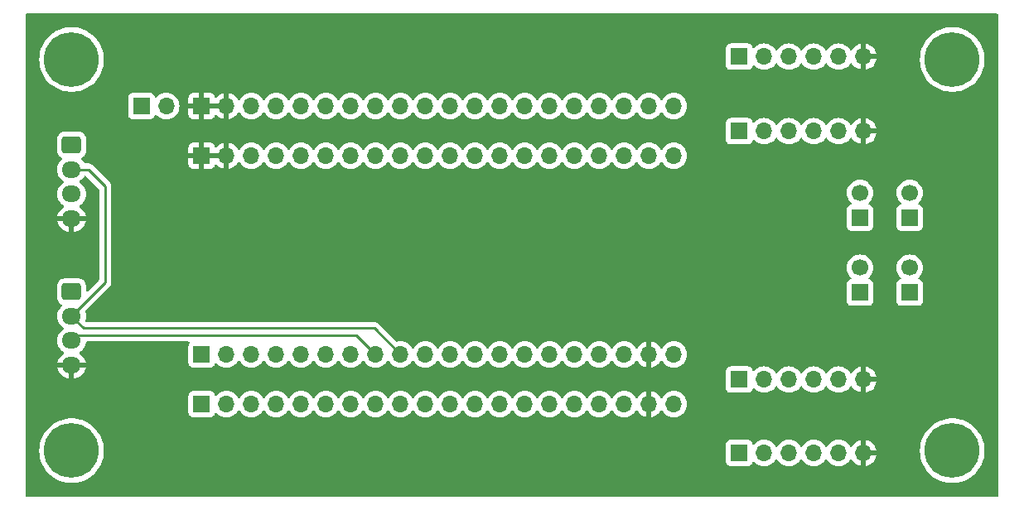
<source format=gbl>
G04 #@! TF.GenerationSoftware,KiCad,Pcbnew,7.0.5*
G04 #@! TF.CreationDate,2023-06-29T23:29:45-06:00*
G04 #@! TF.ProjectId,speedy-breakout,73706565-6479-42d6-9272-65616b6f7574,1.0*
G04 #@! TF.SameCoordinates,Original*
G04 #@! TF.FileFunction,Copper,L2,Bot*
G04 #@! TF.FilePolarity,Positive*
%FSLAX46Y46*%
G04 Gerber Fmt 4.6, Leading zero omitted, Abs format (unit mm)*
G04 Created by KiCad (PCBNEW 7.0.5) date 2023-06-29 23:29:45*
%MOMM*%
%LPD*%
G01*
G04 APERTURE LIST*
G04 Aperture macros list*
%AMRoundRect*
0 Rectangle with rounded corners*
0 $1 Rounding radius*
0 $2 $3 $4 $5 $6 $7 $8 $9 X,Y pos of 4 corners*
0 Add a 4 corners polygon primitive as box body*
4,1,4,$2,$3,$4,$5,$6,$7,$8,$9,$2,$3,0*
0 Add four circle primitives for the rounded corners*
1,1,$1+$1,$2,$3*
1,1,$1+$1,$4,$5*
1,1,$1+$1,$6,$7*
1,1,$1+$1,$8,$9*
0 Add four rect primitives between the rounded corners*
20,1,$1+$1,$2,$3,$4,$5,0*
20,1,$1+$1,$4,$5,$6,$7,0*
20,1,$1+$1,$6,$7,$8,$9,0*
20,1,$1+$1,$8,$9,$2,$3,0*%
G04 Aperture macros list end*
G04 #@! TA.AperFunction,ComponentPad*
%ADD10R,1.700000X1.700000*%
G04 #@! TD*
G04 #@! TA.AperFunction,ComponentPad*
%ADD11O,1.700000X1.700000*%
G04 #@! TD*
G04 #@! TA.AperFunction,ComponentPad*
%ADD12O,1.950000X1.700000*%
G04 #@! TD*
G04 #@! TA.AperFunction,ComponentPad*
%ADD13RoundRect,0.250000X-0.725000X0.600000X-0.725000X-0.600000X0.725000X-0.600000X0.725000X0.600000X0*%
G04 #@! TD*
G04 #@! TA.AperFunction,ComponentPad*
%ADD14C,1.700000*%
G04 #@! TD*
G04 #@! TA.AperFunction,ComponentPad*
%ADD15C,5.600000*%
G04 #@! TD*
G04 #@! TA.AperFunction,Conductor*
%ADD16C,0.250000*%
G04 #@! TD*
G04 APERTURE END LIST*
D10*
X173230000Y-79705401D03*
D11*
X175770000Y-79705401D03*
X178310000Y-79705401D03*
X180850000Y-79705401D03*
X183390000Y-79705401D03*
X185930000Y-79705401D03*
X185930000Y-120230000D03*
X183390000Y-120230000D03*
X180850000Y-120230000D03*
X178310000Y-120230000D03*
X175770000Y-120230000D03*
D10*
X173230000Y-120230000D03*
X173230000Y-87325401D03*
D11*
X175770000Y-87325401D03*
X178310000Y-87325401D03*
X180850000Y-87325401D03*
X183390000Y-87325401D03*
X185930000Y-87325401D03*
X185930000Y-112725401D03*
X183390000Y-112725401D03*
X180850000Y-112725401D03*
X178310000Y-112725401D03*
X175770000Y-112725401D03*
D10*
X173230000Y-112725401D03*
D12*
X105000000Y-96250000D03*
X105000000Y-93750000D03*
X105000000Y-91250000D03*
D13*
X105000000Y-88750000D03*
D11*
X166552200Y-89840401D03*
X164012200Y-89840401D03*
X161472200Y-89840401D03*
X158932200Y-89840401D03*
X156392200Y-89840401D03*
X153852200Y-89840401D03*
X151312200Y-89840401D03*
X148772200Y-89840401D03*
X146232200Y-89840401D03*
X143692200Y-89840401D03*
X141152200Y-89840401D03*
X138612200Y-89840401D03*
X136072200Y-89840401D03*
X133532200Y-89840401D03*
X130992200Y-89840401D03*
X128452200Y-89840401D03*
X125912200Y-89840401D03*
X123372200Y-89840401D03*
X120832200Y-89840401D03*
D10*
X118292200Y-89840401D03*
D12*
X105000000Y-111250000D03*
X105000000Y-108750000D03*
X105000000Y-106250000D03*
D13*
X105000000Y-103750000D03*
D14*
X190650000Y-93635000D03*
X185570000Y-93635000D03*
D10*
X190650000Y-96175000D03*
X185570000Y-96175000D03*
D11*
X166552200Y-110160401D03*
X164012200Y-110160401D03*
X161472200Y-110160401D03*
X158932200Y-110160401D03*
X156392200Y-110160401D03*
X153852200Y-110160401D03*
X151312200Y-110160401D03*
X148772200Y-110160401D03*
X146232200Y-110160401D03*
X143692200Y-110160401D03*
X141152200Y-110160401D03*
X138612200Y-110160401D03*
X136072200Y-110160401D03*
X133532200Y-110160401D03*
X130992200Y-110160401D03*
X128452200Y-110160401D03*
X125912200Y-110160401D03*
X123372200Y-110160401D03*
X120832200Y-110160401D03*
D10*
X118292200Y-110160401D03*
D11*
X114675000Y-84760401D03*
D10*
X112135000Y-84760401D03*
D15*
X195000000Y-80000000D03*
D11*
X166552200Y-84760401D03*
X164012200Y-84760401D03*
X161472200Y-84760401D03*
X158932200Y-84760401D03*
X156392200Y-84760401D03*
X153852200Y-84760401D03*
X151312200Y-84760401D03*
X148772200Y-84760401D03*
X146232200Y-84760401D03*
X143692200Y-84760401D03*
X141152200Y-84760401D03*
X138612200Y-84760401D03*
X136072200Y-84760401D03*
X133532200Y-84760401D03*
X130992200Y-84760401D03*
X128452200Y-84760401D03*
X125912200Y-84760401D03*
X123372200Y-84760401D03*
X120832200Y-84760401D03*
D10*
X118292200Y-84760401D03*
D15*
X105000000Y-120000000D03*
D14*
X190650000Y-101285000D03*
X185570000Y-101285000D03*
D10*
X190650000Y-103825000D03*
X185570000Y-103825000D03*
D15*
X195000000Y-120000000D03*
X105000000Y-80000000D03*
D11*
X166552200Y-115240401D03*
X164012200Y-115240401D03*
X161472200Y-115240401D03*
X158932200Y-115240401D03*
X156392200Y-115240401D03*
X153852200Y-115240401D03*
X151312200Y-115240401D03*
X148772200Y-115240401D03*
X146232200Y-115240401D03*
X143692200Y-115240401D03*
X141152200Y-115240401D03*
X138612200Y-115240401D03*
X136072200Y-115240401D03*
X133532200Y-115240401D03*
X130992200Y-115240401D03*
X128452200Y-115240401D03*
X125912200Y-115240401D03*
X123372200Y-115240401D03*
X120832200Y-115240401D03*
D10*
X118292200Y-115240401D03*
D16*
X105550000Y-108200000D02*
X134111799Y-108200000D01*
X105000000Y-108750000D02*
X105550000Y-108200000D01*
X134111799Y-108200000D02*
X136072200Y-110160401D01*
X105000000Y-91250000D02*
X106710000Y-91250000D01*
X106230000Y-107480000D02*
X135931799Y-107480000D01*
X135931799Y-107480000D02*
X138612200Y-110160401D01*
X108440000Y-92980000D02*
X108440000Y-102810000D01*
X105000000Y-106250000D02*
X106230000Y-107480000D01*
X108440000Y-102810000D02*
X105000000Y-106250000D01*
X106710000Y-91250000D02*
X108440000Y-92980000D01*
G04 #@! TA.AperFunction,Conductor*
G36*
X120372707Y-89630557D02*
G01*
X120332200Y-89768512D01*
X120332200Y-89912290D01*
X120372707Y-90050245D01*
X120398514Y-90090401D01*
X118725886Y-90090401D01*
X118751693Y-90050245D01*
X118792200Y-89912290D01*
X118792200Y-89768512D01*
X118751693Y-89630557D01*
X118725886Y-89590401D01*
X120398514Y-89590401D01*
X120372707Y-89630557D01*
G37*
G04 #@! TD.AperFunction*
G04 #@! TA.AperFunction,Conductor*
G36*
X120372707Y-84550557D02*
G01*
X120332200Y-84688512D01*
X120332200Y-84832290D01*
X120372707Y-84970245D01*
X120398514Y-85010401D01*
X118725886Y-85010401D01*
X118751693Y-84970245D01*
X118792200Y-84832290D01*
X118792200Y-84688512D01*
X118751693Y-84550557D01*
X118725886Y-84510401D01*
X120398514Y-84510401D01*
X120372707Y-84550557D01*
G37*
G04 #@! TD.AperFunction*
G04 #@! TA.AperFunction,Conductor*
G36*
X199642539Y-75320185D02*
G01*
X199688294Y-75372989D01*
X199699500Y-75424500D01*
X199699500Y-124575500D01*
X199679815Y-124642539D01*
X199627011Y-124688294D01*
X199575500Y-124699500D01*
X100424500Y-124699500D01*
X100357461Y-124679815D01*
X100311706Y-124627011D01*
X100300500Y-124575500D01*
X100300500Y-120000002D01*
X101694652Y-120000002D01*
X101714028Y-120357368D01*
X101714029Y-120357385D01*
X101771926Y-120710539D01*
X101771932Y-120710565D01*
X101867672Y-121055392D01*
X101867674Y-121055399D01*
X102000142Y-121387870D01*
X102000151Y-121387888D01*
X102167784Y-121704077D01*
X102167790Y-121704086D01*
X102368634Y-122000309D01*
X102368641Y-122000319D01*
X102600331Y-122273085D01*
X102600332Y-122273086D01*
X102860163Y-122519211D01*
X103145081Y-122735800D01*
X103451747Y-122920315D01*
X103451749Y-122920316D01*
X103451751Y-122920317D01*
X103451755Y-122920319D01*
X103776552Y-123070585D01*
X103776565Y-123070591D01*
X104115726Y-123184868D01*
X104465254Y-123261805D01*
X104821052Y-123300500D01*
X104821058Y-123300500D01*
X105178942Y-123300500D01*
X105178948Y-123300500D01*
X105534746Y-123261805D01*
X105884274Y-123184868D01*
X106223435Y-123070591D01*
X106548253Y-122920315D01*
X106854919Y-122735800D01*
X107139837Y-122519211D01*
X107399668Y-122273086D01*
X107631365Y-122000311D01*
X107832211Y-121704085D01*
X107999853Y-121387880D01*
X108103450Y-121127870D01*
X171879500Y-121127870D01*
X171879501Y-121127876D01*
X171885908Y-121187483D01*
X171936202Y-121322328D01*
X171936206Y-121322335D01*
X172022452Y-121437544D01*
X172022455Y-121437547D01*
X172137664Y-121523793D01*
X172137671Y-121523797D01*
X172272517Y-121574091D01*
X172272516Y-121574091D01*
X172279444Y-121574835D01*
X172332127Y-121580500D01*
X174127872Y-121580499D01*
X174187483Y-121574091D01*
X174322331Y-121523796D01*
X174437546Y-121437546D01*
X174523796Y-121322331D01*
X174572810Y-121190916D01*
X174614681Y-121134984D01*
X174680145Y-121110566D01*
X174748418Y-121125417D01*
X174776673Y-121146569D01*
X174898599Y-121268495D01*
X174995384Y-121336265D01*
X175092165Y-121404032D01*
X175092167Y-121404033D01*
X175092170Y-121404035D01*
X175306337Y-121503903D01*
X175534592Y-121565063D01*
X175711034Y-121580500D01*
X175769999Y-121585659D01*
X175770000Y-121585659D01*
X175770001Y-121585659D01*
X175828966Y-121580500D01*
X176005408Y-121565063D01*
X176233663Y-121503903D01*
X176447830Y-121404035D01*
X176641401Y-121268495D01*
X176808495Y-121101401D01*
X176938426Y-120915841D01*
X176993002Y-120872217D01*
X177062500Y-120865023D01*
X177124855Y-120896546D01*
X177141575Y-120915842D01*
X177271281Y-121101082D01*
X177271505Y-121101401D01*
X177438599Y-121268495D01*
X177535384Y-121336265D01*
X177632165Y-121404032D01*
X177632167Y-121404033D01*
X177632170Y-121404035D01*
X177846337Y-121503903D01*
X178074592Y-121565063D01*
X178251034Y-121580500D01*
X178309999Y-121585659D01*
X178310000Y-121585659D01*
X178310001Y-121585659D01*
X178368966Y-121580500D01*
X178545408Y-121565063D01*
X178773663Y-121503903D01*
X178987830Y-121404035D01*
X179181401Y-121268495D01*
X179348495Y-121101401D01*
X179478426Y-120915840D01*
X179533001Y-120872217D01*
X179602499Y-120865023D01*
X179664854Y-120896546D01*
X179681574Y-120915841D01*
X179811505Y-121101401D01*
X179978599Y-121268495D01*
X180075384Y-121336265D01*
X180172165Y-121404032D01*
X180172167Y-121404033D01*
X180172170Y-121404035D01*
X180386337Y-121503903D01*
X180614592Y-121565063D01*
X180791034Y-121580500D01*
X180849999Y-121585659D01*
X180850000Y-121585659D01*
X180850001Y-121585659D01*
X180908966Y-121580500D01*
X181085408Y-121565063D01*
X181313663Y-121503903D01*
X181527830Y-121404035D01*
X181721401Y-121268495D01*
X181888495Y-121101401D01*
X182018426Y-120915841D01*
X182073002Y-120872217D01*
X182142500Y-120865023D01*
X182204855Y-120896546D01*
X182221575Y-120915842D01*
X182351281Y-121101082D01*
X182351505Y-121101401D01*
X182518599Y-121268495D01*
X182615384Y-121336264D01*
X182712165Y-121404032D01*
X182712167Y-121404033D01*
X182712170Y-121404035D01*
X182926337Y-121503903D01*
X183154592Y-121565063D01*
X183331034Y-121580500D01*
X183389999Y-121585659D01*
X183390000Y-121585659D01*
X183390001Y-121585659D01*
X183448966Y-121580500D01*
X183625408Y-121565063D01*
X183853663Y-121503903D01*
X184067830Y-121404035D01*
X184261401Y-121268495D01*
X184428495Y-121101401D01*
X184558730Y-120915405D01*
X184613307Y-120871781D01*
X184682805Y-120864587D01*
X184745160Y-120896110D01*
X184761879Y-120915405D01*
X184891890Y-121101078D01*
X185058917Y-121268105D01*
X185252421Y-121403600D01*
X185466507Y-121503429D01*
X185466516Y-121503433D01*
X185680000Y-121560634D01*
X185680000Y-120665501D01*
X185787685Y-120714680D01*
X185894237Y-120730000D01*
X185965763Y-120730000D01*
X186072315Y-120714680D01*
X186180000Y-120665501D01*
X186180000Y-121560633D01*
X186393483Y-121503433D01*
X186393492Y-121503429D01*
X186607578Y-121403600D01*
X186801082Y-121268105D01*
X186968105Y-121101082D01*
X187103600Y-120907578D01*
X187203429Y-120693492D01*
X187203432Y-120693486D01*
X187260636Y-120480000D01*
X186363686Y-120480000D01*
X186389493Y-120439844D01*
X186430000Y-120301889D01*
X186430000Y-120158111D01*
X186389493Y-120020156D01*
X186376541Y-120000002D01*
X191694652Y-120000002D01*
X191714028Y-120357368D01*
X191714029Y-120357385D01*
X191771926Y-120710539D01*
X191771932Y-120710565D01*
X191867672Y-121055392D01*
X191867674Y-121055399D01*
X192000142Y-121387870D01*
X192000151Y-121387888D01*
X192167784Y-121704077D01*
X192167790Y-121704086D01*
X192368634Y-122000309D01*
X192368641Y-122000319D01*
X192600331Y-122273085D01*
X192600332Y-122273086D01*
X192860163Y-122519211D01*
X193145081Y-122735800D01*
X193451747Y-122920315D01*
X193451749Y-122920316D01*
X193451751Y-122920317D01*
X193451755Y-122920319D01*
X193776552Y-123070585D01*
X193776565Y-123070591D01*
X194115726Y-123184868D01*
X194465254Y-123261805D01*
X194821052Y-123300500D01*
X194821058Y-123300500D01*
X195178942Y-123300500D01*
X195178948Y-123300500D01*
X195534746Y-123261805D01*
X195884274Y-123184868D01*
X196223435Y-123070591D01*
X196548253Y-122920315D01*
X196854919Y-122735800D01*
X197139837Y-122519211D01*
X197399668Y-122273086D01*
X197631365Y-122000311D01*
X197832211Y-121704085D01*
X197999853Y-121387880D01*
X198132324Y-121055403D01*
X198228071Y-120710552D01*
X198285972Y-120357371D01*
X198305348Y-120000000D01*
X198285972Y-119642629D01*
X198278231Y-119595412D01*
X198228073Y-119289460D01*
X198228072Y-119289459D01*
X198228071Y-119289448D01*
X198135648Y-118956570D01*
X198132327Y-118944607D01*
X198132325Y-118944600D01*
X198114301Y-118899364D01*
X197999853Y-118612120D01*
X197832211Y-118295915D01*
X197631365Y-117999689D01*
X197631361Y-117999684D01*
X197631358Y-117999680D01*
X197399668Y-117726914D01*
X197399667Y-117726913D01*
X197139837Y-117480789D01*
X197139830Y-117480783D01*
X197139827Y-117480781D01*
X197072245Y-117429407D01*
X196854919Y-117264200D01*
X196548253Y-117079685D01*
X196548252Y-117079684D01*
X196548248Y-117079682D01*
X196548244Y-117079680D01*
X196223447Y-116929414D01*
X196223441Y-116929411D01*
X196223435Y-116929409D01*
X196053854Y-116872270D01*
X195884273Y-116815131D01*
X195534744Y-116738194D01*
X195178949Y-116699500D01*
X195178948Y-116699500D01*
X194821052Y-116699500D01*
X194821050Y-116699500D01*
X194465255Y-116738194D01*
X194115726Y-116815131D01*
X193859970Y-116901306D01*
X193776565Y-116929409D01*
X193776562Y-116929410D01*
X193776563Y-116929410D01*
X193776552Y-116929414D01*
X193451755Y-117079680D01*
X193451751Y-117079682D01*
X193223367Y-117217096D01*
X193145081Y-117264200D01*
X193056768Y-117331333D01*
X192860172Y-117480781D01*
X192860163Y-117480789D01*
X192600331Y-117726914D01*
X192368641Y-117999680D01*
X192368634Y-117999690D01*
X192167790Y-118295913D01*
X192167784Y-118295922D01*
X192000151Y-118612111D01*
X192000142Y-118612129D01*
X191867674Y-118944600D01*
X191867672Y-118944607D01*
X191771932Y-119289434D01*
X191771926Y-119289460D01*
X191714029Y-119642614D01*
X191714028Y-119642631D01*
X191694652Y-119999997D01*
X191694652Y-120000002D01*
X186376541Y-120000002D01*
X186363686Y-119980000D01*
X187260636Y-119980000D01*
X187260635Y-119979999D01*
X187203432Y-119766513D01*
X187203429Y-119766507D01*
X187103600Y-119552422D01*
X187103599Y-119552420D01*
X186968113Y-119358926D01*
X186968108Y-119358920D01*
X186801082Y-119191894D01*
X186607578Y-119056399D01*
X186393492Y-118956570D01*
X186393486Y-118956567D01*
X186180000Y-118899364D01*
X186180000Y-119794498D01*
X186072315Y-119745320D01*
X185965763Y-119730000D01*
X185894237Y-119730000D01*
X185787685Y-119745320D01*
X185680000Y-119794498D01*
X185680000Y-118899364D01*
X185679999Y-118899364D01*
X185466513Y-118956567D01*
X185466507Y-118956570D01*
X185252422Y-119056399D01*
X185252420Y-119056400D01*
X185058926Y-119191886D01*
X185058920Y-119191891D01*
X184891891Y-119358920D01*
X184891890Y-119358922D01*
X184761880Y-119544595D01*
X184707303Y-119588219D01*
X184637804Y-119595412D01*
X184575450Y-119563890D01*
X184558730Y-119544594D01*
X184428494Y-119358597D01*
X184261402Y-119191506D01*
X184261395Y-119191501D01*
X184067834Y-119055967D01*
X184067830Y-119055965D01*
X184067828Y-119055964D01*
X183853663Y-118956097D01*
X183853659Y-118956096D01*
X183853655Y-118956094D01*
X183625413Y-118894938D01*
X183625403Y-118894936D01*
X183390001Y-118874341D01*
X183389999Y-118874341D01*
X183154596Y-118894936D01*
X183154586Y-118894938D01*
X182926344Y-118956094D01*
X182926335Y-118956098D01*
X182712171Y-119055964D01*
X182712169Y-119055965D01*
X182518597Y-119191505D01*
X182351505Y-119358597D01*
X182221575Y-119544158D01*
X182166998Y-119587783D01*
X182097500Y-119594977D01*
X182035145Y-119563454D01*
X182018425Y-119544158D01*
X181888494Y-119358597D01*
X181721402Y-119191506D01*
X181721395Y-119191501D01*
X181527834Y-119055967D01*
X181527830Y-119055965D01*
X181527828Y-119055964D01*
X181313663Y-118956097D01*
X181313659Y-118956096D01*
X181313655Y-118956094D01*
X181085413Y-118894938D01*
X181085403Y-118894936D01*
X180850001Y-118874341D01*
X180849999Y-118874341D01*
X180614596Y-118894936D01*
X180614586Y-118894938D01*
X180386344Y-118956094D01*
X180386335Y-118956098D01*
X180172171Y-119055964D01*
X180172169Y-119055965D01*
X179978597Y-119191505D01*
X179811508Y-119358594D01*
X179681574Y-119544159D01*
X179626997Y-119587784D01*
X179557498Y-119594976D01*
X179495144Y-119563454D01*
X179478424Y-119544158D01*
X179348494Y-119358597D01*
X179181402Y-119191506D01*
X179181395Y-119191501D01*
X178987834Y-119055967D01*
X178987830Y-119055965D01*
X178987828Y-119055964D01*
X178773663Y-118956097D01*
X178773659Y-118956096D01*
X178773655Y-118956094D01*
X178545413Y-118894938D01*
X178545403Y-118894936D01*
X178310001Y-118874341D01*
X178309999Y-118874341D01*
X178074596Y-118894936D01*
X178074586Y-118894938D01*
X177846344Y-118956094D01*
X177846335Y-118956098D01*
X177632171Y-119055964D01*
X177632169Y-119055965D01*
X177438597Y-119191505D01*
X177271505Y-119358597D01*
X177141575Y-119544158D01*
X177086998Y-119587783D01*
X177017500Y-119594977D01*
X176955145Y-119563454D01*
X176938425Y-119544158D01*
X176808494Y-119358597D01*
X176641402Y-119191506D01*
X176641395Y-119191501D01*
X176447834Y-119055967D01*
X176447830Y-119055965D01*
X176447828Y-119055964D01*
X176233663Y-118956097D01*
X176233659Y-118956096D01*
X176233655Y-118956094D01*
X176005413Y-118894938D01*
X176005403Y-118894936D01*
X175770001Y-118874341D01*
X175769999Y-118874341D01*
X175534596Y-118894936D01*
X175534586Y-118894938D01*
X175306344Y-118956094D01*
X175306335Y-118956098D01*
X175092171Y-119055964D01*
X175092169Y-119055965D01*
X174898600Y-119191503D01*
X174776673Y-119313430D01*
X174715350Y-119346914D01*
X174645658Y-119341930D01*
X174589725Y-119300058D01*
X174572810Y-119269081D01*
X174523797Y-119137671D01*
X174523793Y-119137664D01*
X174437547Y-119022455D01*
X174437544Y-119022452D01*
X174322335Y-118936206D01*
X174322328Y-118936202D01*
X174187482Y-118885908D01*
X174187483Y-118885908D01*
X174127883Y-118879501D01*
X174127881Y-118879500D01*
X174127873Y-118879500D01*
X174127864Y-118879500D01*
X172332129Y-118879500D01*
X172332123Y-118879501D01*
X172272516Y-118885908D01*
X172137671Y-118936202D01*
X172137664Y-118936206D01*
X172022455Y-119022452D01*
X172022452Y-119022455D01*
X171936206Y-119137664D01*
X171936202Y-119137671D01*
X171885908Y-119272517D01*
X171879501Y-119332116D01*
X171879500Y-119332135D01*
X171879500Y-121127870D01*
X108103450Y-121127870D01*
X108132324Y-121055403D01*
X108228071Y-120710552D01*
X108285972Y-120357371D01*
X108305348Y-120000000D01*
X108285972Y-119642629D01*
X108278231Y-119595412D01*
X108228073Y-119289460D01*
X108228072Y-119289459D01*
X108228071Y-119289448D01*
X108135648Y-118956570D01*
X108132327Y-118944607D01*
X108132325Y-118944600D01*
X108114301Y-118899364D01*
X107999853Y-118612120D01*
X107832211Y-118295915D01*
X107631365Y-117999689D01*
X107631361Y-117999684D01*
X107631358Y-117999680D01*
X107399668Y-117726914D01*
X107399668Y-117726913D01*
X107139837Y-117480789D01*
X107139830Y-117480783D01*
X107139827Y-117480781D01*
X107072245Y-117429407D01*
X106854919Y-117264200D01*
X106548253Y-117079685D01*
X106548252Y-117079684D01*
X106548248Y-117079682D01*
X106548244Y-117079680D01*
X106223447Y-116929414D01*
X106223441Y-116929411D01*
X106223435Y-116929409D01*
X106053854Y-116872270D01*
X105884273Y-116815131D01*
X105534744Y-116738194D01*
X105178949Y-116699500D01*
X105178948Y-116699500D01*
X104821052Y-116699500D01*
X104821050Y-116699500D01*
X104465255Y-116738194D01*
X104115726Y-116815131D01*
X103859970Y-116901306D01*
X103776565Y-116929409D01*
X103776562Y-116929410D01*
X103776563Y-116929410D01*
X103776552Y-116929414D01*
X103451755Y-117079680D01*
X103451751Y-117079682D01*
X103223367Y-117217096D01*
X103145081Y-117264200D01*
X103056768Y-117331333D01*
X102860172Y-117480781D01*
X102860163Y-117480789D01*
X102600331Y-117726914D01*
X102368641Y-117999680D01*
X102368634Y-117999690D01*
X102167790Y-118295913D01*
X102167784Y-118295922D01*
X102000151Y-118612111D01*
X102000142Y-118612129D01*
X101867674Y-118944600D01*
X101867672Y-118944607D01*
X101771932Y-119289434D01*
X101771926Y-119289460D01*
X101714029Y-119642614D01*
X101714028Y-119642631D01*
X101694652Y-119999997D01*
X101694652Y-120000002D01*
X100300500Y-120000002D01*
X100300500Y-116138271D01*
X116941700Y-116138271D01*
X116941701Y-116138277D01*
X116948108Y-116197884D01*
X116998402Y-116332729D01*
X116998406Y-116332736D01*
X117084652Y-116447945D01*
X117084655Y-116447948D01*
X117199864Y-116534194D01*
X117199871Y-116534198D01*
X117334717Y-116584492D01*
X117334716Y-116584492D01*
X117341644Y-116585236D01*
X117394327Y-116590901D01*
X119190072Y-116590900D01*
X119249683Y-116584492D01*
X119384531Y-116534197D01*
X119499746Y-116447947D01*
X119585996Y-116332732D01*
X119635010Y-116201317D01*
X119676881Y-116145385D01*
X119742345Y-116120967D01*
X119810618Y-116135818D01*
X119838872Y-116156970D01*
X119960799Y-116278896D01*
X120057584Y-116346665D01*
X120154365Y-116414433D01*
X120154367Y-116414434D01*
X120154370Y-116414436D01*
X120368537Y-116514304D01*
X120596792Y-116575464D01*
X120773234Y-116590901D01*
X120832199Y-116596060D01*
X120832200Y-116596060D01*
X120832201Y-116596060D01*
X120891166Y-116590901D01*
X121067608Y-116575464D01*
X121295863Y-116514304D01*
X121510030Y-116414436D01*
X121703601Y-116278896D01*
X121870695Y-116111802D01*
X122000624Y-115926243D01*
X122055202Y-115882618D01*
X122124700Y-115875424D01*
X122187055Y-115906947D01*
X122203775Y-115926243D01*
X122333700Y-116111796D01*
X122333705Y-116111802D01*
X122500799Y-116278896D01*
X122597584Y-116346665D01*
X122694365Y-116414433D01*
X122694367Y-116414434D01*
X122694370Y-116414436D01*
X122908537Y-116514304D01*
X123136792Y-116575464D01*
X123313234Y-116590901D01*
X123372199Y-116596060D01*
X123372200Y-116596060D01*
X123372201Y-116596060D01*
X123431166Y-116590901D01*
X123607608Y-116575464D01*
X123835863Y-116514304D01*
X124050030Y-116414436D01*
X124243601Y-116278896D01*
X124410695Y-116111802D01*
X124540624Y-115926243D01*
X124595202Y-115882618D01*
X124664700Y-115875424D01*
X124727055Y-115906947D01*
X124743775Y-115926243D01*
X124873700Y-116111796D01*
X124873705Y-116111802D01*
X125040799Y-116278896D01*
X125137584Y-116346665D01*
X125234365Y-116414433D01*
X125234367Y-116414434D01*
X125234370Y-116414436D01*
X125448537Y-116514304D01*
X125676792Y-116575464D01*
X125853234Y-116590901D01*
X125912199Y-116596060D01*
X125912200Y-116596060D01*
X125912201Y-116596060D01*
X125971166Y-116590901D01*
X126147608Y-116575464D01*
X126375863Y-116514304D01*
X126590030Y-116414436D01*
X126783601Y-116278896D01*
X126950695Y-116111802D01*
X127080624Y-115926243D01*
X127135202Y-115882618D01*
X127204700Y-115875424D01*
X127267055Y-115906947D01*
X127283775Y-115926243D01*
X127413700Y-116111796D01*
X127413705Y-116111802D01*
X127580799Y-116278896D01*
X127677584Y-116346665D01*
X127774365Y-116414433D01*
X127774367Y-116414434D01*
X127774370Y-116414436D01*
X127988537Y-116514304D01*
X128216792Y-116575464D01*
X128393234Y-116590901D01*
X128452199Y-116596060D01*
X128452200Y-116596060D01*
X128452201Y-116596060D01*
X128511166Y-116590901D01*
X128687608Y-116575464D01*
X128915863Y-116514304D01*
X129130030Y-116414436D01*
X129323601Y-116278896D01*
X129490695Y-116111802D01*
X129620624Y-115926243D01*
X129675202Y-115882618D01*
X129744700Y-115875424D01*
X129807055Y-115906947D01*
X129823775Y-115926243D01*
X129953700Y-116111796D01*
X129953705Y-116111802D01*
X130120799Y-116278896D01*
X130217584Y-116346665D01*
X130314365Y-116414433D01*
X130314367Y-116414434D01*
X130314370Y-116414436D01*
X130528537Y-116514304D01*
X130756792Y-116575464D01*
X130933234Y-116590901D01*
X130992199Y-116596060D01*
X130992200Y-116596060D01*
X130992201Y-116596060D01*
X131051166Y-116590901D01*
X131227608Y-116575464D01*
X131455863Y-116514304D01*
X131670030Y-116414436D01*
X131863601Y-116278896D01*
X132030695Y-116111802D01*
X132160624Y-115926243D01*
X132215202Y-115882618D01*
X132284700Y-115875424D01*
X132347055Y-115906947D01*
X132363775Y-115926243D01*
X132493700Y-116111796D01*
X132493705Y-116111802D01*
X132660799Y-116278896D01*
X132757584Y-116346665D01*
X132854365Y-116414433D01*
X132854367Y-116414434D01*
X132854370Y-116414436D01*
X133068537Y-116514304D01*
X133296792Y-116575464D01*
X133473234Y-116590901D01*
X133532199Y-116596060D01*
X133532200Y-116596060D01*
X133532201Y-116596060D01*
X133591166Y-116590901D01*
X133767608Y-116575464D01*
X133995863Y-116514304D01*
X134210030Y-116414436D01*
X134403601Y-116278896D01*
X134570695Y-116111802D01*
X134700624Y-115926243D01*
X134755202Y-115882618D01*
X134824700Y-115875424D01*
X134887055Y-115906947D01*
X134903775Y-115926243D01*
X135033700Y-116111796D01*
X135033705Y-116111802D01*
X135200799Y-116278896D01*
X135297584Y-116346666D01*
X135394365Y-116414433D01*
X135394367Y-116414434D01*
X135394370Y-116414436D01*
X135608537Y-116514304D01*
X135836792Y-116575464D01*
X136013234Y-116590901D01*
X136072199Y-116596060D01*
X136072200Y-116596060D01*
X136072201Y-116596060D01*
X136131166Y-116590901D01*
X136307608Y-116575464D01*
X136535863Y-116514304D01*
X136750030Y-116414436D01*
X136943601Y-116278896D01*
X137110695Y-116111802D01*
X137240624Y-115926243D01*
X137295202Y-115882618D01*
X137364700Y-115875424D01*
X137427055Y-115906947D01*
X137443775Y-115926243D01*
X137573700Y-116111796D01*
X137573705Y-116111802D01*
X137740799Y-116278896D01*
X137837584Y-116346666D01*
X137934365Y-116414433D01*
X137934367Y-116414434D01*
X137934370Y-116414436D01*
X138148537Y-116514304D01*
X138376792Y-116575464D01*
X138553234Y-116590901D01*
X138612199Y-116596060D01*
X138612200Y-116596060D01*
X138612201Y-116596060D01*
X138671166Y-116590901D01*
X138847608Y-116575464D01*
X139075863Y-116514304D01*
X139290030Y-116414436D01*
X139483601Y-116278896D01*
X139650695Y-116111802D01*
X139780624Y-115926243D01*
X139835202Y-115882618D01*
X139904700Y-115875424D01*
X139967055Y-115906947D01*
X139983775Y-115926243D01*
X140113700Y-116111796D01*
X140113705Y-116111802D01*
X140280799Y-116278896D01*
X140377584Y-116346666D01*
X140474365Y-116414433D01*
X140474367Y-116414434D01*
X140474370Y-116414436D01*
X140688537Y-116514304D01*
X140916792Y-116575464D01*
X141093234Y-116590901D01*
X141152199Y-116596060D01*
X141152200Y-116596060D01*
X141152201Y-116596060D01*
X141211166Y-116590901D01*
X141387608Y-116575464D01*
X141615863Y-116514304D01*
X141830030Y-116414436D01*
X142023601Y-116278896D01*
X142190695Y-116111802D01*
X142320624Y-115926243D01*
X142375202Y-115882618D01*
X142444700Y-115875424D01*
X142507055Y-115906947D01*
X142523775Y-115926243D01*
X142653700Y-116111796D01*
X142653705Y-116111802D01*
X142820799Y-116278896D01*
X142917584Y-116346666D01*
X143014365Y-116414433D01*
X143014367Y-116414434D01*
X143014370Y-116414436D01*
X143228537Y-116514304D01*
X143456792Y-116575464D01*
X143633234Y-116590901D01*
X143692199Y-116596060D01*
X143692200Y-116596060D01*
X143692201Y-116596060D01*
X143751166Y-116590901D01*
X143927608Y-116575464D01*
X144155863Y-116514304D01*
X144370030Y-116414436D01*
X144563601Y-116278896D01*
X144730695Y-116111802D01*
X144860624Y-115926243D01*
X144915202Y-115882618D01*
X144984700Y-115875424D01*
X145047055Y-115906947D01*
X145063775Y-115926243D01*
X145193700Y-116111796D01*
X145193705Y-116111802D01*
X145360799Y-116278896D01*
X145457584Y-116346666D01*
X145554365Y-116414433D01*
X145554367Y-116414434D01*
X145554370Y-116414436D01*
X145768537Y-116514304D01*
X145996792Y-116575464D01*
X146173234Y-116590901D01*
X146232199Y-116596060D01*
X146232200Y-116596060D01*
X146232201Y-116596060D01*
X146291166Y-116590901D01*
X146467608Y-116575464D01*
X146695863Y-116514304D01*
X146910030Y-116414436D01*
X147103601Y-116278896D01*
X147270695Y-116111802D01*
X147400624Y-115926243D01*
X147455202Y-115882618D01*
X147524700Y-115875424D01*
X147587055Y-115906947D01*
X147603775Y-115926243D01*
X147733700Y-116111796D01*
X147733705Y-116111802D01*
X147900799Y-116278896D01*
X147997584Y-116346666D01*
X148094365Y-116414433D01*
X148094367Y-116414434D01*
X148094370Y-116414436D01*
X148308537Y-116514304D01*
X148536792Y-116575464D01*
X148713234Y-116590901D01*
X148772199Y-116596060D01*
X148772200Y-116596060D01*
X148772201Y-116596060D01*
X148831166Y-116590901D01*
X149007608Y-116575464D01*
X149235863Y-116514304D01*
X149450030Y-116414436D01*
X149643601Y-116278896D01*
X149810695Y-116111802D01*
X149940624Y-115926243D01*
X149995202Y-115882618D01*
X150064700Y-115875424D01*
X150127055Y-115906947D01*
X150143775Y-115926243D01*
X150273700Y-116111796D01*
X150273705Y-116111802D01*
X150440799Y-116278896D01*
X150537584Y-116346666D01*
X150634365Y-116414433D01*
X150634367Y-116414434D01*
X150634370Y-116414436D01*
X150848537Y-116514304D01*
X151076792Y-116575464D01*
X151253234Y-116590901D01*
X151312199Y-116596060D01*
X151312200Y-116596060D01*
X151312201Y-116596060D01*
X151371166Y-116590901D01*
X151547608Y-116575464D01*
X151775863Y-116514304D01*
X151990030Y-116414436D01*
X152183601Y-116278896D01*
X152350695Y-116111802D01*
X152480624Y-115926243D01*
X152535202Y-115882618D01*
X152604700Y-115875424D01*
X152667055Y-115906947D01*
X152683775Y-115926243D01*
X152813700Y-116111796D01*
X152813705Y-116111802D01*
X152980799Y-116278896D01*
X153077584Y-116346666D01*
X153174365Y-116414433D01*
X153174367Y-116414434D01*
X153174370Y-116414436D01*
X153388537Y-116514304D01*
X153616792Y-116575464D01*
X153793234Y-116590901D01*
X153852199Y-116596060D01*
X153852200Y-116596060D01*
X153852201Y-116596060D01*
X153911166Y-116590901D01*
X154087608Y-116575464D01*
X154315863Y-116514304D01*
X154530030Y-116414436D01*
X154723601Y-116278896D01*
X154890695Y-116111802D01*
X155020624Y-115926243D01*
X155075202Y-115882618D01*
X155144700Y-115875424D01*
X155207055Y-115906947D01*
X155223775Y-115926243D01*
X155353700Y-116111796D01*
X155353705Y-116111802D01*
X155520799Y-116278896D01*
X155617584Y-116346666D01*
X155714365Y-116414433D01*
X155714367Y-116414434D01*
X155714370Y-116414436D01*
X155928537Y-116514304D01*
X156156792Y-116575464D01*
X156333234Y-116590901D01*
X156392199Y-116596060D01*
X156392200Y-116596060D01*
X156392201Y-116596060D01*
X156451166Y-116590901D01*
X156627608Y-116575464D01*
X156855863Y-116514304D01*
X157070030Y-116414436D01*
X157263601Y-116278896D01*
X157430695Y-116111802D01*
X157560624Y-115926243D01*
X157615202Y-115882618D01*
X157684700Y-115875424D01*
X157747055Y-115906947D01*
X157763775Y-115926243D01*
X157893700Y-116111796D01*
X157893705Y-116111802D01*
X158060799Y-116278896D01*
X158157584Y-116346666D01*
X158254365Y-116414433D01*
X158254367Y-116414434D01*
X158254370Y-116414436D01*
X158468537Y-116514304D01*
X158696792Y-116575464D01*
X158873234Y-116590901D01*
X158932199Y-116596060D01*
X158932200Y-116596060D01*
X158932201Y-116596060D01*
X158991166Y-116590901D01*
X159167608Y-116575464D01*
X159395863Y-116514304D01*
X159610030Y-116414436D01*
X159803601Y-116278896D01*
X159970695Y-116111802D01*
X160100624Y-115926243D01*
X160155202Y-115882618D01*
X160224700Y-115875424D01*
X160287055Y-115906947D01*
X160303775Y-115926243D01*
X160433700Y-116111796D01*
X160433705Y-116111802D01*
X160600799Y-116278896D01*
X160697584Y-116346666D01*
X160794365Y-116414433D01*
X160794367Y-116414434D01*
X160794370Y-116414436D01*
X161008537Y-116514304D01*
X161236792Y-116575464D01*
X161413234Y-116590901D01*
X161472199Y-116596060D01*
X161472200Y-116596060D01*
X161472201Y-116596060D01*
X161531166Y-116590901D01*
X161707608Y-116575464D01*
X161935863Y-116514304D01*
X162150030Y-116414436D01*
X162343601Y-116278896D01*
X162510695Y-116111802D01*
X162640930Y-115925806D01*
X162695507Y-115882182D01*
X162765005Y-115874988D01*
X162827360Y-115906511D01*
X162844079Y-115925806D01*
X162974090Y-116111479D01*
X163141117Y-116278506D01*
X163334621Y-116414001D01*
X163548707Y-116513830D01*
X163548716Y-116513834D01*
X163762200Y-116571035D01*
X163762200Y-115675902D01*
X163869885Y-115725081D01*
X163976437Y-115740401D01*
X164047963Y-115740401D01*
X164154515Y-115725081D01*
X164262200Y-115675902D01*
X164262200Y-116571034D01*
X164475683Y-116513834D01*
X164475692Y-116513830D01*
X164689778Y-116414001D01*
X164883282Y-116278506D01*
X165050305Y-116111483D01*
X165180319Y-115925806D01*
X165234896Y-115882182D01*
X165304395Y-115874989D01*
X165366749Y-115906511D01*
X165383469Y-115925806D01*
X165513705Y-116111802D01*
X165680799Y-116278896D01*
X165777584Y-116346666D01*
X165874365Y-116414433D01*
X165874367Y-116414434D01*
X165874370Y-116414436D01*
X166088537Y-116514304D01*
X166316792Y-116575464D01*
X166493234Y-116590901D01*
X166552199Y-116596060D01*
X166552200Y-116596060D01*
X166552201Y-116596060D01*
X166611166Y-116590901D01*
X166787608Y-116575464D01*
X167015863Y-116514304D01*
X167230030Y-116414436D01*
X167423601Y-116278896D01*
X167590695Y-116111802D01*
X167726235Y-115918231D01*
X167826103Y-115704064D01*
X167887263Y-115475809D01*
X167907859Y-115240401D01*
X167887263Y-115004993D01*
X167826103Y-114776738D01*
X167726235Y-114562572D01*
X167720931Y-114554996D01*
X167590694Y-114368998D01*
X167423602Y-114201907D01*
X167423595Y-114201902D01*
X167230034Y-114066368D01*
X167230030Y-114066366D01*
X167207873Y-114056034D01*
X167015863Y-113966498D01*
X167015859Y-113966497D01*
X167015855Y-113966495D01*
X166787613Y-113905339D01*
X166787603Y-113905337D01*
X166552201Y-113884742D01*
X166552199Y-113884742D01*
X166316796Y-113905337D01*
X166316786Y-113905339D01*
X166088544Y-113966495D01*
X166088535Y-113966499D01*
X165874371Y-114066365D01*
X165874369Y-114066366D01*
X165680797Y-114201906D01*
X165513708Y-114368995D01*
X165383469Y-114554996D01*
X165328892Y-114598620D01*
X165259393Y-114605813D01*
X165197039Y-114574291D01*
X165180319Y-114554995D01*
X165050313Y-114369327D01*
X165050308Y-114369321D01*
X164883282Y-114202295D01*
X164689778Y-114066800D01*
X164475692Y-113966971D01*
X164475686Y-113966968D01*
X164262200Y-113909765D01*
X164262200Y-114804899D01*
X164154515Y-114755721D01*
X164047963Y-114740401D01*
X163976437Y-114740401D01*
X163869885Y-114755721D01*
X163762200Y-114804899D01*
X163762200Y-113909765D01*
X163762199Y-113909765D01*
X163548713Y-113966968D01*
X163548707Y-113966971D01*
X163334622Y-114066800D01*
X163334620Y-114066801D01*
X163141126Y-114202287D01*
X163141120Y-114202292D01*
X162974091Y-114369321D01*
X162974090Y-114369323D01*
X162844080Y-114554996D01*
X162789503Y-114598620D01*
X162720004Y-114605813D01*
X162657650Y-114574291D01*
X162640930Y-114554995D01*
X162510694Y-114368998D01*
X162343602Y-114201907D01*
X162343595Y-114201902D01*
X162150034Y-114066368D01*
X162150030Y-114066366D01*
X162127873Y-114056034D01*
X161935863Y-113966498D01*
X161935859Y-113966497D01*
X161935855Y-113966495D01*
X161707613Y-113905339D01*
X161707603Y-113905337D01*
X161472201Y-113884742D01*
X161472199Y-113884742D01*
X161236796Y-113905337D01*
X161236786Y-113905339D01*
X161008544Y-113966495D01*
X161008535Y-113966499D01*
X160794371Y-114066365D01*
X160794369Y-114066366D01*
X160600797Y-114201906D01*
X160433705Y-114368998D01*
X160303775Y-114554559D01*
X160249198Y-114598184D01*
X160179700Y-114605378D01*
X160117345Y-114573855D01*
X160100625Y-114554559D01*
X159970694Y-114368998D01*
X159803602Y-114201907D01*
X159803595Y-114201902D01*
X159610034Y-114066368D01*
X159610030Y-114066366D01*
X159587873Y-114056034D01*
X159395863Y-113966498D01*
X159395859Y-113966497D01*
X159395855Y-113966495D01*
X159167613Y-113905339D01*
X159167603Y-113905337D01*
X158932201Y-113884742D01*
X158932199Y-113884742D01*
X158696796Y-113905337D01*
X158696786Y-113905339D01*
X158468544Y-113966495D01*
X158468535Y-113966499D01*
X158254371Y-114066365D01*
X158254369Y-114066366D01*
X158060797Y-114201906D01*
X157893705Y-114368998D01*
X157763775Y-114554559D01*
X157709198Y-114598184D01*
X157639700Y-114605378D01*
X157577345Y-114573855D01*
X157560625Y-114554559D01*
X157430694Y-114368998D01*
X157263602Y-114201907D01*
X157263595Y-114201902D01*
X157070034Y-114066368D01*
X157070030Y-114066366D01*
X157047873Y-114056034D01*
X156855863Y-113966498D01*
X156855859Y-113966497D01*
X156855855Y-113966495D01*
X156627613Y-113905339D01*
X156627603Y-113905337D01*
X156392201Y-113884742D01*
X156392199Y-113884742D01*
X156156796Y-113905337D01*
X156156786Y-113905339D01*
X155928544Y-113966495D01*
X155928535Y-113966499D01*
X155714371Y-114066365D01*
X155714369Y-114066366D01*
X155520797Y-114201906D01*
X155353705Y-114368998D01*
X155223775Y-114554559D01*
X155169198Y-114598184D01*
X155099700Y-114605378D01*
X155037345Y-114573855D01*
X155020625Y-114554559D01*
X154890694Y-114368998D01*
X154723602Y-114201907D01*
X154723595Y-114201902D01*
X154530034Y-114066368D01*
X154530030Y-114066366D01*
X154507873Y-114056034D01*
X154315863Y-113966498D01*
X154315859Y-113966497D01*
X154315855Y-113966495D01*
X154087613Y-113905339D01*
X154087603Y-113905337D01*
X153852201Y-113884742D01*
X153852199Y-113884742D01*
X153616796Y-113905337D01*
X153616786Y-113905339D01*
X153388544Y-113966495D01*
X153388535Y-113966499D01*
X153174371Y-114066365D01*
X153174369Y-114066366D01*
X152980797Y-114201906D01*
X152813705Y-114368998D01*
X152683775Y-114554559D01*
X152629198Y-114598184D01*
X152559700Y-114605378D01*
X152497345Y-114573855D01*
X152480625Y-114554559D01*
X152350694Y-114368998D01*
X152183602Y-114201907D01*
X152183595Y-114201902D01*
X151990034Y-114066368D01*
X151990030Y-114066366D01*
X151967873Y-114056034D01*
X151775863Y-113966498D01*
X151775859Y-113966497D01*
X151775855Y-113966495D01*
X151547613Y-113905339D01*
X151547603Y-113905337D01*
X151312201Y-113884742D01*
X151312199Y-113884742D01*
X151076796Y-113905337D01*
X151076786Y-113905339D01*
X150848544Y-113966495D01*
X150848535Y-113966499D01*
X150634371Y-114066365D01*
X150634369Y-114066366D01*
X150440797Y-114201906D01*
X150273705Y-114368998D01*
X150143775Y-114554559D01*
X150089198Y-114598184D01*
X150019700Y-114605378D01*
X149957345Y-114573855D01*
X149940625Y-114554559D01*
X149810694Y-114368998D01*
X149643602Y-114201907D01*
X149643595Y-114201902D01*
X149450034Y-114066368D01*
X149450030Y-114066366D01*
X149427873Y-114056034D01*
X149235863Y-113966498D01*
X149235859Y-113966497D01*
X149235855Y-113966495D01*
X149007613Y-113905339D01*
X149007603Y-113905337D01*
X148772201Y-113884742D01*
X148772199Y-113884742D01*
X148536796Y-113905337D01*
X148536786Y-113905339D01*
X148308544Y-113966495D01*
X148308535Y-113966499D01*
X148094371Y-114066365D01*
X148094369Y-114066366D01*
X147900797Y-114201906D01*
X147733705Y-114368998D01*
X147603775Y-114554559D01*
X147549198Y-114598184D01*
X147479700Y-114605378D01*
X147417345Y-114573855D01*
X147400625Y-114554559D01*
X147270694Y-114368998D01*
X147103602Y-114201907D01*
X147103595Y-114201902D01*
X146910034Y-114066368D01*
X146910030Y-114066366D01*
X146887873Y-114056034D01*
X146695863Y-113966498D01*
X146695859Y-113966497D01*
X146695855Y-113966495D01*
X146467613Y-113905339D01*
X146467603Y-113905337D01*
X146232201Y-113884742D01*
X146232199Y-113884742D01*
X145996796Y-113905337D01*
X145996786Y-113905339D01*
X145768544Y-113966495D01*
X145768535Y-113966499D01*
X145554371Y-114066365D01*
X145554369Y-114066366D01*
X145360797Y-114201906D01*
X145193705Y-114368998D01*
X145063775Y-114554559D01*
X145009198Y-114598184D01*
X144939700Y-114605378D01*
X144877345Y-114573855D01*
X144860625Y-114554559D01*
X144730694Y-114368998D01*
X144563602Y-114201907D01*
X144563595Y-114201902D01*
X144370034Y-114066368D01*
X144370030Y-114066366D01*
X144347873Y-114056034D01*
X144155863Y-113966498D01*
X144155859Y-113966497D01*
X144155855Y-113966495D01*
X143927613Y-113905339D01*
X143927603Y-113905337D01*
X143692201Y-113884742D01*
X143692199Y-113884742D01*
X143456796Y-113905337D01*
X143456786Y-113905339D01*
X143228544Y-113966495D01*
X143228535Y-113966499D01*
X143014371Y-114066365D01*
X143014369Y-114066366D01*
X142820797Y-114201906D01*
X142653705Y-114368998D01*
X142523775Y-114554559D01*
X142469198Y-114598184D01*
X142399700Y-114605378D01*
X142337345Y-114573855D01*
X142320625Y-114554559D01*
X142190694Y-114368998D01*
X142023602Y-114201907D01*
X142023595Y-114201902D01*
X141830034Y-114066368D01*
X141830030Y-114066366D01*
X141807873Y-114056034D01*
X141615863Y-113966498D01*
X141615859Y-113966497D01*
X141615855Y-113966495D01*
X141387613Y-113905339D01*
X141387603Y-113905337D01*
X141152201Y-113884742D01*
X141152199Y-113884742D01*
X140916796Y-113905337D01*
X140916786Y-113905339D01*
X140688544Y-113966495D01*
X140688535Y-113966499D01*
X140474371Y-114066365D01*
X140474369Y-114066366D01*
X140280797Y-114201906D01*
X140113705Y-114368998D01*
X139983775Y-114554559D01*
X139929198Y-114598184D01*
X139859700Y-114605378D01*
X139797345Y-114573855D01*
X139780625Y-114554559D01*
X139650694Y-114368998D01*
X139483602Y-114201907D01*
X139483595Y-114201902D01*
X139290034Y-114066368D01*
X139290030Y-114066366D01*
X139267873Y-114056034D01*
X139075863Y-113966498D01*
X139075859Y-113966497D01*
X139075855Y-113966495D01*
X138847613Y-113905339D01*
X138847603Y-113905337D01*
X138612201Y-113884742D01*
X138612199Y-113884742D01*
X138376796Y-113905337D01*
X138376786Y-113905339D01*
X138148544Y-113966495D01*
X138148535Y-113966499D01*
X137934371Y-114066365D01*
X137934369Y-114066366D01*
X137740797Y-114201906D01*
X137573705Y-114368998D01*
X137443775Y-114554559D01*
X137389198Y-114598184D01*
X137319700Y-114605378D01*
X137257345Y-114573855D01*
X137240625Y-114554559D01*
X137110694Y-114368998D01*
X136943602Y-114201907D01*
X136943595Y-114201902D01*
X136750034Y-114066368D01*
X136750030Y-114066366D01*
X136727873Y-114056034D01*
X136535863Y-113966498D01*
X136535859Y-113966497D01*
X136535855Y-113966495D01*
X136307613Y-113905339D01*
X136307603Y-113905337D01*
X136072201Y-113884742D01*
X136072199Y-113884742D01*
X135836796Y-113905337D01*
X135836786Y-113905339D01*
X135608544Y-113966495D01*
X135608535Y-113966499D01*
X135394371Y-114066365D01*
X135394369Y-114066366D01*
X135200797Y-114201906D01*
X135033705Y-114368998D01*
X134903775Y-114554559D01*
X134849198Y-114598184D01*
X134779700Y-114605378D01*
X134717345Y-114573855D01*
X134700625Y-114554559D01*
X134570694Y-114368998D01*
X134403602Y-114201907D01*
X134403595Y-114201902D01*
X134210034Y-114066368D01*
X134210030Y-114066366D01*
X134187873Y-114056034D01*
X133995863Y-113966498D01*
X133995859Y-113966497D01*
X133995855Y-113966495D01*
X133767613Y-113905339D01*
X133767603Y-113905337D01*
X133532201Y-113884742D01*
X133532199Y-113884742D01*
X133296796Y-113905337D01*
X133296786Y-113905339D01*
X133068544Y-113966495D01*
X133068535Y-113966499D01*
X132854371Y-114066365D01*
X132854369Y-114066366D01*
X132660797Y-114201906D01*
X132493705Y-114368998D01*
X132363775Y-114554559D01*
X132309198Y-114598184D01*
X132239700Y-114605378D01*
X132177345Y-114573855D01*
X132160625Y-114554559D01*
X132030694Y-114368998D01*
X131863602Y-114201907D01*
X131863595Y-114201902D01*
X131670034Y-114066368D01*
X131670030Y-114066366D01*
X131647873Y-114056034D01*
X131455863Y-113966498D01*
X131455859Y-113966497D01*
X131455855Y-113966495D01*
X131227613Y-113905339D01*
X131227603Y-113905337D01*
X130992201Y-113884742D01*
X130992199Y-113884742D01*
X130756796Y-113905337D01*
X130756786Y-113905339D01*
X130528544Y-113966495D01*
X130528535Y-113966499D01*
X130314371Y-114066365D01*
X130314369Y-114066366D01*
X130120797Y-114201906D01*
X129953705Y-114368998D01*
X129823775Y-114554559D01*
X129769198Y-114598184D01*
X129699700Y-114605378D01*
X129637345Y-114573855D01*
X129620625Y-114554559D01*
X129490694Y-114368998D01*
X129323602Y-114201907D01*
X129323595Y-114201902D01*
X129130034Y-114066368D01*
X129130030Y-114066366D01*
X129107873Y-114056034D01*
X128915863Y-113966498D01*
X128915859Y-113966497D01*
X128915855Y-113966495D01*
X128687613Y-113905339D01*
X128687603Y-113905337D01*
X128452201Y-113884742D01*
X128452199Y-113884742D01*
X128216796Y-113905337D01*
X128216786Y-113905339D01*
X127988544Y-113966495D01*
X127988535Y-113966499D01*
X127774371Y-114066365D01*
X127774369Y-114066366D01*
X127580797Y-114201906D01*
X127413708Y-114368995D01*
X127283774Y-114554561D01*
X127229197Y-114598185D01*
X127159698Y-114605378D01*
X127097344Y-114573856D01*
X127080629Y-114554565D01*
X126950695Y-114369000D01*
X126950693Y-114368997D01*
X126783602Y-114201907D01*
X126783595Y-114201902D01*
X126590034Y-114066368D01*
X126590030Y-114066366D01*
X126567873Y-114056034D01*
X126375863Y-113966498D01*
X126375859Y-113966497D01*
X126375855Y-113966495D01*
X126147613Y-113905339D01*
X126147603Y-113905337D01*
X125912201Y-113884742D01*
X125912199Y-113884742D01*
X125676796Y-113905337D01*
X125676786Y-113905339D01*
X125448544Y-113966495D01*
X125448535Y-113966499D01*
X125234371Y-114066365D01*
X125234369Y-114066366D01*
X125040797Y-114201906D01*
X124873705Y-114368998D01*
X124743775Y-114554559D01*
X124689198Y-114598184D01*
X124619700Y-114605378D01*
X124557345Y-114573855D01*
X124540625Y-114554559D01*
X124410694Y-114368998D01*
X124243602Y-114201907D01*
X124243595Y-114201902D01*
X124050034Y-114066368D01*
X124050030Y-114066366D01*
X124027873Y-114056034D01*
X123835863Y-113966498D01*
X123835859Y-113966497D01*
X123835855Y-113966495D01*
X123607613Y-113905339D01*
X123607603Y-113905337D01*
X123372201Y-113884742D01*
X123372199Y-113884742D01*
X123136796Y-113905337D01*
X123136786Y-113905339D01*
X122908544Y-113966495D01*
X122908535Y-113966499D01*
X122694371Y-114066365D01*
X122694369Y-114066366D01*
X122500797Y-114201906D01*
X122333708Y-114368995D01*
X122203774Y-114554560D01*
X122149197Y-114598185D01*
X122079698Y-114605377D01*
X122017344Y-114573855D01*
X122000624Y-114554559D01*
X121870694Y-114368998D01*
X121703602Y-114201907D01*
X121703595Y-114201902D01*
X121510034Y-114066368D01*
X121510030Y-114066366D01*
X121487873Y-114056034D01*
X121295863Y-113966498D01*
X121295859Y-113966497D01*
X121295855Y-113966495D01*
X121067613Y-113905339D01*
X121067603Y-113905337D01*
X120832201Y-113884742D01*
X120832199Y-113884742D01*
X120596796Y-113905337D01*
X120596786Y-113905339D01*
X120368544Y-113966495D01*
X120368535Y-113966499D01*
X120154371Y-114066365D01*
X120154369Y-114066366D01*
X119960800Y-114201904D01*
X119838873Y-114323831D01*
X119777550Y-114357315D01*
X119707858Y-114352331D01*
X119651925Y-114310459D01*
X119635010Y-114279482D01*
X119585997Y-114148072D01*
X119585993Y-114148065D01*
X119499747Y-114032856D01*
X119499744Y-114032853D01*
X119384535Y-113946607D01*
X119384528Y-113946603D01*
X119249682Y-113896309D01*
X119249683Y-113896309D01*
X119190083Y-113889902D01*
X119190081Y-113889901D01*
X119190073Y-113889901D01*
X119190064Y-113889901D01*
X117394329Y-113889901D01*
X117394323Y-113889902D01*
X117334716Y-113896309D01*
X117199871Y-113946603D01*
X117199864Y-113946607D01*
X117084655Y-114032853D01*
X117084652Y-114032856D01*
X116998406Y-114148065D01*
X116998402Y-114148072D01*
X116948108Y-114282918D01*
X116941701Y-114342517D01*
X116941700Y-114342536D01*
X116941700Y-116138271D01*
X100300500Y-116138271D01*
X100300500Y-113623271D01*
X171879500Y-113623271D01*
X171879501Y-113623277D01*
X171885908Y-113682884D01*
X171936202Y-113817729D01*
X171936206Y-113817736D01*
X172022452Y-113932945D01*
X172022455Y-113932948D01*
X172137664Y-114019194D01*
X172137671Y-114019198D01*
X172272517Y-114069492D01*
X172272516Y-114069492D01*
X172279444Y-114070236D01*
X172332127Y-114075901D01*
X174127872Y-114075900D01*
X174187483Y-114069492D01*
X174322331Y-114019197D01*
X174437546Y-113932947D01*
X174523796Y-113817732D01*
X174572810Y-113686317D01*
X174614681Y-113630385D01*
X174680145Y-113605967D01*
X174748418Y-113620818D01*
X174776673Y-113641970D01*
X174898599Y-113763896D01*
X174995384Y-113831665D01*
X175092165Y-113899433D01*
X175092167Y-113899434D01*
X175092170Y-113899436D01*
X175306337Y-113999304D01*
X175534592Y-114060464D01*
X175711034Y-114075901D01*
X175769999Y-114081060D01*
X175770000Y-114081060D01*
X175770001Y-114081060D01*
X175828966Y-114075901D01*
X176005408Y-114060464D01*
X176233663Y-113999304D01*
X176447830Y-113899436D01*
X176641401Y-113763896D01*
X176808495Y-113596802D01*
X176938426Y-113411242D01*
X176993002Y-113367618D01*
X177062500Y-113360424D01*
X177124855Y-113391947D01*
X177141575Y-113411243D01*
X177271281Y-113596483D01*
X177271505Y-113596802D01*
X177438599Y-113763896D01*
X177535384Y-113831665D01*
X177632165Y-113899433D01*
X177632167Y-113899434D01*
X177632170Y-113899436D01*
X177846337Y-113999304D01*
X178074592Y-114060464D01*
X178251034Y-114075901D01*
X178309999Y-114081060D01*
X178310000Y-114081060D01*
X178310001Y-114081060D01*
X178368966Y-114075901D01*
X178545408Y-114060464D01*
X178773663Y-113999304D01*
X178987830Y-113899436D01*
X179181401Y-113763896D01*
X179348495Y-113596802D01*
X179478426Y-113411241D01*
X179533001Y-113367618D01*
X179602499Y-113360424D01*
X179664854Y-113391947D01*
X179681574Y-113411242D01*
X179811505Y-113596802D01*
X179978599Y-113763896D01*
X180075384Y-113831665D01*
X180172165Y-113899433D01*
X180172167Y-113899434D01*
X180172170Y-113899436D01*
X180386337Y-113999304D01*
X180614592Y-114060464D01*
X180791034Y-114075901D01*
X180849999Y-114081060D01*
X180850000Y-114081060D01*
X180850001Y-114081060D01*
X180908966Y-114075901D01*
X181085408Y-114060464D01*
X181313663Y-113999304D01*
X181527830Y-113899436D01*
X181721401Y-113763896D01*
X181888495Y-113596802D01*
X182018426Y-113411242D01*
X182073002Y-113367618D01*
X182142500Y-113360424D01*
X182204855Y-113391947D01*
X182221575Y-113411243D01*
X182351281Y-113596483D01*
X182351505Y-113596802D01*
X182518599Y-113763896D01*
X182615384Y-113831665D01*
X182712165Y-113899433D01*
X182712167Y-113899434D01*
X182712170Y-113899436D01*
X182926337Y-113999304D01*
X183154592Y-114060464D01*
X183331034Y-114075901D01*
X183389999Y-114081060D01*
X183390000Y-114081060D01*
X183390001Y-114081060D01*
X183448966Y-114075901D01*
X183625408Y-114060464D01*
X183853663Y-113999304D01*
X184067830Y-113899436D01*
X184261401Y-113763896D01*
X184428495Y-113596802D01*
X184558730Y-113410806D01*
X184613307Y-113367182D01*
X184682805Y-113359988D01*
X184745160Y-113391511D01*
X184761879Y-113410806D01*
X184891890Y-113596479D01*
X185058917Y-113763506D01*
X185252421Y-113899001D01*
X185466507Y-113998830D01*
X185466516Y-113998834D01*
X185680000Y-114056035D01*
X185680000Y-113160902D01*
X185787685Y-113210081D01*
X185894237Y-113225401D01*
X185965763Y-113225401D01*
X186072315Y-113210081D01*
X186180000Y-113160902D01*
X186180000Y-114056034D01*
X186393483Y-113998834D01*
X186393492Y-113998830D01*
X186607578Y-113899001D01*
X186801082Y-113763506D01*
X186968105Y-113596483D01*
X187103600Y-113402979D01*
X187203429Y-113188893D01*
X187203432Y-113188887D01*
X187260636Y-112975401D01*
X186363686Y-112975401D01*
X186389493Y-112935245D01*
X186430000Y-112797290D01*
X186430000Y-112653512D01*
X186389493Y-112515557D01*
X186363686Y-112475401D01*
X187260636Y-112475401D01*
X187260635Y-112475400D01*
X187203432Y-112261914D01*
X187203429Y-112261908D01*
X187103600Y-112047823D01*
X187103599Y-112047821D01*
X186968113Y-111854327D01*
X186968108Y-111854321D01*
X186801082Y-111687295D01*
X186607578Y-111551800D01*
X186393492Y-111451971D01*
X186393486Y-111451968D01*
X186180000Y-111394765D01*
X186180000Y-112289899D01*
X186072315Y-112240721D01*
X185965763Y-112225401D01*
X185894237Y-112225401D01*
X185787685Y-112240721D01*
X185680000Y-112289899D01*
X185680000Y-111394765D01*
X185679999Y-111394765D01*
X185466513Y-111451968D01*
X185466507Y-111451971D01*
X185252422Y-111551800D01*
X185252420Y-111551801D01*
X185058926Y-111687287D01*
X185058920Y-111687292D01*
X184891891Y-111854321D01*
X184891890Y-111854323D01*
X184761880Y-112039996D01*
X184707303Y-112083620D01*
X184637804Y-112090813D01*
X184575450Y-112059291D01*
X184558730Y-112039995D01*
X184428494Y-111853998D01*
X184261402Y-111686907D01*
X184261395Y-111686902D01*
X184067834Y-111551368D01*
X184067830Y-111551366D01*
X184067828Y-111551365D01*
X183853663Y-111451498D01*
X183853659Y-111451497D01*
X183853655Y-111451495D01*
X183625413Y-111390339D01*
X183625403Y-111390337D01*
X183390001Y-111369742D01*
X183389999Y-111369742D01*
X183154596Y-111390337D01*
X183154586Y-111390339D01*
X182926344Y-111451495D01*
X182926337Y-111451497D01*
X182926337Y-111451498D01*
X182920549Y-111454197D01*
X182712171Y-111551365D01*
X182712169Y-111551366D01*
X182518597Y-111686906D01*
X182351508Y-111853995D01*
X182221574Y-112039561D01*
X182166997Y-112083185D01*
X182097498Y-112090378D01*
X182035144Y-112058856D01*
X182018429Y-112039565D01*
X181888495Y-111854000D01*
X181888493Y-111853997D01*
X181721402Y-111686907D01*
X181721395Y-111686902D01*
X181527834Y-111551368D01*
X181527830Y-111551366D01*
X181527828Y-111551365D01*
X181313663Y-111451498D01*
X181313659Y-111451497D01*
X181313655Y-111451495D01*
X181085413Y-111390339D01*
X181085403Y-111390337D01*
X180850001Y-111369742D01*
X180849999Y-111369742D01*
X180614596Y-111390337D01*
X180614586Y-111390339D01*
X180386344Y-111451495D01*
X180386337Y-111451497D01*
X180386337Y-111451498D01*
X180380549Y-111454197D01*
X180172171Y-111551365D01*
X180172169Y-111551366D01*
X179978597Y-111686906D01*
X179811505Y-111853998D01*
X179681575Y-112039559D01*
X179626998Y-112083184D01*
X179557500Y-112090378D01*
X179495145Y-112058855D01*
X179478425Y-112039559D01*
X179348494Y-111853998D01*
X179181402Y-111686907D01*
X179181395Y-111686902D01*
X178987834Y-111551368D01*
X178987830Y-111551366D01*
X178987828Y-111551365D01*
X178773663Y-111451498D01*
X178773659Y-111451497D01*
X178773655Y-111451495D01*
X178545413Y-111390339D01*
X178545403Y-111390337D01*
X178310001Y-111369742D01*
X178309999Y-111369742D01*
X178074596Y-111390337D01*
X178074586Y-111390339D01*
X177846344Y-111451495D01*
X177846337Y-111451497D01*
X177846337Y-111451498D01*
X177840549Y-111454197D01*
X177632171Y-111551365D01*
X177632169Y-111551366D01*
X177438597Y-111686906D01*
X177271505Y-111853998D01*
X177141575Y-112039559D01*
X177086998Y-112083184D01*
X177017500Y-112090378D01*
X176955145Y-112058855D01*
X176938425Y-112039559D01*
X176808494Y-111853998D01*
X176641402Y-111686907D01*
X176641395Y-111686902D01*
X176447834Y-111551368D01*
X176447830Y-111551366D01*
X176447828Y-111551365D01*
X176233663Y-111451498D01*
X176233659Y-111451497D01*
X176233655Y-111451495D01*
X176005413Y-111390339D01*
X176005403Y-111390337D01*
X175770001Y-111369742D01*
X175769999Y-111369742D01*
X175534596Y-111390337D01*
X175534586Y-111390339D01*
X175306344Y-111451495D01*
X175306337Y-111451497D01*
X175306337Y-111451498D01*
X175300549Y-111454197D01*
X175092171Y-111551365D01*
X175092169Y-111551366D01*
X174898600Y-111686904D01*
X174776673Y-111808831D01*
X174715350Y-111842315D01*
X174645658Y-111837331D01*
X174589725Y-111795459D01*
X174572810Y-111764482D01*
X174523797Y-111633072D01*
X174523793Y-111633065D01*
X174437547Y-111517856D01*
X174437544Y-111517853D01*
X174322335Y-111431607D01*
X174322328Y-111431603D01*
X174187482Y-111381309D01*
X174187483Y-111381309D01*
X174127883Y-111374902D01*
X174127881Y-111374901D01*
X174127873Y-111374901D01*
X174127864Y-111374901D01*
X172332129Y-111374901D01*
X172332123Y-111374902D01*
X172272516Y-111381309D01*
X172137671Y-111431603D01*
X172137664Y-111431607D01*
X172022455Y-111517853D01*
X172022452Y-111517856D01*
X171936206Y-111633065D01*
X171936202Y-111633072D01*
X171885908Y-111767918D01*
X171879501Y-111827517D01*
X171879500Y-111827536D01*
X171879500Y-113623271D01*
X100300500Y-113623271D01*
X100300500Y-108750000D01*
X103519341Y-108750000D01*
X103539936Y-108985403D01*
X103539938Y-108985413D01*
X103601094Y-109213655D01*
X103601096Y-109213659D01*
X103601097Y-109213663D01*
X103636377Y-109289321D01*
X103700964Y-109427828D01*
X103700965Y-109427830D01*
X103836505Y-109621402D01*
X104003597Y-109788494D01*
X104161031Y-109898730D01*
X104204656Y-109953307D01*
X104211850Y-110022805D01*
X104180327Y-110085160D01*
X104161032Y-110101880D01*
X104003922Y-110211890D01*
X104003920Y-110211891D01*
X103836894Y-110378917D01*
X103701399Y-110572421D01*
X103601570Y-110786507D01*
X103601567Y-110786513D01*
X103544364Y-110999999D01*
X103544364Y-111000000D01*
X104596031Y-111000000D01*
X104563481Y-111050649D01*
X104525000Y-111181705D01*
X104525000Y-111318295D01*
X104563481Y-111449351D01*
X104596031Y-111500000D01*
X103544364Y-111500000D01*
X103601567Y-111713486D01*
X103601570Y-111713492D01*
X103701399Y-111927577D01*
X103701400Y-111927579D01*
X103836886Y-112121073D01*
X103836891Y-112121079D01*
X104003920Y-112288108D01*
X104003926Y-112288113D01*
X104197420Y-112423599D01*
X104197422Y-112423600D01*
X104411507Y-112523429D01*
X104411516Y-112523433D01*
X104639678Y-112584568D01*
X104749999Y-112594219D01*
X104749999Y-111658018D01*
X104864801Y-111710446D01*
X104966025Y-111725000D01*
X105033975Y-111725000D01*
X105135199Y-111710446D01*
X105250000Y-111658018D01*
X105250000Y-112594219D01*
X105360320Y-112584568D01*
X105360323Y-112584568D01*
X105588483Y-112523433D01*
X105588492Y-112523429D01*
X105802577Y-112423600D01*
X105802579Y-112423599D01*
X105996073Y-112288113D01*
X105996079Y-112288108D01*
X106163105Y-112121082D01*
X106298600Y-111927578D01*
X106398429Y-111713492D01*
X106398432Y-111713486D01*
X106455636Y-111500000D01*
X105403969Y-111500000D01*
X105436519Y-111449351D01*
X105475000Y-111318295D01*
X105475000Y-111181705D01*
X105436519Y-111050649D01*
X105403969Y-111000000D01*
X106455636Y-111000000D01*
X106455635Y-110999999D01*
X106398432Y-110786513D01*
X106398429Y-110786507D01*
X106298600Y-110572422D01*
X106298599Y-110572420D01*
X106163113Y-110378926D01*
X106163108Y-110378920D01*
X105996079Y-110211891D01*
X105996073Y-110211886D01*
X105838967Y-110101880D01*
X105795342Y-110047303D01*
X105788148Y-109977805D01*
X105819671Y-109915450D01*
X105838960Y-109898735D01*
X105996401Y-109788495D01*
X106163495Y-109621401D01*
X106299035Y-109427830D01*
X106398903Y-109213663D01*
X106460063Y-108985408D01*
X106464150Y-108938691D01*
X106489603Y-108873624D01*
X106546194Y-108832645D01*
X106587678Y-108825500D01*
X116932270Y-108825500D01*
X116999309Y-108845185D01*
X117045064Y-108897989D01*
X117055008Y-108967147D01*
X117031536Y-109023812D01*
X116998404Y-109068069D01*
X116998402Y-109068072D01*
X116948108Y-109202918D01*
X116941701Y-109262517D01*
X116941700Y-109262536D01*
X116941700Y-111058271D01*
X116941701Y-111058277D01*
X116948108Y-111117884D01*
X116998402Y-111252729D01*
X116998406Y-111252736D01*
X117084652Y-111367945D01*
X117084655Y-111367948D01*
X117199864Y-111454194D01*
X117199871Y-111454198D01*
X117334717Y-111504492D01*
X117334716Y-111504492D01*
X117341644Y-111505236D01*
X117394327Y-111510901D01*
X119190072Y-111510900D01*
X119249683Y-111504492D01*
X119384531Y-111454197D01*
X119499746Y-111367947D01*
X119585996Y-111252732D01*
X119635010Y-111121317D01*
X119676881Y-111065385D01*
X119742345Y-111040967D01*
X119810618Y-111055818D01*
X119838873Y-111076970D01*
X119960799Y-111198896D01*
X120057584Y-111266665D01*
X120154365Y-111334433D01*
X120154367Y-111334434D01*
X120154370Y-111334436D01*
X120368537Y-111434304D01*
X120596792Y-111495464D01*
X120773234Y-111510901D01*
X120832199Y-111516060D01*
X120832200Y-111516060D01*
X120832201Y-111516060D01*
X120891166Y-111510901D01*
X121067608Y-111495464D01*
X121295863Y-111434304D01*
X121510030Y-111334436D01*
X121703601Y-111198896D01*
X121870695Y-111031802D01*
X122000624Y-110846243D01*
X122055202Y-110802618D01*
X122124700Y-110795424D01*
X122187055Y-110826947D01*
X122203775Y-110846243D01*
X122333700Y-111031796D01*
X122333705Y-111031802D01*
X122500799Y-111198896D01*
X122597584Y-111266665D01*
X122694365Y-111334433D01*
X122694367Y-111334434D01*
X122694370Y-111334436D01*
X122908537Y-111434304D01*
X123136792Y-111495464D01*
X123313234Y-111510901D01*
X123372199Y-111516060D01*
X123372200Y-111516060D01*
X123372201Y-111516060D01*
X123431166Y-111510901D01*
X123607608Y-111495464D01*
X123835863Y-111434304D01*
X124050030Y-111334436D01*
X124243601Y-111198896D01*
X124410695Y-111031802D01*
X124540624Y-110846243D01*
X124595202Y-110802618D01*
X124664700Y-110795424D01*
X124727055Y-110826947D01*
X124743775Y-110846243D01*
X124873700Y-111031796D01*
X124873705Y-111031802D01*
X125040799Y-111198896D01*
X125137584Y-111266665D01*
X125234365Y-111334433D01*
X125234367Y-111334434D01*
X125234370Y-111334436D01*
X125448537Y-111434304D01*
X125676792Y-111495464D01*
X125853234Y-111510901D01*
X125912199Y-111516060D01*
X125912200Y-111516060D01*
X125912201Y-111516060D01*
X125971166Y-111510901D01*
X126147608Y-111495464D01*
X126375863Y-111434304D01*
X126590030Y-111334436D01*
X126783601Y-111198896D01*
X126950695Y-111031802D01*
X127080624Y-110846243D01*
X127135202Y-110802618D01*
X127204700Y-110795424D01*
X127267055Y-110826947D01*
X127283775Y-110846243D01*
X127413700Y-111031796D01*
X127413705Y-111031802D01*
X127580799Y-111198896D01*
X127677584Y-111266666D01*
X127774365Y-111334433D01*
X127774367Y-111334434D01*
X127774370Y-111334436D01*
X127988537Y-111434304D01*
X128216792Y-111495464D01*
X128393234Y-111510901D01*
X128452199Y-111516060D01*
X128452200Y-111516060D01*
X128452201Y-111516060D01*
X128511166Y-111510901D01*
X128687608Y-111495464D01*
X128915863Y-111434304D01*
X129130030Y-111334436D01*
X129323601Y-111198896D01*
X129490695Y-111031802D01*
X129620624Y-110846243D01*
X129675202Y-110802618D01*
X129744700Y-110795424D01*
X129807055Y-110826947D01*
X129823775Y-110846243D01*
X129953700Y-111031796D01*
X129953705Y-111031802D01*
X130120799Y-111198896D01*
X130217584Y-111266666D01*
X130314365Y-111334433D01*
X130314367Y-111334434D01*
X130314370Y-111334436D01*
X130528537Y-111434304D01*
X130756792Y-111495464D01*
X130933234Y-111510901D01*
X130992199Y-111516060D01*
X130992200Y-111516060D01*
X130992201Y-111516060D01*
X131051166Y-111510901D01*
X131227608Y-111495464D01*
X131455863Y-111434304D01*
X131670030Y-111334436D01*
X131863601Y-111198896D01*
X132030695Y-111031802D01*
X132160624Y-110846243D01*
X132215202Y-110802618D01*
X132284700Y-110795424D01*
X132347055Y-110826947D01*
X132363775Y-110846243D01*
X132493700Y-111031796D01*
X132493705Y-111031802D01*
X132660799Y-111198896D01*
X132757584Y-111266666D01*
X132854365Y-111334433D01*
X132854367Y-111334434D01*
X132854370Y-111334436D01*
X133068537Y-111434304D01*
X133296792Y-111495464D01*
X133473234Y-111510901D01*
X133532199Y-111516060D01*
X133532200Y-111516060D01*
X133532201Y-111516060D01*
X133591166Y-111510901D01*
X133767608Y-111495464D01*
X133995863Y-111434304D01*
X134210030Y-111334436D01*
X134403601Y-111198896D01*
X134570695Y-111031802D01*
X134700624Y-110846243D01*
X134755202Y-110802618D01*
X134824700Y-110795424D01*
X134887055Y-110826947D01*
X134903775Y-110846243D01*
X135033700Y-111031796D01*
X135033705Y-111031802D01*
X135200799Y-111198896D01*
X135297584Y-111266666D01*
X135394365Y-111334433D01*
X135394367Y-111334434D01*
X135394370Y-111334436D01*
X135608537Y-111434304D01*
X135836792Y-111495464D01*
X136013234Y-111510901D01*
X136072199Y-111516060D01*
X136072200Y-111516060D01*
X136072201Y-111516060D01*
X136131166Y-111510901D01*
X136307608Y-111495464D01*
X136535863Y-111434304D01*
X136750030Y-111334436D01*
X136943601Y-111198896D01*
X137110695Y-111031802D01*
X137240624Y-110846243D01*
X137295202Y-110802618D01*
X137364700Y-110795424D01*
X137427055Y-110826947D01*
X137443775Y-110846243D01*
X137573700Y-111031796D01*
X137573705Y-111031802D01*
X137740799Y-111198896D01*
X137837584Y-111266666D01*
X137934365Y-111334433D01*
X137934367Y-111334434D01*
X137934370Y-111334436D01*
X138148537Y-111434304D01*
X138376792Y-111495464D01*
X138553234Y-111510901D01*
X138612199Y-111516060D01*
X138612200Y-111516060D01*
X138612201Y-111516060D01*
X138671166Y-111510901D01*
X138847608Y-111495464D01*
X139075863Y-111434304D01*
X139290030Y-111334436D01*
X139483601Y-111198896D01*
X139650695Y-111031802D01*
X139780624Y-110846243D01*
X139835202Y-110802618D01*
X139904700Y-110795424D01*
X139967055Y-110826947D01*
X139983775Y-110846243D01*
X140113700Y-111031796D01*
X140113705Y-111031802D01*
X140280799Y-111198896D01*
X140377584Y-111266666D01*
X140474365Y-111334433D01*
X140474367Y-111334434D01*
X140474370Y-111334436D01*
X140688537Y-111434304D01*
X140916792Y-111495464D01*
X141093234Y-111510901D01*
X141152199Y-111516060D01*
X141152200Y-111516060D01*
X141152201Y-111516060D01*
X141211166Y-111510901D01*
X141387608Y-111495464D01*
X141615863Y-111434304D01*
X141830030Y-111334436D01*
X142023601Y-111198896D01*
X142190695Y-111031802D01*
X142320624Y-110846243D01*
X142375202Y-110802618D01*
X142444700Y-110795424D01*
X142507055Y-110826947D01*
X142523775Y-110846243D01*
X142653700Y-111031796D01*
X142653705Y-111031802D01*
X142820799Y-111198896D01*
X142917584Y-111266666D01*
X143014365Y-111334433D01*
X143014367Y-111334434D01*
X143014370Y-111334436D01*
X143228537Y-111434304D01*
X143456792Y-111495464D01*
X143633234Y-111510901D01*
X143692199Y-111516060D01*
X143692200Y-111516060D01*
X143692201Y-111516060D01*
X143751166Y-111510901D01*
X143927608Y-111495464D01*
X144155863Y-111434304D01*
X144370030Y-111334436D01*
X144563601Y-111198896D01*
X144730695Y-111031802D01*
X144860624Y-110846243D01*
X144915202Y-110802618D01*
X144984700Y-110795424D01*
X145047055Y-110826947D01*
X145063775Y-110846243D01*
X145193700Y-111031796D01*
X145193705Y-111031802D01*
X145360799Y-111198896D01*
X145457584Y-111266666D01*
X145554365Y-111334433D01*
X145554367Y-111334434D01*
X145554370Y-111334436D01*
X145768537Y-111434304D01*
X145996792Y-111495464D01*
X146173234Y-111510901D01*
X146232199Y-111516060D01*
X146232200Y-111516060D01*
X146232201Y-111516060D01*
X146291166Y-111510901D01*
X146467608Y-111495464D01*
X146695863Y-111434304D01*
X146910030Y-111334436D01*
X147103601Y-111198896D01*
X147270695Y-111031802D01*
X147400624Y-110846243D01*
X147455202Y-110802618D01*
X147524700Y-110795424D01*
X147587055Y-110826947D01*
X147603775Y-110846243D01*
X147733700Y-111031796D01*
X147733705Y-111031802D01*
X147900799Y-111198896D01*
X147997584Y-111266666D01*
X148094365Y-111334433D01*
X148094367Y-111334434D01*
X148094370Y-111334436D01*
X148308537Y-111434304D01*
X148536792Y-111495464D01*
X148713234Y-111510901D01*
X148772199Y-111516060D01*
X148772200Y-111516060D01*
X148772201Y-111516060D01*
X148831166Y-111510901D01*
X149007608Y-111495464D01*
X149235863Y-111434304D01*
X149450030Y-111334436D01*
X149643601Y-111198896D01*
X149810695Y-111031802D01*
X149940624Y-110846243D01*
X149995202Y-110802618D01*
X150064700Y-110795424D01*
X150127055Y-110826947D01*
X150143775Y-110846243D01*
X150273700Y-111031796D01*
X150273705Y-111031802D01*
X150440799Y-111198896D01*
X150537584Y-111266666D01*
X150634365Y-111334433D01*
X150634367Y-111334434D01*
X150634370Y-111334436D01*
X150848537Y-111434304D01*
X151076792Y-111495464D01*
X151253234Y-111510901D01*
X151312199Y-111516060D01*
X151312200Y-111516060D01*
X151312201Y-111516060D01*
X151371166Y-111510901D01*
X151547608Y-111495464D01*
X151775863Y-111434304D01*
X151990030Y-111334436D01*
X152183601Y-111198896D01*
X152350695Y-111031802D01*
X152480624Y-110846243D01*
X152535202Y-110802618D01*
X152604700Y-110795424D01*
X152667055Y-110826947D01*
X152683775Y-110846243D01*
X152813700Y-111031796D01*
X152813705Y-111031802D01*
X152980799Y-111198896D01*
X153077584Y-111266666D01*
X153174365Y-111334433D01*
X153174367Y-111334434D01*
X153174370Y-111334436D01*
X153388537Y-111434304D01*
X153616792Y-111495464D01*
X153793234Y-111510901D01*
X153852199Y-111516060D01*
X153852200Y-111516060D01*
X153852201Y-111516060D01*
X153911166Y-111510901D01*
X154087608Y-111495464D01*
X154315863Y-111434304D01*
X154530030Y-111334436D01*
X154723601Y-111198896D01*
X154890695Y-111031802D01*
X155020624Y-110846243D01*
X155075202Y-110802618D01*
X155144700Y-110795424D01*
X155207055Y-110826947D01*
X155223775Y-110846243D01*
X155353700Y-111031796D01*
X155353705Y-111031802D01*
X155520799Y-111198896D01*
X155617584Y-111266665D01*
X155714365Y-111334433D01*
X155714367Y-111334434D01*
X155714370Y-111334436D01*
X155928537Y-111434304D01*
X156156792Y-111495464D01*
X156333234Y-111510901D01*
X156392199Y-111516060D01*
X156392200Y-111516060D01*
X156392201Y-111516060D01*
X156451166Y-111510901D01*
X156627608Y-111495464D01*
X156855863Y-111434304D01*
X157070030Y-111334436D01*
X157263601Y-111198896D01*
X157430695Y-111031802D01*
X157560624Y-110846243D01*
X157615202Y-110802618D01*
X157684700Y-110795424D01*
X157747055Y-110826947D01*
X157763775Y-110846243D01*
X157893700Y-111031796D01*
X157893705Y-111031802D01*
X158060799Y-111198896D01*
X158157584Y-111266666D01*
X158254365Y-111334433D01*
X158254367Y-111334434D01*
X158254370Y-111334436D01*
X158468537Y-111434304D01*
X158696792Y-111495464D01*
X158873234Y-111510901D01*
X158932199Y-111516060D01*
X158932200Y-111516060D01*
X158932201Y-111516060D01*
X158991166Y-111510901D01*
X159167608Y-111495464D01*
X159395863Y-111434304D01*
X159610030Y-111334436D01*
X159803601Y-111198896D01*
X159970695Y-111031802D01*
X160100624Y-110846243D01*
X160155202Y-110802618D01*
X160224700Y-110795424D01*
X160287055Y-110826947D01*
X160303775Y-110846243D01*
X160433700Y-111031796D01*
X160433705Y-111031802D01*
X160600799Y-111198896D01*
X160697584Y-111266666D01*
X160794365Y-111334433D01*
X160794367Y-111334434D01*
X160794370Y-111334436D01*
X161008537Y-111434304D01*
X161236792Y-111495464D01*
X161413234Y-111510901D01*
X161472199Y-111516060D01*
X161472200Y-111516060D01*
X161472201Y-111516060D01*
X161531166Y-111510901D01*
X161707608Y-111495464D01*
X161935863Y-111434304D01*
X162150030Y-111334436D01*
X162343601Y-111198896D01*
X162510695Y-111031802D01*
X162640930Y-110845806D01*
X162695507Y-110802182D01*
X162765005Y-110794988D01*
X162827360Y-110826511D01*
X162844079Y-110845806D01*
X162974090Y-111031479D01*
X163141117Y-111198506D01*
X163334621Y-111334001D01*
X163548707Y-111433830D01*
X163548716Y-111433834D01*
X163762200Y-111491035D01*
X163762200Y-110595902D01*
X163869885Y-110645081D01*
X163976437Y-110660401D01*
X164047963Y-110660401D01*
X164154515Y-110645081D01*
X164262200Y-110595902D01*
X164262200Y-111491034D01*
X164475683Y-111433834D01*
X164475692Y-111433830D01*
X164689778Y-111334001D01*
X164883282Y-111198506D01*
X165050305Y-111031483D01*
X165180319Y-110845806D01*
X165234896Y-110802182D01*
X165304395Y-110794989D01*
X165366749Y-110826511D01*
X165383469Y-110845806D01*
X165513705Y-111031802D01*
X165680799Y-111198896D01*
X165777584Y-111266666D01*
X165874365Y-111334433D01*
X165874367Y-111334434D01*
X165874370Y-111334436D01*
X166088537Y-111434304D01*
X166316792Y-111495464D01*
X166493234Y-111510901D01*
X166552199Y-111516060D01*
X166552200Y-111516060D01*
X166552201Y-111516060D01*
X166611166Y-111510901D01*
X166787608Y-111495464D01*
X167015863Y-111434304D01*
X167230030Y-111334436D01*
X167423601Y-111198896D01*
X167590695Y-111031802D01*
X167726235Y-110838231D01*
X167826103Y-110624064D01*
X167887263Y-110395809D01*
X167907859Y-110160401D01*
X167887263Y-109924993D01*
X167826103Y-109696738D01*
X167726235Y-109482572D01*
X167720931Y-109474996D01*
X167590694Y-109288998D01*
X167423602Y-109121907D01*
X167423595Y-109121902D01*
X167230034Y-108986368D01*
X167230030Y-108986366D01*
X167169945Y-108958348D01*
X167015863Y-108886498D01*
X167015859Y-108886497D01*
X167015855Y-108886495D01*
X166787613Y-108825339D01*
X166787603Y-108825337D01*
X166552201Y-108804742D01*
X166552199Y-108804742D01*
X166316796Y-108825337D01*
X166316786Y-108825339D01*
X166088544Y-108886495D01*
X166088535Y-108886499D01*
X165874371Y-108986365D01*
X165874369Y-108986366D01*
X165680797Y-109121906D01*
X165513708Y-109288995D01*
X165383469Y-109474996D01*
X165328892Y-109518620D01*
X165259393Y-109525813D01*
X165197039Y-109494291D01*
X165180319Y-109474995D01*
X165050313Y-109289327D01*
X165050308Y-109289321D01*
X164883282Y-109122295D01*
X164689778Y-108986800D01*
X164475692Y-108886971D01*
X164475686Y-108886968D01*
X164262200Y-108829765D01*
X164262200Y-109724899D01*
X164154515Y-109675721D01*
X164047963Y-109660401D01*
X163976437Y-109660401D01*
X163869885Y-109675721D01*
X163762200Y-109724899D01*
X163762200Y-108829765D01*
X163762199Y-108829765D01*
X163548713Y-108886968D01*
X163548707Y-108886971D01*
X163334622Y-108986800D01*
X163334620Y-108986801D01*
X163141126Y-109122287D01*
X163141120Y-109122292D01*
X162974091Y-109289321D01*
X162974090Y-109289323D01*
X162844080Y-109474996D01*
X162789503Y-109518620D01*
X162720004Y-109525813D01*
X162657650Y-109494291D01*
X162640930Y-109474995D01*
X162510694Y-109288998D01*
X162343602Y-109121907D01*
X162343595Y-109121902D01*
X162150034Y-108986368D01*
X162150030Y-108986366D01*
X162089945Y-108958348D01*
X161935863Y-108886498D01*
X161935859Y-108886497D01*
X161935855Y-108886495D01*
X161707613Y-108825339D01*
X161707603Y-108825337D01*
X161472201Y-108804742D01*
X161472199Y-108804742D01*
X161236796Y-108825337D01*
X161236786Y-108825339D01*
X161008544Y-108886495D01*
X161008535Y-108886499D01*
X160794371Y-108986365D01*
X160794369Y-108986366D01*
X160600797Y-109121906D01*
X160433705Y-109288998D01*
X160303775Y-109474559D01*
X160249198Y-109518184D01*
X160179700Y-109525378D01*
X160117345Y-109493855D01*
X160100625Y-109474559D01*
X159970694Y-109288998D01*
X159803602Y-109121907D01*
X159803595Y-109121902D01*
X159610034Y-108986368D01*
X159610030Y-108986366D01*
X159549945Y-108958348D01*
X159395863Y-108886498D01*
X159395859Y-108886497D01*
X159395855Y-108886495D01*
X159167613Y-108825339D01*
X159167603Y-108825337D01*
X158932201Y-108804742D01*
X158932199Y-108804742D01*
X158696796Y-108825337D01*
X158696786Y-108825339D01*
X158468544Y-108886495D01*
X158468535Y-108886499D01*
X158254371Y-108986365D01*
X158254369Y-108986366D01*
X158060797Y-109121906D01*
X157893705Y-109288998D01*
X157763775Y-109474559D01*
X157709198Y-109518184D01*
X157639700Y-109525378D01*
X157577345Y-109493855D01*
X157560625Y-109474559D01*
X157430694Y-109288998D01*
X157263602Y-109121907D01*
X157263595Y-109121902D01*
X157070034Y-108986368D01*
X157070030Y-108986366D01*
X157009945Y-108958348D01*
X156855863Y-108886498D01*
X156855859Y-108886497D01*
X156855855Y-108886495D01*
X156627613Y-108825339D01*
X156627603Y-108825337D01*
X156392201Y-108804742D01*
X156392199Y-108804742D01*
X156156796Y-108825337D01*
X156156786Y-108825339D01*
X155928544Y-108886495D01*
X155928535Y-108886499D01*
X155714371Y-108986365D01*
X155714369Y-108986366D01*
X155520797Y-109121906D01*
X155353705Y-109288998D01*
X155223775Y-109474559D01*
X155169198Y-109518184D01*
X155099700Y-109525378D01*
X155037345Y-109493855D01*
X155020625Y-109474559D01*
X154890694Y-109288998D01*
X154723602Y-109121907D01*
X154723595Y-109121902D01*
X154530034Y-108986368D01*
X154530030Y-108986366D01*
X154469945Y-108958348D01*
X154315863Y-108886498D01*
X154315859Y-108886497D01*
X154315855Y-108886495D01*
X154087613Y-108825339D01*
X154087603Y-108825337D01*
X153852201Y-108804742D01*
X153852199Y-108804742D01*
X153616796Y-108825337D01*
X153616786Y-108825339D01*
X153388544Y-108886495D01*
X153388535Y-108886499D01*
X153174371Y-108986365D01*
X153174369Y-108986366D01*
X152980797Y-109121906D01*
X152813705Y-109288998D01*
X152683775Y-109474559D01*
X152629198Y-109518184D01*
X152559700Y-109525378D01*
X152497345Y-109493855D01*
X152480625Y-109474559D01*
X152350694Y-109288998D01*
X152183602Y-109121907D01*
X152183595Y-109121902D01*
X151990034Y-108986368D01*
X151990030Y-108986366D01*
X151929945Y-108958348D01*
X151775863Y-108886498D01*
X151775859Y-108886497D01*
X151775855Y-108886495D01*
X151547613Y-108825339D01*
X151547603Y-108825337D01*
X151312201Y-108804742D01*
X151312199Y-108804742D01*
X151076796Y-108825337D01*
X151076786Y-108825339D01*
X150848544Y-108886495D01*
X150848535Y-108886499D01*
X150634371Y-108986365D01*
X150634369Y-108986366D01*
X150440797Y-109121906D01*
X150273705Y-109288998D01*
X150143775Y-109474559D01*
X150089198Y-109518184D01*
X150019700Y-109525378D01*
X149957345Y-109493855D01*
X149940625Y-109474559D01*
X149810694Y-109288998D01*
X149643602Y-109121907D01*
X149643595Y-109121902D01*
X149450034Y-108986368D01*
X149450030Y-108986366D01*
X149389945Y-108958348D01*
X149235863Y-108886498D01*
X149235859Y-108886497D01*
X149235855Y-108886495D01*
X149007613Y-108825339D01*
X149007603Y-108825337D01*
X148772201Y-108804742D01*
X148772199Y-108804742D01*
X148536796Y-108825337D01*
X148536786Y-108825339D01*
X148308544Y-108886495D01*
X148308535Y-108886499D01*
X148094371Y-108986365D01*
X148094369Y-108986366D01*
X147900797Y-109121906D01*
X147733705Y-109288998D01*
X147603775Y-109474559D01*
X147549198Y-109518184D01*
X147479700Y-109525378D01*
X147417345Y-109493855D01*
X147400625Y-109474559D01*
X147270694Y-109288998D01*
X147103602Y-109121907D01*
X147103595Y-109121902D01*
X146910034Y-108986368D01*
X146910030Y-108986366D01*
X146849945Y-108958348D01*
X146695863Y-108886498D01*
X146695859Y-108886497D01*
X146695855Y-108886495D01*
X146467613Y-108825339D01*
X146467603Y-108825337D01*
X146232201Y-108804742D01*
X146232199Y-108804742D01*
X145996796Y-108825337D01*
X145996786Y-108825339D01*
X145768544Y-108886495D01*
X145768535Y-108886499D01*
X145554371Y-108986365D01*
X145554369Y-108986366D01*
X145360797Y-109121906D01*
X145193705Y-109288998D01*
X145063775Y-109474559D01*
X145009198Y-109518184D01*
X144939700Y-109525378D01*
X144877345Y-109493855D01*
X144860625Y-109474559D01*
X144730694Y-109288998D01*
X144563602Y-109121907D01*
X144563595Y-109121902D01*
X144370034Y-108986368D01*
X144370030Y-108986366D01*
X144309945Y-108958348D01*
X144155863Y-108886498D01*
X144155859Y-108886497D01*
X144155855Y-108886495D01*
X143927613Y-108825339D01*
X143927603Y-108825337D01*
X143692201Y-108804742D01*
X143692199Y-108804742D01*
X143456796Y-108825337D01*
X143456786Y-108825339D01*
X143228544Y-108886495D01*
X143228535Y-108886499D01*
X143014371Y-108986365D01*
X143014369Y-108986366D01*
X142820797Y-109121906D01*
X142653705Y-109288998D01*
X142523775Y-109474559D01*
X142469198Y-109518184D01*
X142399700Y-109525378D01*
X142337345Y-109493855D01*
X142320625Y-109474559D01*
X142190694Y-109288998D01*
X142023602Y-109121907D01*
X142023595Y-109121902D01*
X141830034Y-108986368D01*
X141830030Y-108986366D01*
X141769945Y-108958348D01*
X141615863Y-108886498D01*
X141615859Y-108886497D01*
X141615855Y-108886495D01*
X141387613Y-108825339D01*
X141387603Y-108825337D01*
X141152201Y-108804742D01*
X141152199Y-108804742D01*
X140916796Y-108825337D01*
X140916786Y-108825339D01*
X140688544Y-108886495D01*
X140688535Y-108886499D01*
X140474371Y-108986365D01*
X140474369Y-108986366D01*
X140280797Y-109121906D01*
X140113705Y-109288998D01*
X139983775Y-109474559D01*
X139929198Y-109518184D01*
X139859700Y-109525378D01*
X139797345Y-109493855D01*
X139780625Y-109474559D01*
X139650694Y-109288998D01*
X139483602Y-109121907D01*
X139483595Y-109121902D01*
X139290034Y-108986368D01*
X139290030Y-108986366D01*
X139229945Y-108958348D01*
X139075863Y-108886498D01*
X139075859Y-108886497D01*
X139075855Y-108886495D01*
X138847613Y-108825339D01*
X138847603Y-108825337D01*
X138612201Y-108804742D01*
X138612199Y-108804742D01*
X138376790Y-108825338D01*
X138376789Y-108825338D01*
X138276324Y-108852256D01*
X138206474Y-108850592D01*
X138156552Y-108820162D01*
X136432602Y-107096212D01*
X136422779Y-107083950D01*
X136422558Y-107084134D01*
X136417585Y-107078122D01*
X136367865Y-107031432D01*
X136366465Y-107030075D01*
X136346275Y-107009884D01*
X136340785Y-107005625D01*
X136336360Y-107001847D01*
X136302381Y-106969938D01*
X136302379Y-106969936D01*
X136302376Y-106969935D01*
X136284828Y-106960288D01*
X136268562Y-106949604D01*
X136252732Y-106937325D01*
X136209967Y-106918818D01*
X136204721Y-106916248D01*
X136163892Y-106893803D01*
X136163891Y-106893802D01*
X136144492Y-106888822D01*
X136126080Y-106882518D01*
X136107697Y-106874562D01*
X136107691Y-106874560D01*
X136061673Y-106867272D01*
X136055951Y-106866087D01*
X136010820Y-106854500D01*
X136010818Y-106854500D01*
X135990783Y-106854500D01*
X135971385Y-106852973D01*
X135963961Y-106851797D01*
X135951604Y-106849840D01*
X135951603Y-106849840D01*
X135905215Y-106854225D01*
X135899377Y-106854500D01*
X106540452Y-106854500D01*
X106473413Y-106834815D01*
X106452771Y-106818181D01*
X106438822Y-106804232D01*
X106405337Y-106742909D01*
X106406728Y-106684458D01*
X106460063Y-106485408D01*
X106480659Y-106250000D01*
X106460063Y-106014592D01*
X106406727Y-105815540D01*
X106408391Y-105745690D01*
X106438820Y-105695768D01*
X108823786Y-103310802D01*
X108836048Y-103300980D01*
X108835865Y-103300759D01*
X108841873Y-103295788D01*
X108841877Y-103295786D01*
X108888649Y-103245977D01*
X108889891Y-103244697D01*
X108910120Y-103224470D01*
X108914373Y-103218986D01*
X108918150Y-103214563D01*
X108950062Y-103180582D01*
X108959714Y-103163023D01*
X108970389Y-103146772D01*
X108982674Y-103130936D01*
X109001186Y-103088152D01*
X109003742Y-103082935D01*
X109026197Y-103042092D01*
X109031180Y-103022680D01*
X109037477Y-103004291D01*
X109045438Y-102985895D01*
X109052729Y-102939853D01*
X109053908Y-102934162D01*
X109065500Y-102889019D01*
X109065500Y-102868982D01*
X109067027Y-102849582D01*
X109070160Y-102829804D01*
X109065775Y-102783415D01*
X109065500Y-102777577D01*
X109065500Y-101285000D01*
X184214341Y-101285000D01*
X184234936Y-101520403D01*
X184234938Y-101520413D01*
X184296094Y-101748655D01*
X184296096Y-101748659D01*
X184296097Y-101748663D01*
X184395964Y-101962829D01*
X184395965Y-101962830D01*
X184395967Y-101962834D01*
X184504281Y-102117521D01*
X184531501Y-102156396D01*
X184531506Y-102156402D01*
X184653430Y-102278326D01*
X184686915Y-102339649D01*
X184681931Y-102409341D01*
X184640059Y-102465274D01*
X184609083Y-102482189D01*
X184477669Y-102531203D01*
X184477664Y-102531206D01*
X184362455Y-102617452D01*
X184362452Y-102617455D01*
X184276206Y-102732664D01*
X184276202Y-102732671D01*
X184225908Y-102867517D01*
X184219501Y-102927116D01*
X184219501Y-102927123D01*
X184219500Y-102927135D01*
X184219500Y-104722870D01*
X184219501Y-104722876D01*
X184225908Y-104782483D01*
X184276202Y-104917328D01*
X184276206Y-104917335D01*
X184362452Y-105032544D01*
X184362455Y-105032547D01*
X184477664Y-105118793D01*
X184477671Y-105118797D01*
X184612517Y-105169091D01*
X184612516Y-105169091D01*
X184619444Y-105169835D01*
X184672127Y-105175500D01*
X186467872Y-105175499D01*
X186527483Y-105169091D01*
X186662331Y-105118796D01*
X186777546Y-105032546D01*
X186863796Y-104917331D01*
X186914091Y-104782483D01*
X186920500Y-104722873D01*
X186920499Y-102927128D01*
X186914091Y-102867517D01*
X186900347Y-102830668D01*
X186863797Y-102732671D01*
X186863793Y-102732664D01*
X186777547Y-102617455D01*
X186777544Y-102617452D01*
X186662335Y-102531206D01*
X186662328Y-102531202D01*
X186530917Y-102482189D01*
X186474983Y-102440318D01*
X186450566Y-102374853D01*
X186465418Y-102306580D01*
X186486563Y-102278332D01*
X186608495Y-102156401D01*
X186744035Y-101962830D01*
X186843903Y-101748663D01*
X186905063Y-101520408D01*
X186925659Y-101285000D01*
X189294341Y-101285000D01*
X189314936Y-101520403D01*
X189314938Y-101520413D01*
X189376094Y-101748655D01*
X189376096Y-101748659D01*
X189376097Y-101748663D01*
X189475964Y-101962829D01*
X189475965Y-101962830D01*
X189475967Y-101962834D01*
X189584281Y-102117521D01*
X189611501Y-102156396D01*
X189611506Y-102156402D01*
X189733430Y-102278326D01*
X189766915Y-102339649D01*
X189761931Y-102409341D01*
X189720059Y-102465274D01*
X189689083Y-102482189D01*
X189557669Y-102531203D01*
X189557664Y-102531206D01*
X189442455Y-102617452D01*
X189442452Y-102617455D01*
X189356206Y-102732664D01*
X189356202Y-102732671D01*
X189305908Y-102867517D01*
X189299501Y-102927116D01*
X189299501Y-102927123D01*
X189299500Y-102927135D01*
X189299500Y-104722870D01*
X189299501Y-104722876D01*
X189305908Y-104782483D01*
X189356202Y-104917328D01*
X189356206Y-104917335D01*
X189442452Y-105032544D01*
X189442455Y-105032547D01*
X189557664Y-105118793D01*
X189557671Y-105118797D01*
X189692517Y-105169091D01*
X189692516Y-105169091D01*
X189699444Y-105169835D01*
X189752127Y-105175500D01*
X191547872Y-105175499D01*
X191607483Y-105169091D01*
X191742331Y-105118796D01*
X191857546Y-105032546D01*
X191943796Y-104917331D01*
X191994091Y-104782483D01*
X192000500Y-104722873D01*
X192000499Y-102927128D01*
X191994091Y-102867517D01*
X191980347Y-102830668D01*
X191943797Y-102732671D01*
X191943793Y-102732664D01*
X191857547Y-102617455D01*
X191857544Y-102617452D01*
X191742335Y-102531206D01*
X191742328Y-102531202D01*
X191610917Y-102482189D01*
X191554983Y-102440318D01*
X191530566Y-102374853D01*
X191545418Y-102306580D01*
X191566563Y-102278332D01*
X191688495Y-102156401D01*
X191824035Y-101962830D01*
X191923903Y-101748663D01*
X191985063Y-101520408D01*
X192005659Y-101285000D01*
X191985063Y-101049592D01*
X191923903Y-100821337D01*
X191824035Y-100607171D01*
X191688495Y-100413599D01*
X191688494Y-100413597D01*
X191521402Y-100246506D01*
X191521395Y-100246501D01*
X191327834Y-100110967D01*
X191327830Y-100110965D01*
X191327830Y-100110964D01*
X191113663Y-100011097D01*
X191113659Y-100011096D01*
X191113655Y-100011094D01*
X190885413Y-99949938D01*
X190885403Y-99949936D01*
X190650001Y-99929341D01*
X190649999Y-99929341D01*
X190414596Y-99949936D01*
X190414586Y-99949938D01*
X190186344Y-100011094D01*
X190186335Y-100011098D01*
X189972171Y-100110964D01*
X189972169Y-100110965D01*
X189778597Y-100246505D01*
X189611505Y-100413597D01*
X189475965Y-100607169D01*
X189475964Y-100607171D01*
X189376098Y-100821335D01*
X189376094Y-100821344D01*
X189314938Y-101049586D01*
X189314936Y-101049596D01*
X189294341Y-101284999D01*
X189294341Y-101285000D01*
X186925659Y-101285000D01*
X186905063Y-101049592D01*
X186843903Y-100821337D01*
X186744035Y-100607171D01*
X186608495Y-100413599D01*
X186608494Y-100413597D01*
X186441402Y-100246506D01*
X186441395Y-100246501D01*
X186247834Y-100110967D01*
X186247830Y-100110965D01*
X186247829Y-100110964D01*
X186033663Y-100011097D01*
X186033659Y-100011096D01*
X186033655Y-100011094D01*
X185805413Y-99949938D01*
X185805403Y-99949936D01*
X185570001Y-99929341D01*
X185569999Y-99929341D01*
X185334596Y-99949936D01*
X185334586Y-99949938D01*
X185106344Y-100011094D01*
X185106335Y-100011098D01*
X184892171Y-100110964D01*
X184892169Y-100110965D01*
X184698597Y-100246505D01*
X184531505Y-100413597D01*
X184395965Y-100607169D01*
X184395964Y-100607171D01*
X184296098Y-100821335D01*
X184296094Y-100821344D01*
X184234938Y-101049586D01*
X184234936Y-101049596D01*
X184214341Y-101284999D01*
X184214341Y-101285000D01*
X109065500Y-101285000D01*
X109065500Y-93635000D01*
X184214341Y-93635000D01*
X184234936Y-93870403D01*
X184234938Y-93870413D01*
X184296094Y-94098655D01*
X184296096Y-94098659D01*
X184296097Y-94098663D01*
X184349719Y-94213655D01*
X184395965Y-94312830D01*
X184395967Y-94312834D01*
X184476488Y-94427829D01*
X184531501Y-94506396D01*
X184531506Y-94506402D01*
X184653430Y-94628326D01*
X184686915Y-94689649D01*
X184681931Y-94759341D01*
X184640059Y-94815274D01*
X184609083Y-94832189D01*
X184477669Y-94881203D01*
X184477664Y-94881206D01*
X184362455Y-94967452D01*
X184362452Y-94967455D01*
X184276206Y-95082664D01*
X184276202Y-95082671D01*
X184225908Y-95217517D01*
X184219501Y-95277116D01*
X184219501Y-95277123D01*
X184219500Y-95277135D01*
X184219500Y-97072870D01*
X184219501Y-97072876D01*
X184225908Y-97132483D01*
X184276202Y-97267328D01*
X184276206Y-97267335D01*
X184362452Y-97382544D01*
X184362455Y-97382547D01*
X184477664Y-97468793D01*
X184477671Y-97468797D01*
X184612517Y-97519091D01*
X184612516Y-97519091D01*
X184619444Y-97519835D01*
X184672127Y-97525500D01*
X186467872Y-97525499D01*
X186527483Y-97519091D01*
X186662331Y-97468796D01*
X186777546Y-97382546D01*
X186863796Y-97267331D01*
X186914091Y-97132483D01*
X186920500Y-97072873D01*
X186920499Y-95277128D01*
X186914091Y-95217517D01*
X186911992Y-95211890D01*
X186863797Y-95082671D01*
X186863793Y-95082664D01*
X186777547Y-94967455D01*
X186777544Y-94967452D01*
X186662335Y-94881206D01*
X186662328Y-94881202D01*
X186530917Y-94832189D01*
X186474983Y-94790318D01*
X186450566Y-94724853D01*
X186465418Y-94656580D01*
X186486563Y-94628332D01*
X186608495Y-94506401D01*
X186744035Y-94312830D01*
X186843903Y-94098663D01*
X186905063Y-93870408D01*
X186925659Y-93635000D01*
X189294341Y-93635000D01*
X189314936Y-93870403D01*
X189314938Y-93870413D01*
X189376094Y-94098655D01*
X189376096Y-94098659D01*
X189376097Y-94098663D01*
X189429719Y-94213655D01*
X189475965Y-94312830D01*
X189475967Y-94312834D01*
X189556488Y-94427829D01*
X189611501Y-94506396D01*
X189611506Y-94506402D01*
X189733430Y-94628326D01*
X189766915Y-94689649D01*
X189761931Y-94759341D01*
X189720059Y-94815274D01*
X189689083Y-94832189D01*
X189557669Y-94881203D01*
X189557664Y-94881206D01*
X189442455Y-94967452D01*
X189442452Y-94967455D01*
X189356206Y-95082664D01*
X189356202Y-95082671D01*
X189305908Y-95217517D01*
X189299501Y-95277116D01*
X189299501Y-95277123D01*
X189299500Y-95277135D01*
X189299500Y-97072870D01*
X189299501Y-97072876D01*
X189305908Y-97132483D01*
X189356202Y-97267328D01*
X189356206Y-97267335D01*
X189442452Y-97382544D01*
X189442455Y-97382547D01*
X189557664Y-97468793D01*
X189557671Y-97468797D01*
X189692517Y-97519091D01*
X189692516Y-97519091D01*
X189699444Y-97519835D01*
X189752127Y-97525500D01*
X191547872Y-97525499D01*
X191607483Y-97519091D01*
X191742331Y-97468796D01*
X191857546Y-97382546D01*
X191943796Y-97267331D01*
X191994091Y-97132483D01*
X192000500Y-97072873D01*
X192000499Y-95277128D01*
X191994091Y-95217517D01*
X191991992Y-95211890D01*
X191943797Y-95082671D01*
X191943793Y-95082664D01*
X191857547Y-94967455D01*
X191857544Y-94967452D01*
X191742335Y-94881206D01*
X191742328Y-94881202D01*
X191610917Y-94832189D01*
X191554983Y-94790318D01*
X191530566Y-94724853D01*
X191545418Y-94656580D01*
X191566563Y-94628332D01*
X191688495Y-94506401D01*
X191824035Y-94312830D01*
X191923903Y-94098663D01*
X191985063Y-93870408D01*
X192005659Y-93635000D01*
X191985063Y-93399592D01*
X191923903Y-93171337D01*
X191824035Y-92957171D01*
X191807656Y-92933778D01*
X191688494Y-92763597D01*
X191521402Y-92596506D01*
X191521395Y-92596501D01*
X191517213Y-92593573D01*
X191452717Y-92548412D01*
X191327834Y-92460967D01*
X191327830Y-92460965D01*
X191310753Y-92453002D01*
X191113663Y-92361097D01*
X191113659Y-92361096D01*
X191113655Y-92361094D01*
X190885413Y-92299938D01*
X190885403Y-92299936D01*
X190650001Y-92279341D01*
X190649999Y-92279341D01*
X190414596Y-92299936D01*
X190414586Y-92299938D01*
X190186344Y-92361094D01*
X190186335Y-92361098D01*
X189972171Y-92460964D01*
X189972169Y-92460965D01*
X189778597Y-92596505D01*
X189611505Y-92763597D01*
X189475965Y-92957169D01*
X189475964Y-92957171D01*
X189376098Y-93171335D01*
X189376094Y-93171344D01*
X189314938Y-93399586D01*
X189314936Y-93399596D01*
X189294341Y-93634999D01*
X189294341Y-93635000D01*
X186925659Y-93635000D01*
X186905063Y-93399592D01*
X186843903Y-93171337D01*
X186744035Y-92957171D01*
X186727656Y-92933778D01*
X186608494Y-92763597D01*
X186441402Y-92596506D01*
X186441395Y-92596501D01*
X186437213Y-92593573D01*
X186372717Y-92548412D01*
X186247834Y-92460967D01*
X186247830Y-92460965D01*
X186230753Y-92453002D01*
X186033663Y-92361097D01*
X186033659Y-92361096D01*
X186033655Y-92361094D01*
X185805413Y-92299938D01*
X185805403Y-92299936D01*
X185570001Y-92279341D01*
X185569999Y-92279341D01*
X185334596Y-92299936D01*
X185334586Y-92299938D01*
X185106344Y-92361094D01*
X185106335Y-92361098D01*
X184892171Y-92460964D01*
X184892169Y-92460965D01*
X184698597Y-92596505D01*
X184531505Y-92763597D01*
X184395965Y-92957169D01*
X184395964Y-92957171D01*
X184296098Y-93171335D01*
X184296094Y-93171344D01*
X184234938Y-93399586D01*
X184234936Y-93399596D01*
X184214341Y-93634999D01*
X184214341Y-93635000D01*
X109065500Y-93635000D01*
X109065500Y-93062737D01*
X109067224Y-93047123D01*
X109066938Y-93047096D01*
X109067672Y-93039333D01*
X109065531Y-92971170D01*
X109065500Y-92969223D01*
X109065500Y-92940651D01*
X109065500Y-92940650D01*
X109064629Y-92933759D01*
X109064172Y-92927945D01*
X109062709Y-92881374D01*
X109062709Y-92881372D01*
X109057120Y-92862137D01*
X109053174Y-92843084D01*
X109050664Y-92823208D01*
X109033501Y-92779859D01*
X109031614Y-92774346D01*
X109018617Y-92729610D01*
X109018616Y-92729608D01*
X109008421Y-92712369D01*
X108999860Y-92694893D01*
X108992486Y-92676269D01*
X108992486Y-92676267D01*
X108982474Y-92662488D01*
X108965083Y-92638550D01*
X108961900Y-92633705D01*
X108938170Y-92593579D01*
X108938165Y-92593573D01*
X108924005Y-92579413D01*
X108911370Y-92564620D01*
X108899593Y-92548412D01*
X108863693Y-92518713D01*
X108859381Y-92514790D01*
X107210802Y-90866211D01*
X107200980Y-90853950D01*
X107200759Y-90854134D01*
X107195786Y-90848122D01*
X107146066Y-90801432D01*
X107144666Y-90800075D01*
X107124476Y-90779884D01*
X107118986Y-90775625D01*
X107114561Y-90771847D01*
X107080582Y-90739938D01*
X107080580Y-90739936D01*
X107080577Y-90739935D01*
X107077503Y-90738245D01*
X116942200Y-90738245D01*
X116948601Y-90797773D01*
X116948603Y-90797780D01*
X116998845Y-90932487D01*
X116998849Y-90932494D01*
X117085009Y-91047588D01*
X117085012Y-91047591D01*
X117200106Y-91133751D01*
X117200113Y-91133755D01*
X117334820Y-91183997D01*
X117334827Y-91183999D01*
X117394355Y-91190400D01*
X117394372Y-91190401D01*
X118042200Y-91190401D01*
X118042200Y-90275902D01*
X118149885Y-90325081D01*
X118256437Y-90340401D01*
X118327963Y-90340401D01*
X118434515Y-90325081D01*
X118542200Y-90275902D01*
X118542200Y-91190401D01*
X119190028Y-91190401D01*
X119190044Y-91190400D01*
X119249572Y-91183999D01*
X119249579Y-91183997D01*
X119384286Y-91133755D01*
X119384293Y-91133751D01*
X119499387Y-91047591D01*
X119499390Y-91047588D01*
X119585550Y-90932494D01*
X119585554Y-90932487D01*
X119634814Y-90800414D01*
X119676685Y-90744480D01*
X119742149Y-90720063D01*
X119810422Y-90734914D01*
X119838677Y-90756066D01*
X119961117Y-90878506D01*
X120154621Y-91014001D01*
X120368707Y-91113830D01*
X120368716Y-91113834D01*
X120582198Y-91171036D01*
X120582199Y-91171035D01*
X120582199Y-90275902D01*
X120689885Y-90325081D01*
X120796437Y-90340401D01*
X120867963Y-90340401D01*
X120974515Y-90325081D01*
X121082199Y-90275902D01*
X121082200Y-91171035D01*
X121295683Y-91113834D01*
X121295692Y-91113830D01*
X121509778Y-91014001D01*
X121703282Y-90878506D01*
X121870305Y-90711483D01*
X122000319Y-90525806D01*
X122054896Y-90482182D01*
X122124395Y-90474989D01*
X122186749Y-90506511D01*
X122203469Y-90525806D01*
X122333705Y-90711802D01*
X122500799Y-90878896D01*
X122577335Y-90932487D01*
X122694365Y-91014433D01*
X122694367Y-91014434D01*
X122694370Y-91014436D01*
X122908537Y-91114304D01*
X123136792Y-91175464D01*
X123307519Y-91190401D01*
X123372199Y-91196060D01*
X123372200Y-91196060D01*
X123372201Y-91196060D01*
X123436881Y-91190401D01*
X123607608Y-91175464D01*
X123835863Y-91114304D01*
X124050030Y-91014436D01*
X124243601Y-90878896D01*
X124410695Y-90711802D01*
X124540626Y-90526242D01*
X124595202Y-90482618D01*
X124664700Y-90475424D01*
X124727055Y-90506947D01*
X124743775Y-90526243D01*
X124873700Y-90711796D01*
X124873705Y-90711802D01*
X125040799Y-90878896D01*
X125117335Y-90932487D01*
X125234365Y-91014433D01*
X125234367Y-91014434D01*
X125234370Y-91014436D01*
X125448537Y-91114304D01*
X125676792Y-91175464D01*
X125847519Y-91190401D01*
X125912199Y-91196060D01*
X125912200Y-91196060D01*
X125912201Y-91196060D01*
X125976881Y-91190401D01*
X126147608Y-91175464D01*
X126375863Y-91114304D01*
X126590030Y-91014436D01*
X126783601Y-90878896D01*
X126950695Y-90711802D01*
X127080626Y-90526242D01*
X127135202Y-90482618D01*
X127204700Y-90475424D01*
X127267055Y-90506947D01*
X127283775Y-90526243D01*
X127413700Y-90711796D01*
X127413705Y-90711802D01*
X127580799Y-90878896D01*
X127657335Y-90932487D01*
X127774365Y-91014433D01*
X127774367Y-91014434D01*
X127774370Y-91014436D01*
X127988537Y-91114304D01*
X128216792Y-91175464D01*
X128387519Y-91190401D01*
X128452199Y-91196060D01*
X128452200Y-91196060D01*
X128452201Y-91196060D01*
X128516881Y-91190401D01*
X128687608Y-91175464D01*
X128915863Y-91114304D01*
X129130030Y-91014436D01*
X129323601Y-90878896D01*
X129490695Y-90711802D01*
X129620626Y-90526242D01*
X129675202Y-90482618D01*
X129744700Y-90475424D01*
X129807055Y-90506947D01*
X129823775Y-90526243D01*
X129953700Y-90711796D01*
X129953705Y-90711802D01*
X130120799Y-90878896D01*
X130197335Y-90932487D01*
X130314365Y-91014433D01*
X130314367Y-91014434D01*
X130314370Y-91014436D01*
X130528537Y-91114304D01*
X130756792Y-91175464D01*
X130927519Y-91190401D01*
X130992199Y-91196060D01*
X130992200Y-91196060D01*
X130992201Y-91196060D01*
X131056881Y-91190401D01*
X131227608Y-91175464D01*
X131455863Y-91114304D01*
X131670030Y-91014436D01*
X131863601Y-90878896D01*
X132030695Y-90711802D01*
X132160626Y-90526242D01*
X132215202Y-90482618D01*
X132284700Y-90475424D01*
X132347055Y-90506947D01*
X132363775Y-90526243D01*
X132493700Y-90711796D01*
X132493705Y-90711802D01*
X132660799Y-90878896D01*
X132737335Y-90932487D01*
X132854365Y-91014433D01*
X132854367Y-91014434D01*
X132854370Y-91014436D01*
X133068537Y-91114304D01*
X133296792Y-91175464D01*
X133467519Y-91190401D01*
X133532199Y-91196060D01*
X133532200Y-91196060D01*
X133532201Y-91196060D01*
X133596881Y-91190401D01*
X133767608Y-91175464D01*
X133995863Y-91114304D01*
X134210030Y-91014436D01*
X134403601Y-90878896D01*
X134570695Y-90711802D01*
X134700626Y-90526242D01*
X134755202Y-90482618D01*
X134824700Y-90475424D01*
X134887055Y-90506947D01*
X134903775Y-90526243D01*
X135033700Y-90711796D01*
X135033705Y-90711802D01*
X135200799Y-90878896D01*
X135277335Y-90932487D01*
X135394365Y-91014433D01*
X135394367Y-91014434D01*
X135394370Y-91014436D01*
X135608537Y-91114304D01*
X135836792Y-91175464D01*
X136007519Y-91190401D01*
X136072199Y-91196060D01*
X136072200Y-91196060D01*
X136072201Y-91196060D01*
X136136881Y-91190401D01*
X136307608Y-91175464D01*
X136535863Y-91114304D01*
X136750030Y-91014436D01*
X136943601Y-90878896D01*
X137110695Y-90711802D01*
X137240626Y-90526242D01*
X137295202Y-90482618D01*
X137364700Y-90475424D01*
X137427055Y-90506947D01*
X137443775Y-90526243D01*
X137573700Y-90711796D01*
X137573705Y-90711802D01*
X137740799Y-90878896D01*
X137817335Y-90932487D01*
X137934365Y-91014433D01*
X137934367Y-91014434D01*
X137934370Y-91014436D01*
X138148537Y-91114304D01*
X138376792Y-91175464D01*
X138547519Y-91190401D01*
X138612199Y-91196060D01*
X138612200Y-91196060D01*
X138612201Y-91196060D01*
X138676881Y-91190401D01*
X138847608Y-91175464D01*
X139075863Y-91114304D01*
X139290030Y-91014436D01*
X139483601Y-90878896D01*
X139650695Y-90711802D01*
X139780626Y-90526242D01*
X139835202Y-90482618D01*
X139904700Y-90475424D01*
X139967055Y-90506947D01*
X139983775Y-90526243D01*
X140113700Y-90711796D01*
X140113705Y-90711802D01*
X140280799Y-90878896D01*
X140357335Y-90932487D01*
X140474365Y-91014433D01*
X140474367Y-91014434D01*
X140474370Y-91014436D01*
X140688537Y-91114304D01*
X140916792Y-91175464D01*
X141087519Y-91190401D01*
X141152199Y-91196060D01*
X141152200Y-91196060D01*
X141152201Y-91196060D01*
X141216881Y-91190401D01*
X141387608Y-91175464D01*
X141615863Y-91114304D01*
X141830030Y-91014436D01*
X142023601Y-90878896D01*
X142190695Y-90711802D01*
X142320626Y-90526242D01*
X142375202Y-90482618D01*
X142444700Y-90475424D01*
X142507055Y-90506947D01*
X142523775Y-90526243D01*
X142653700Y-90711796D01*
X142653705Y-90711802D01*
X142820799Y-90878896D01*
X142897335Y-90932487D01*
X143014365Y-91014433D01*
X143014367Y-91014434D01*
X143014370Y-91014436D01*
X143228537Y-91114304D01*
X143456792Y-91175464D01*
X143627519Y-91190401D01*
X143692199Y-91196060D01*
X143692200Y-91196060D01*
X143692201Y-91196060D01*
X143756881Y-91190401D01*
X143927608Y-91175464D01*
X144155863Y-91114304D01*
X144370030Y-91014436D01*
X144563601Y-90878896D01*
X144730695Y-90711802D01*
X144860626Y-90526242D01*
X144915202Y-90482618D01*
X144984700Y-90475424D01*
X145047055Y-90506947D01*
X145063775Y-90526243D01*
X145193700Y-90711796D01*
X145193705Y-90711802D01*
X145360799Y-90878896D01*
X145437335Y-90932487D01*
X145554365Y-91014433D01*
X145554367Y-91014434D01*
X145554370Y-91014436D01*
X145768537Y-91114304D01*
X145996792Y-91175464D01*
X146167519Y-91190401D01*
X146232199Y-91196060D01*
X146232200Y-91196060D01*
X146232201Y-91196060D01*
X146296881Y-91190401D01*
X146467608Y-91175464D01*
X146695863Y-91114304D01*
X146910030Y-91014436D01*
X147103601Y-90878896D01*
X147270695Y-90711802D01*
X147400626Y-90526242D01*
X147455202Y-90482618D01*
X147524700Y-90475424D01*
X147587055Y-90506947D01*
X147603775Y-90526243D01*
X147733700Y-90711796D01*
X147733705Y-90711802D01*
X147900799Y-90878896D01*
X147977335Y-90932487D01*
X148094365Y-91014433D01*
X148094367Y-91014434D01*
X148094370Y-91014436D01*
X148308537Y-91114304D01*
X148536792Y-91175464D01*
X148707519Y-91190401D01*
X148772199Y-91196060D01*
X148772200Y-91196060D01*
X148772201Y-91196060D01*
X148836881Y-91190401D01*
X149007608Y-91175464D01*
X149235863Y-91114304D01*
X149450030Y-91014436D01*
X149643601Y-90878896D01*
X149810695Y-90711802D01*
X149940626Y-90526242D01*
X149995202Y-90482618D01*
X150064700Y-90475424D01*
X150127055Y-90506947D01*
X150143775Y-90526243D01*
X150273700Y-90711796D01*
X150273705Y-90711802D01*
X150440799Y-90878896D01*
X150517335Y-90932487D01*
X150634365Y-91014433D01*
X150634367Y-91014434D01*
X150634370Y-91014436D01*
X150848537Y-91114304D01*
X151076792Y-91175464D01*
X151247519Y-91190401D01*
X151312199Y-91196060D01*
X151312200Y-91196060D01*
X151312201Y-91196060D01*
X151376881Y-91190401D01*
X151547608Y-91175464D01*
X151775863Y-91114304D01*
X151990030Y-91014436D01*
X152183601Y-90878896D01*
X152350695Y-90711802D01*
X152480626Y-90526242D01*
X152535202Y-90482618D01*
X152604700Y-90475424D01*
X152667055Y-90506947D01*
X152683775Y-90526243D01*
X152813700Y-90711796D01*
X152813705Y-90711802D01*
X152980799Y-90878896D01*
X153057335Y-90932487D01*
X153174365Y-91014433D01*
X153174367Y-91014434D01*
X153174370Y-91014436D01*
X153388537Y-91114304D01*
X153616792Y-91175464D01*
X153787519Y-91190401D01*
X153852199Y-91196060D01*
X153852200Y-91196060D01*
X153852201Y-91196060D01*
X153916881Y-91190401D01*
X154087608Y-91175464D01*
X154315863Y-91114304D01*
X154530030Y-91014436D01*
X154723601Y-90878896D01*
X154890695Y-90711802D01*
X155020626Y-90526242D01*
X155075202Y-90482618D01*
X155144700Y-90475424D01*
X155207055Y-90506947D01*
X155223775Y-90526243D01*
X155353700Y-90711796D01*
X155353705Y-90711802D01*
X155520799Y-90878896D01*
X155597335Y-90932487D01*
X155714365Y-91014433D01*
X155714367Y-91014434D01*
X155714370Y-91014436D01*
X155928537Y-91114304D01*
X156156792Y-91175464D01*
X156327519Y-91190401D01*
X156392199Y-91196060D01*
X156392200Y-91196060D01*
X156392201Y-91196060D01*
X156456881Y-91190401D01*
X156627608Y-91175464D01*
X156855863Y-91114304D01*
X157070030Y-91014436D01*
X157263601Y-90878896D01*
X157430695Y-90711802D01*
X157560626Y-90526242D01*
X157615202Y-90482618D01*
X157684700Y-90475424D01*
X157747055Y-90506947D01*
X157763775Y-90526243D01*
X157893700Y-90711796D01*
X157893705Y-90711802D01*
X158060799Y-90878896D01*
X158137335Y-90932487D01*
X158254365Y-91014433D01*
X158254367Y-91014434D01*
X158254370Y-91014436D01*
X158468537Y-91114304D01*
X158696792Y-91175464D01*
X158867519Y-91190401D01*
X158932199Y-91196060D01*
X158932200Y-91196060D01*
X158932201Y-91196060D01*
X158996881Y-91190401D01*
X159167608Y-91175464D01*
X159395863Y-91114304D01*
X159610030Y-91014436D01*
X159803601Y-90878896D01*
X159970695Y-90711802D01*
X160100626Y-90526242D01*
X160155202Y-90482618D01*
X160224700Y-90475424D01*
X160287055Y-90506947D01*
X160303775Y-90526243D01*
X160433700Y-90711796D01*
X160433705Y-90711802D01*
X160600799Y-90878896D01*
X160677335Y-90932487D01*
X160794365Y-91014433D01*
X160794367Y-91014434D01*
X160794370Y-91014436D01*
X161008537Y-91114304D01*
X161236792Y-91175464D01*
X161407519Y-91190401D01*
X161472199Y-91196060D01*
X161472200Y-91196060D01*
X161472201Y-91196060D01*
X161536881Y-91190401D01*
X161707608Y-91175464D01*
X161935863Y-91114304D01*
X162150030Y-91014436D01*
X162343601Y-90878896D01*
X162510695Y-90711802D01*
X162640626Y-90526241D01*
X162695201Y-90482618D01*
X162764699Y-90475424D01*
X162827054Y-90506947D01*
X162843774Y-90526242D01*
X162875934Y-90572171D01*
X162973705Y-90711802D01*
X163140799Y-90878896D01*
X163217335Y-90932487D01*
X163334365Y-91014433D01*
X163334367Y-91014434D01*
X163334370Y-91014436D01*
X163548537Y-91114304D01*
X163776792Y-91175464D01*
X163947519Y-91190401D01*
X164012199Y-91196060D01*
X164012200Y-91196060D01*
X164012201Y-91196060D01*
X164076881Y-91190401D01*
X164247608Y-91175464D01*
X164475863Y-91114304D01*
X164690030Y-91014436D01*
X164883601Y-90878896D01*
X165050695Y-90711802D01*
X165180626Y-90526242D01*
X165235202Y-90482618D01*
X165304700Y-90475424D01*
X165367055Y-90506947D01*
X165383775Y-90526243D01*
X165513700Y-90711796D01*
X165513705Y-90711802D01*
X165680799Y-90878896D01*
X165757335Y-90932487D01*
X165874365Y-91014433D01*
X165874367Y-91014434D01*
X165874370Y-91014436D01*
X166088537Y-91114304D01*
X166316792Y-91175464D01*
X166487519Y-91190401D01*
X166552199Y-91196060D01*
X166552200Y-91196060D01*
X166552201Y-91196060D01*
X166616881Y-91190401D01*
X166787608Y-91175464D01*
X167015863Y-91114304D01*
X167230030Y-91014436D01*
X167423601Y-90878896D01*
X167590695Y-90711802D01*
X167726235Y-90518231D01*
X167826103Y-90304064D01*
X167887263Y-90075809D01*
X167907859Y-89840401D01*
X167887263Y-89604993D01*
X167826103Y-89376738D01*
X167726235Y-89162572D01*
X167720931Y-89154996D01*
X167590694Y-88968998D01*
X167423602Y-88801907D01*
X167423595Y-88801902D01*
X167230034Y-88666368D01*
X167230030Y-88666366D01*
X167128876Y-88619197D01*
X167015863Y-88566498D01*
X167015859Y-88566497D01*
X167015855Y-88566495D01*
X166787613Y-88505339D01*
X166787603Y-88505337D01*
X166552201Y-88484742D01*
X166552199Y-88484742D01*
X166316796Y-88505337D01*
X166316786Y-88505339D01*
X166088544Y-88566495D01*
X166088535Y-88566499D01*
X165874371Y-88666365D01*
X165874369Y-88666366D01*
X165680797Y-88801906D01*
X165513705Y-88968998D01*
X165383775Y-89154559D01*
X165329198Y-89198184D01*
X165259700Y-89205378D01*
X165197345Y-89173855D01*
X165180625Y-89154559D01*
X165050694Y-88968998D01*
X164883602Y-88801907D01*
X164883595Y-88801902D01*
X164690034Y-88666368D01*
X164690030Y-88666366D01*
X164588876Y-88619197D01*
X164475863Y-88566498D01*
X164475859Y-88566497D01*
X164475855Y-88566495D01*
X164247613Y-88505339D01*
X164247603Y-88505337D01*
X164012201Y-88484742D01*
X164012199Y-88484742D01*
X163776796Y-88505337D01*
X163776786Y-88505339D01*
X163548544Y-88566495D01*
X163548535Y-88566499D01*
X163334371Y-88666365D01*
X163334369Y-88666366D01*
X163140797Y-88801906D01*
X162973705Y-88968998D01*
X162843775Y-89154559D01*
X162789198Y-89198184D01*
X162719700Y-89205378D01*
X162657345Y-89173855D01*
X162640625Y-89154559D01*
X162510694Y-88968998D01*
X162343602Y-88801907D01*
X162343595Y-88801902D01*
X162150034Y-88666368D01*
X162150030Y-88666366D01*
X162048876Y-88619197D01*
X161935863Y-88566498D01*
X161935859Y-88566497D01*
X161935855Y-88566495D01*
X161707613Y-88505339D01*
X161707603Y-88505337D01*
X161472201Y-88484742D01*
X161472199Y-88484742D01*
X161236796Y-88505337D01*
X161236786Y-88505339D01*
X161008544Y-88566495D01*
X161008535Y-88566499D01*
X160794371Y-88666365D01*
X160794369Y-88666366D01*
X160600797Y-88801906D01*
X160433705Y-88968998D01*
X160303775Y-89154559D01*
X160249198Y-89198184D01*
X160179700Y-89205378D01*
X160117345Y-89173855D01*
X160100625Y-89154559D01*
X159970694Y-88968998D01*
X159803602Y-88801907D01*
X159803595Y-88801902D01*
X159610034Y-88666368D01*
X159610030Y-88666366D01*
X159508876Y-88619197D01*
X159395863Y-88566498D01*
X159395859Y-88566497D01*
X159395855Y-88566495D01*
X159167613Y-88505339D01*
X159167603Y-88505337D01*
X158932201Y-88484742D01*
X158932199Y-88484742D01*
X158696796Y-88505337D01*
X158696786Y-88505339D01*
X158468544Y-88566495D01*
X158468535Y-88566499D01*
X158254371Y-88666365D01*
X158254369Y-88666366D01*
X158060797Y-88801906D01*
X157893705Y-88968998D01*
X157763775Y-89154559D01*
X157709198Y-89198184D01*
X157639700Y-89205378D01*
X157577345Y-89173855D01*
X157560625Y-89154559D01*
X157430694Y-88968998D01*
X157263602Y-88801907D01*
X157263595Y-88801902D01*
X157070034Y-88666368D01*
X157070030Y-88666366D01*
X156968876Y-88619197D01*
X156855863Y-88566498D01*
X156855859Y-88566497D01*
X156855855Y-88566495D01*
X156627613Y-88505339D01*
X156627603Y-88505337D01*
X156392201Y-88484742D01*
X156392199Y-88484742D01*
X156156796Y-88505337D01*
X156156786Y-88505339D01*
X155928544Y-88566495D01*
X155928535Y-88566499D01*
X155714371Y-88666365D01*
X155714369Y-88666366D01*
X155520797Y-88801906D01*
X155353705Y-88968998D01*
X155223775Y-89154559D01*
X155169198Y-89198184D01*
X155099700Y-89205378D01*
X155037345Y-89173855D01*
X155020625Y-89154559D01*
X154890694Y-88968998D01*
X154723602Y-88801907D01*
X154723595Y-88801902D01*
X154530034Y-88666368D01*
X154530030Y-88666366D01*
X154428876Y-88619197D01*
X154315863Y-88566498D01*
X154315859Y-88566497D01*
X154315855Y-88566495D01*
X154087613Y-88505339D01*
X154087603Y-88505337D01*
X153852201Y-88484742D01*
X153852199Y-88484742D01*
X153616796Y-88505337D01*
X153616786Y-88505339D01*
X153388544Y-88566495D01*
X153388535Y-88566499D01*
X153174371Y-88666365D01*
X153174369Y-88666366D01*
X152980797Y-88801906D01*
X152813708Y-88968995D01*
X152683774Y-89154560D01*
X152629197Y-89198185D01*
X152559698Y-89205377D01*
X152497344Y-89173855D01*
X152480624Y-89154559D01*
X152350694Y-88968998D01*
X152183602Y-88801907D01*
X152183595Y-88801902D01*
X151990034Y-88666368D01*
X151990030Y-88666366D01*
X151888876Y-88619197D01*
X151775863Y-88566498D01*
X151775859Y-88566497D01*
X151775855Y-88566495D01*
X151547613Y-88505339D01*
X151547603Y-88505337D01*
X151312201Y-88484742D01*
X151312199Y-88484742D01*
X151076796Y-88505337D01*
X151076786Y-88505339D01*
X150848544Y-88566495D01*
X150848535Y-88566499D01*
X150634371Y-88666365D01*
X150634369Y-88666366D01*
X150440797Y-88801906D01*
X150273705Y-88968998D01*
X150143775Y-89154559D01*
X150089198Y-89198184D01*
X150019700Y-89205378D01*
X149957345Y-89173855D01*
X149940625Y-89154559D01*
X149810694Y-88968998D01*
X149643602Y-88801907D01*
X149643595Y-88801902D01*
X149450034Y-88666368D01*
X149450030Y-88666366D01*
X149348876Y-88619197D01*
X149235863Y-88566498D01*
X149235859Y-88566497D01*
X149235855Y-88566495D01*
X149007613Y-88505339D01*
X149007603Y-88505337D01*
X148772201Y-88484742D01*
X148772199Y-88484742D01*
X148536796Y-88505337D01*
X148536786Y-88505339D01*
X148308544Y-88566495D01*
X148308535Y-88566499D01*
X148094371Y-88666365D01*
X148094369Y-88666366D01*
X147900797Y-88801906D01*
X147733705Y-88968998D01*
X147603775Y-89154559D01*
X147549198Y-89198184D01*
X147479700Y-89205378D01*
X147417345Y-89173855D01*
X147400625Y-89154559D01*
X147270694Y-88968998D01*
X147103602Y-88801907D01*
X147103595Y-88801902D01*
X146910034Y-88666368D01*
X146910030Y-88666366D01*
X146808876Y-88619197D01*
X146695863Y-88566498D01*
X146695859Y-88566497D01*
X146695855Y-88566495D01*
X146467613Y-88505339D01*
X146467603Y-88505337D01*
X146232201Y-88484742D01*
X146232199Y-88484742D01*
X145996796Y-88505337D01*
X145996786Y-88505339D01*
X145768544Y-88566495D01*
X145768535Y-88566499D01*
X145554371Y-88666365D01*
X145554369Y-88666366D01*
X145360797Y-88801906D01*
X145193705Y-88968998D01*
X145063775Y-89154559D01*
X145009198Y-89198184D01*
X144939700Y-89205378D01*
X144877345Y-89173855D01*
X144860625Y-89154559D01*
X144730694Y-88968998D01*
X144563602Y-88801907D01*
X144563595Y-88801902D01*
X144370034Y-88666368D01*
X144370030Y-88666366D01*
X144268876Y-88619197D01*
X144155863Y-88566498D01*
X144155859Y-88566497D01*
X144155855Y-88566495D01*
X143927613Y-88505339D01*
X143927603Y-88505337D01*
X143692201Y-88484742D01*
X143692199Y-88484742D01*
X143456796Y-88505337D01*
X143456786Y-88505339D01*
X143228544Y-88566495D01*
X143228535Y-88566499D01*
X143014371Y-88666365D01*
X143014369Y-88666366D01*
X142820797Y-88801906D01*
X142653705Y-88968998D01*
X142523775Y-89154559D01*
X142469198Y-89198184D01*
X142399700Y-89205378D01*
X142337345Y-89173855D01*
X142320625Y-89154559D01*
X142190694Y-88968998D01*
X142023602Y-88801907D01*
X142023595Y-88801902D01*
X141830034Y-88666368D01*
X141830030Y-88666366D01*
X141728876Y-88619197D01*
X141615863Y-88566498D01*
X141615859Y-88566497D01*
X141615855Y-88566495D01*
X141387613Y-88505339D01*
X141387603Y-88505337D01*
X141152201Y-88484742D01*
X141152199Y-88484742D01*
X140916796Y-88505337D01*
X140916786Y-88505339D01*
X140688544Y-88566495D01*
X140688535Y-88566499D01*
X140474371Y-88666365D01*
X140474369Y-88666366D01*
X140280797Y-88801906D01*
X140113705Y-88968998D01*
X139983775Y-89154559D01*
X139929198Y-89198184D01*
X139859700Y-89205378D01*
X139797345Y-89173855D01*
X139780625Y-89154559D01*
X139650694Y-88968998D01*
X139483602Y-88801907D01*
X139483595Y-88801902D01*
X139290034Y-88666368D01*
X139290030Y-88666366D01*
X139188876Y-88619197D01*
X139075863Y-88566498D01*
X139075859Y-88566497D01*
X139075855Y-88566495D01*
X138847613Y-88505339D01*
X138847603Y-88505337D01*
X138612201Y-88484742D01*
X138612199Y-88484742D01*
X138376796Y-88505337D01*
X138376786Y-88505339D01*
X138148544Y-88566495D01*
X138148535Y-88566499D01*
X137934371Y-88666365D01*
X137934369Y-88666366D01*
X137740797Y-88801906D01*
X137573705Y-88968998D01*
X137443775Y-89154559D01*
X137389198Y-89198184D01*
X137319700Y-89205378D01*
X137257345Y-89173855D01*
X137240625Y-89154559D01*
X137110694Y-88968998D01*
X136943602Y-88801907D01*
X136943595Y-88801902D01*
X136750034Y-88666368D01*
X136750030Y-88666366D01*
X136648876Y-88619197D01*
X136535863Y-88566498D01*
X136535859Y-88566497D01*
X136535855Y-88566495D01*
X136307613Y-88505339D01*
X136307603Y-88505337D01*
X136072201Y-88484742D01*
X136072199Y-88484742D01*
X135836796Y-88505337D01*
X135836786Y-88505339D01*
X135608544Y-88566495D01*
X135608535Y-88566499D01*
X135394371Y-88666365D01*
X135394369Y-88666366D01*
X135200797Y-88801906D01*
X135033705Y-88968998D01*
X134903775Y-89154559D01*
X134849198Y-89198184D01*
X134779700Y-89205378D01*
X134717345Y-89173855D01*
X134700625Y-89154559D01*
X134570694Y-88968998D01*
X134403602Y-88801907D01*
X134403595Y-88801902D01*
X134210034Y-88666368D01*
X134210030Y-88666366D01*
X134108876Y-88619197D01*
X133995863Y-88566498D01*
X133995859Y-88566497D01*
X133995855Y-88566495D01*
X133767613Y-88505339D01*
X133767603Y-88505337D01*
X133532201Y-88484742D01*
X133532199Y-88484742D01*
X133296796Y-88505337D01*
X133296786Y-88505339D01*
X133068544Y-88566495D01*
X133068535Y-88566499D01*
X132854371Y-88666365D01*
X132854369Y-88666366D01*
X132660797Y-88801906D01*
X132493705Y-88968998D01*
X132363775Y-89154559D01*
X132309198Y-89198184D01*
X132239700Y-89205378D01*
X132177345Y-89173855D01*
X132160625Y-89154559D01*
X132030694Y-88968998D01*
X131863602Y-88801907D01*
X131863595Y-88801902D01*
X131670034Y-88666368D01*
X131670030Y-88666366D01*
X131568876Y-88619197D01*
X131455863Y-88566498D01*
X131455859Y-88566497D01*
X131455855Y-88566495D01*
X131227613Y-88505339D01*
X131227603Y-88505337D01*
X130992201Y-88484742D01*
X130992199Y-88484742D01*
X130756796Y-88505337D01*
X130756786Y-88505339D01*
X130528544Y-88566495D01*
X130528535Y-88566499D01*
X130314371Y-88666365D01*
X130314369Y-88666366D01*
X130120797Y-88801906D01*
X129953708Y-88968995D01*
X129823774Y-89154560D01*
X129769197Y-89198185D01*
X129699698Y-89205377D01*
X129637344Y-89173855D01*
X129620624Y-89154559D01*
X129490694Y-88968998D01*
X129323602Y-88801907D01*
X129323595Y-88801902D01*
X129130034Y-88666368D01*
X129130030Y-88666366D01*
X129028876Y-88619197D01*
X128915863Y-88566498D01*
X128915859Y-88566497D01*
X128915855Y-88566495D01*
X128687613Y-88505339D01*
X128687603Y-88505337D01*
X128452201Y-88484742D01*
X128452199Y-88484742D01*
X128216796Y-88505337D01*
X128216786Y-88505339D01*
X127988544Y-88566495D01*
X127988535Y-88566499D01*
X127774371Y-88666365D01*
X127774369Y-88666366D01*
X127580797Y-88801906D01*
X127413708Y-88968995D01*
X127283774Y-89154561D01*
X127229197Y-89198185D01*
X127159698Y-89205378D01*
X127097344Y-89173856D01*
X127080629Y-89154565D01*
X126950695Y-88969000D01*
X126950693Y-88968997D01*
X126783602Y-88801907D01*
X126783595Y-88801902D01*
X126590034Y-88666368D01*
X126590030Y-88666366D01*
X126488876Y-88619197D01*
X126375863Y-88566498D01*
X126375859Y-88566497D01*
X126375855Y-88566495D01*
X126147613Y-88505339D01*
X126147603Y-88505337D01*
X125912201Y-88484742D01*
X125912199Y-88484742D01*
X125676796Y-88505337D01*
X125676786Y-88505339D01*
X125448544Y-88566495D01*
X125448535Y-88566499D01*
X125234371Y-88666365D01*
X125234369Y-88666366D01*
X125040797Y-88801906D01*
X124873705Y-88968998D01*
X124743775Y-89154559D01*
X124689198Y-89198184D01*
X124619700Y-89205378D01*
X124557345Y-89173855D01*
X124540625Y-89154559D01*
X124410694Y-88968998D01*
X124243602Y-88801907D01*
X124243595Y-88801902D01*
X124050034Y-88666368D01*
X124050030Y-88666366D01*
X123948876Y-88619197D01*
X123835863Y-88566498D01*
X123835859Y-88566497D01*
X123835855Y-88566495D01*
X123607613Y-88505339D01*
X123607603Y-88505337D01*
X123372201Y-88484742D01*
X123372199Y-88484742D01*
X123136796Y-88505337D01*
X123136786Y-88505339D01*
X122908544Y-88566495D01*
X122908535Y-88566499D01*
X122694371Y-88666365D01*
X122694369Y-88666366D01*
X122500797Y-88801906D01*
X122333708Y-88968995D01*
X122203469Y-89154996D01*
X122148892Y-89198620D01*
X122079393Y-89205813D01*
X122017039Y-89174291D01*
X122000319Y-89154995D01*
X121870313Y-88969327D01*
X121870308Y-88969321D01*
X121703282Y-88802295D01*
X121509778Y-88666800D01*
X121295692Y-88566971D01*
X121295686Y-88566968D01*
X121082200Y-88509765D01*
X121082199Y-89404899D01*
X120974515Y-89355721D01*
X120867963Y-89340401D01*
X120796437Y-89340401D01*
X120689885Y-89355721D01*
X120582199Y-89404899D01*
X120582199Y-88509765D01*
X120582198Y-88509765D01*
X120368705Y-88566971D01*
X120154622Y-88666800D01*
X120154620Y-88666801D01*
X119961126Y-88802287D01*
X119838677Y-88924736D01*
X119777354Y-88958220D01*
X119707662Y-88953236D01*
X119651729Y-88911364D01*
X119634814Y-88880387D01*
X119585554Y-88748314D01*
X119585550Y-88748307D01*
X119499390Y-88633213D01*
X119499387Y-88633210D01*
X119384293Y-88547050D01*
X119384286Y-88547046D01*
X119249579Y-88496804D01*
X119249572Y-88496802D01*
X119190044Y-88490401D01*
X118542200Y-88490401D01*
X118542200Y-89404899D01*
X118434515Y-89355721D01*
X118327963Y-89340401D01*
X118256437Y-89340401D01*
X118149885Y-89355721D01*
X118042200Y-89404899D01*
X118042200Y-88490401D01*
X117394355Y-88490401D01*
X117334827Y-88496802D01*
X117334820Y-88496804D01*
X117200113Y-88547046D01*
X117200106Y-88547050D01*
X117085012Y-88633210D01*
X117085009Y-88633213D01*
X116998849Y-88748307D01*
X116998845Y-88748314D01*
X116948603Y-88883021D01*
X116948601Y-88883028D01*
X116942200Y-88942556D01*
X116942200Y-89590401D01*
X117858514Y-89590401D01*
X117832707Y-89630557D01*
X117792200Y-89768512D01*
X117792200Y-89912290D01*
X117832707Y-90050245D01*
X117858514Y-90090401D01*
X116942200Y-90090401D01*
X116942200Y-90738245D01*
X107077503Y-90738245D01*
X107063029Y-90730288D01*
X107046763Y-90719604D01*
X107036705Y-90711802D01*
X107030936Y-90707327D01*
X107030935Y-90707326D01*
X107030933Y-90707325D01*
X106988168Y-90688818D01*
X106982922Y-90686248D01*
X106942093Y-90663803D01*
X106942092Y-90663802D01*
X106922693Y-90658822D01*
X106904281Y-90652518D01*
X106885898Y-90644562D01*
X106885892Y-90644560D01*
X106839874Y-90637272D01*
X106834152Y-90636087D01*
X106789021Y-90624500D01*
X106789019Y-90624500D01*
X106768984Y-90624500D01*
X106749586Y-90622973D01*
X106742162Y-90621797D01*
X106729805Y-90619840D01*
X106729804Y-90619840D01*
X106683416Y-90624225D01*
X106677578Y-90624500D01*
X106400227Y-90624500D01*
X106333188Y-90604815D01*
X106298652Y-90571623D01*
X106163494Y-90378597D01*
X106016295Y-90231398D01*
X105982810Y-90170075D01*
X105987794Y-90100383D01*
X106029666Y-90044450D01*
X106038880Y-90038178D01*
X106044334Y-90034814D01*
X106193656Y-89942712D01*
X106317712Y-89818656D01*
X106409814Y-89669334D01*
X106464999Y-89502797D01*
X106475500Y-89400009D01*
X106475499Y-88223271D01*
X171879500Y-88223271D01*
X171879501Y-88223277D01*
X171885908Y-88282884D01*
X171936202Y-88417729D01*
X171936206Y-88417736D01*
X172022452Y-88532945D01*
X172022455Y-88532948D01*
X172137664Y-88619194D01*
X172137671Y-88619198D01*
X172272517Y-88669492D01*
X172272516Y-88669492D01*
X172279444Y-88670236D01*
X172332127Y-88675901D01*
X174127872Y-88675900D01*
X174187483Y-88669492D01*
X174322331Y-88619197D01*
X174437546Y-88532947D01*
X174523796Y-88417732D01*
X174572810Y-88286317D01*
X174614681Y-88230385D01*
X174680145Y-88205967D01*
X174748418Y-88220818D01*
X174776673Y-88241970D01*
X174898599Y-88363896D01*
X174995384Y-88431666D01*
X175092165Y-88499433D01*
X175092167Y-88499434D01*
X175092170Y-88499436D01*
X175306337Y-88599304D01*
X175534592Y-88660464D01*
X175711034Y-88675901D01*
X175769999Y-88681060D01*
X175770000Y-88681060D01*
X175770001Y-88681060D01*
X175828966Y-88675901D01*
X176005408Y-88660464D01*
X176233663Y-88599304D01*
X176447830Y-88499436D01*
X176641401Y-88363896D01*
X176808495Y-88196802D01*
X176938424Y-88011243D01*
X176993002Y-87967618D01*
X177062500Y-87960424D01*
X177124855Y-87991947D01*
X177141575Y-88011243D01*
X177271281Y-88196483D01*
X177271505Y-88196802D01*
X177438599Y-88363896D01*
X177535384Y-88431666D01*
X177632165Y-88499433D01*
X177632167Y-88499434D01*
X177632170Y-88499436D01*
X177846337Y-88599304D01*
X178074592Y-88660464D01*
X178251034Y-88675901D01*
X178309999Y-88681060D01*
X178310000Y-88681060D01*
X178310001Y-88681060D01*
X178368966Y-88675901D01*
X178545408Y-88660464D01*
X178773663Y-88599304D01*
X178987830Y-88499436D01*
X179181401Y-88363896D01*
X179348495Y-88196802D01*
X179478424Y-88011243D01*
X179533002Y-87967618D01*
X179602500Y-87960424D01*
X179664855Y-87991947D01*
X179681575Y-88011243D01*
X179811281Y-88196483D01*
X179811505Y-88196802D01*
X179978599Y-88363896D01*
X180075384Y-88431666D01*
X180172165Y-88499433D01*
X180172167Y-88499434D01*
X180172170Y-88499436D01*
X180386337Y-88599304D01*
X180614592Y-88660464D01*
X180791034Y-88675901D01*
X180849999Y-88681060D01*
X180850000Y-88681060D01*
X180850001Y-88681060D01*
X180908966Y-88675901D01*
X181085408Y-88660464D01*
X181313663Y-88599304D01*
X181527830Y-88499436D01*
X181721401Y-88363896D01*
X181888495Y-88196802D01*
X182018424Y-88011243D01*
X182073002Y-87967618D01*
X182142500Y-87960424D01*
X182204855Y-87991947D01*
X182221575Y-88011243D01*
X182351281Y-88196483D01*
X182351505Y-88196802D01*
X182518599Y-88363896D01*
X182615384Y-88431666D01*
X182712165Y-88499433D01*
X182712167Y-88499434D01*
X182712170Y-88499436D01*
X182926337Y-88599304D01*
X183154592Y-88660464D01*
X183331034Y-88675901D01*
X183389999Y-88681060D01*
X183390000Y-88681060D01*
X183390001Y-88681060D01*
X183448966Y-88675901D01*
X183625408Y-88660464D01*
X183853663Y-88599304D01*
X184067830Y-88499436D01*
X184261401Y-88363896D01*
X184428495Y-88196802D01*
X184558730Y-88010806D01*
X184613307Y-87967182D01*
X184682805Y-87959988D01*
X184745160Y-87991511D01*
X184761879Y-88010806D01*
X184891890Y-88196479D01*
X185058917Y-88363506D01*
X185252421Y-88499001D01*
X185466507Y-88598830D01*
X185466516Y-88598834D01*
X185680000Y-88656035D01*
X185680000Y-87760902D01*
X185787685Y-87810081D01*
X185894237Y-87825401D01*
X185965763Y-87825401D01*
X186072315Y-87810081D01*
X186180000Y-87760902D01*
X186180000Y-88656034D01*
X186393483Y-88598834D01*
X186393492Y-88598830D01*
X186607578Y-88499001D01*
X186801082Y-88363506D01*
X186968105Y-88196483D01*
X187103600Y-88002979D01*
X187203429Y-87788893D01*
X187203432Y-87788887D01*
X187260636Y-87575401D01*
X186363686Y-87575401D01*
X186389493Y-87535245D01*
X186430000Y-87397290D01*
X186430000Y-87253512D01*
X186389493Y-87115557D01*
X186363686Y-87075401D01*
X187260636Y-87075401D01*
X187260635Y-87075400D01*
X187203432Y-86861914D01*
X187203429Y-86861908D01*
X187103600Y-86647823D01*
X187103599Y-86647821D01*
X186968113Y-86454327D01*
X186968108Y-86454321D01*
X186801082Y-86287295D01*
X186607578Y-86151800D01*
X186393492Y-86051971D01*
X186393486Y-86051968D01*
X186180000Y-85994765D01*
X186180000Y-86889899D01*
X186072315Y-86840721D01*
X185965763Y-86825401D01*
X185894237Y-86825401D01*
X185787685Y-86840721D01*
X185680000Y-86889899D01*
X185680000Y-85994765D01*
X185679999Y-85994765D01*
X185466513Y-86051968D01*
X185466507Y-86051971D01*
X185252422Y-86151800D01*
X185252420Y-86151801D01*
X185058926Y-86287287D01*
X185058920Y-86287292D01*
X184891891Y-86454321D01*
X184891890Y-86454323D01*
X184761880Y-86639996D01*
X184707303Y-86683620D01*
X184637804Y-86690813D01*
X184575450Y-86659291D01*
X184558730Y-86639995D01*
X184428494Y-86453998D01*
X184261402Y-86286907D01*
X184261395Y-86286902D01*
X184067834Y-86151368D01*
X184067830Y-86151366D01*
X184067828Y-86151365D01*
X183853663Y-86051498D01*
X183853659Y-86051497D01*
X183853655Y-86051495D01*
X183625413Y-85990339D01*
X183625403Y-85990337D01*
X183390001Y-85969742D01*
X183389999Y-85969742D01*
X183154596Y-85990337D01*
X183154586Y-85990339D01*
X182926344Y-86051495D01*
X182926337Y-86051497D01*
X182926337Y-86051498D01*
X182920549Y-86054197D01*
X182712171Y-86151365D01*
X182712169Y-86151366D01*
X182518597Y-86286906D01*
X182351508Y-86453995D01*
X182221574Y-86639561D01*
X182166997Y-86683185D01*
X182097498Y-86690378D01*
X182035144Y-86658856D01*
X182018429Y-86639565D01*
X181888495Y-86454000D01*
X181888493Y-86453997D01*
X181721402Y-86286907D01*
X181721395Y-86286902D01*
X181527834Y-86151368D01*
X181527830Y-86151366D01*
X181527829Y-86151365D01*
X181313663Y-86051498D01*
X181313659Y-86051497D01*
X181313655Y-86051495D01*
X181085413Y-85990339D01*
X181085403Y-85990337D01*
X180850001Y-85969742D01*
X180849999Y-85969742D01*
X180614596Y-85990337D01*
X180614586Y-85990339D01*
X180386344Y-86051495D01*
X180386337Y-86051497D01*
X180386337Y-86051498D01*
X180380549Y-86054197D01*
X180172171Y-86151365D01*
X180172169Y-86151366D01*
X179978597Y-86286906D01*
X179811505Y-86453998D01*
X179681575Y-86639559D01*
X179626998Y-86683184D01*
X179557500Y-86690378D01*
X179495145Y-86658855D01*
X179478425Y-86639559D01*
X179348494Y-86453998D01*
X179181402Y-86286907D01*
X179181395Y-86286902D01*
X178987834Y-86151368D01*
X178987830Y-86151366D01*
X178987829Y-86151365D01*
X178773663Y-86051498D01*
X178773659Y-86051497D01*
X178773655Y-86051495D01*
X178545413Y-85990339D01*
X178545403Y-85990337D01*
X178310001Y-85969742D01*
X178309999Y-85969742D01*
X178074596Y-85990337D01*
X178074586Y-85990339D01*
X177846344Y-86051495D01*
X177846337Y-86051497D01*
X177846337Y-86051498D01*
X177840549Y-86054197D01*
X177632171Y-86151365D01*
X177632169Y-86151366D01*
X177438597Y-86286906D01*
X177271505Y-86453998D01*
X177141575Y-86639559D01*
X177086998Y-86683184D01*
X177017500Y-86690378D01*
X176955145Y-86658855D01*
X176938425Y-86639559D01*
X176808494Y-86453998D01*
X176641402Y-86286907D01*
X176641395Y-86286902D01*
X176447834Y-86151368D01*
X176447830Y-86151366D01*
X176447828Y-86151365D01*
X176233663Y-86051498D01*
X176233659Y-86051497D01*
X176233655Y-86051495D01*
X176005413Y-85990339D01*
X176005403Y-85990337D01*
X175770001Y-85969742D01*
X175769999Y-85969742D01*
X175534596Y-85990337D01*
X175534586Y-85990339D01*
X175306344Y-86051495D01*
X175306337Y-86051497D01*
X175306337Y-86051498D01*
X175300549Y-86054197D01*
X175092171Y-86151365D01*
X175092169Y-86151366D01*
X174898600Y-86286904D01*
X174776673Y-86408831D01*
X174715350Y-86442315D01*
X174645658Y-86437331D01*
X174589725Y-86395459D01*
X174572810Y-86364482D01*
X174523797Y-86233072D01*
X174523793Y-86233065D01*
X174437547Y-86117856D01*
X174437544Y-86117853D01*
X174322335Y-86031607D01*
X174322328Y-86031603D01*
X174187482Y-85981309D01*
X174187483Y-85981309D01*
X174127883Y-85974902D01*
X174127881Y-85974901D01*
X174127873Y-85974901D01*
X174127864Y-85974901D01*
X172332129Y-85974901D01*
X172332123Y-85974902D01*
X172272516Y-85981309D01*
X172137671Y-86031603D01*
X172137664Y-86031607D01*
X172022455Y-86117853D01*
X172022452Y-86117856D01*
X171936206Y-86233065D01*
X171936202Y-86233072D01*
X171885908Y-86367918D01*
X171879501Y-86427517D01*
X171879500Y-86427536D01*
X171879500Y-88223271D01*
X106475499Y-88223271D01*
X106475499Y-88099992D01*
X106464999Y-87997203D01*
X106409814Y-87830666D01*
X106317712Y-87681344D01*
X106193656Y-87557288D01*
X106044334Y-87465186D01*
X105877797Y-87410001D01*
X105877795Y-87410000D01*
X105775010Y-87399500D01*
X104224998Y-87399500D01*
X104224981Y-87399501D01*
X104122203Y-87410000D01*
X104122200Y-87410001D01*
X103955668Y-87465185D01*
X103955663Y-87465187D01*
X103806342Y-87557289D01*
X103682289Y-87681342D01*
X103590187Y-87830663D01*
X103590185Y-87830666D01*
X103590186Y-87830666D01*
X103535001Y-87997203D01*
X103535001Y-87997204D01*
X103535000Y-87997204D01*
X103524500Y-88099983D01*
X103524500Y-89400001D01*
X103524501Y-89400018D01*
X103535000Y-89502796D01*
X103535001Y-89502799D01*
X103590185Y-89669331D01*
X103590187Y-89669336D01*
X103682289Y-89818657D01*
X103806344Y-89942712D01*
X103961120Y-90038178D01*
X104007845Y-90090126D01*
X104019068Y-90159088D01*
X103991224Y-90223171D01*
X103983706Y-90231398D01*
X103836501Y-90378603D01*
X103836501Y-90378604D01*
X103700967Y-90572165D01*
X103700965Y-90572169D01*
X103601098Y-90786335D01*
X103601094Y-90786344D01*
X103539938Y-91014586D01*
X103539936Y-91014596D01*
X103519341Y-91249999D01*
X103519341Y-91250000D01*
X103539936Y-91485403D01*
X103539938Y-91485413D01*
X103601094Y-91713655D01*
X103601096Y-91713659D01*
X103601097Y-91713663D01*
X103651031Y-91820746D01*
X103700964Y-91927828D01*
X103700965Y-91927830D01*
X103836505Y-92121402D01*
X104003597Y-92288494D01*
X104160595Y-92398425D01*
X104204220Y-92453002D01*
X104211414Y-92522500D01*
X104179891Y-92584855D01*
X104160595Y-92601575D01*
X104003597Y-92711505D01*
X103836506Y-92878597D01*
X103836501Y-92878604D01*
X103700967Y-93072165D01*
X103700965Y-93072169D01*
X103601098Y-93286335D01*
X103601094Y-93286344D01*
X103539938Y-93514586D01*
X103539936Y-93514596D01*
X103519341Y-93749999D01*
X103519341Y-93750000D01*
X103539936Y-93985403D01*
X103539938Y-93985413D01*
X103601094Y-94213655D01*
X103601096Y-94213659D01*
X103601097Y-94213663D01*
X103647340Y-94312830D01*
X103700964Y-94427828D01*
X103700965Y-94427830D01*
X103836505Y-94621402D01*
X104003597Y-94788494D01*
X104161031Y-94898730D01*
X104204656Y-94953307D01*
X104211850Y-95022805D01*
X104180327Y-95085160D01*
X104161032Y-95101880D01*
X104003922Y-95211890D01*
X104003920Y-95211891D01*
X103836894Y-95378917D01*
X103701399Y-95572421D01*
X103601570Y-95786507D01*
X103601567Y-95786513D01*
X103544364Y-95999999D01*
X103544364Y-96000000D01*
X104596031Y-96000000D01*
X104563481Y-96050649D01*
X104525000Y-96181705D01*
X104525000Y-96318295D01*
X104563481Y-96449351D01*
X104596031Y-96500000D01*
X103544364Y-96500000D01*
X103601567Y-96713486D01*
X103601570Y-96713492D01*
X103701399Y-96927577D01*
X103701400Y-96927579D01*
X103836886Y-97121073D01*
X103836891Y-97121079D01*
X104003920Y-97288108D01*
X104003926Y-97288113D01*
X104197420Y-97423599D01*
X104197422Y-97423600D01*
X104411507Y-97523429D01*
X104411516Y-97523433D01*
X104639678Y-97584568D01*
X104749999Y-97594219D01*
X104749999Y-96658018D01*
X104864801Y-96710446D01*
X104966025Y-96725000D01*
X105033975Y-96725000D01*
X105135199Y-96710446D01*
X105250000Y-96658018D01*
X105250000Y-97594219D01*
X105360320Y-97584568D01*
X105360323Y-97584568D01*
X105588483Y-97523433D01*
X105588492Y-97523429D01*
X105802577Y-97423600D01*
X105802579Y-97423599D01*
X105996073Y-97288113D01*
X105996079Y-97288108D01*
X106163105Y-97121082D01*
X106298600Y-96927578D01*
X106398429Y-96713492D01*
X106398432Y-96713486D01*
X106455636Y-96500000D01*
X105403969Y-96500000D01*
X105436519Y-96449351D01*
X105475000Y-96318295D01*
X105475000Y-96181705D01*
X105436519Y-96050649D01*
X105403969Y-96000000D01*
X106455636Y-96000000D01*
X106455635Y-95999999D01*
X106398432Y-95786513D01*
X106398429Y-95786507D01*
X106298600Y-95572422D01*
X106298599Y-95572420D01*
X106163113Y-95378926D01*
X106163108Y-95378920D01*
X105996079Y-95211891D01*
X105996073Y-95211886D01*
X105838967Y-95101880D01*
X105795342Y-95047303D01*
X105788148Y-94977805D01*
X105819671Y-94915450D01*
X105838960Y-94898735D01*
X105996401Y-94788495D01*
X106163495Y-94621401D01*
X106299035Y-94427830D01*
X106398903Y-94213663D01*
X106460063Y-93985408D01*
X106480659Y-93750000D01*
X106460063Y-93514592D01*
X106398903Y-93286337D01*
X106299035Y-93072171D01*
X106299034Y-93072169D01*
X106163494Y-92878597D01*
X105996402Y-92711505D01*
X105839403Y-92601574D01*
X105795778Y-92546997D01*
X105788584Y-92477499D01*
X105820107Y-92415144D01*
X105839391Y-92398433D01*
X105996401Y-92288495D01*
X106163495Y-92121401D01*
X106298373Y-91928774D01*
X106352949Y-91885151D01*
X106422447Y-91877957D01*
X106484802Y-91909480D01*
X106487628Y-91912218D01*
X107778181Y-93202771D01*
X107811666Y-93264094D01*
X107814500Y-93290452D01*
X107814500Y-102499546D01*
X107794815Y-102566585D01*
X107778181Y-102587227D01*
X106687180Y-103678228D01*
X106625857Y-103711713D01*
X106556165Y-103706729D01*
X106500232Y-103664857D01*
X106475815Y-103599393D01*
X106475499Y-103590547D01*
X106475499Y-103099998D01*
X106475498Y-103099981D01*
X106464999Y-102997203D01*
X106464998Y-102997200D01*
X106446002Y-102939874D01*
X106409814Y-102830666D01*
X106317712Y-102681344D01*
X106193656Y-102557288D01*
X106100041Y-102499546D01*
X106044336Y-102465187D01*
X106044331Y-102465185D01*
X106042862Y-102464698D01*
X105877797Y-102410001D01*
X105877795Y-102410000D01*
X105775010Y-102399500D01*
X104224998Y-102399500D01*
X104224981Y-102399501D01*
X104122203Y-102410000D01*
X104122200Y-102410001D01*
X103955668Y-102465185D01*
X103955663Y-102465187D01*
X103806342Y-102557289D01*
X103682289Y-102681342D01*
X103590187Y-102830663D01*
X103590185Y-102830666D01*
X103590186Y-102830666D01*
X103535001Y-102997203D01*
X103535001Y-102997204D01*
X103535000Y-102997204D01*
X103524500Y-103099983D01*
X103524500Y-104400001D01*
X103524501Y-104400018D01*
X103535000Y-104502796D01*
X103535001Y-104502799D01*
X103590185Y-104669331D01*
X103590186Y-104669334D01*
X103659976Y-104782483D01*
X103682289Y-104818657D01*
X103806344Y-104942712D01*
X103961120Y-105038178D01*
X104007845Y-105090126D01*
X104019068Y-105159088D01*
X103991224Y-105223171D01*
X103983706Y-105231398D01*
X103836501Y-105378603D01*
X103836501Y-105378604D01*
X103700967Y-105572165D01*
X103700965Y-105572169D01*
X103601098Y-105786335D01*
X103601094Y-105786344D01*
X103539938Y-106014586D01*
X103539936Y-106014596D01*
X103519341Y-106249999D01*
X103519341Y-106250000D01*
X103539936Y-106485403D01*
X103539938Y-106485413D01*
X103601094Y-106713655D01*
X103601096Y-106713659D01*
X103601097Y-106713663D01*
X103643330Y-106804232D01*
X103700964Y-106927828D01*
X103700965Y-106927830D01*
X103836505Y-107121402D01*
X104003597Y-107288494D01*
X104160595Y-107398425D01*
X104204220Y-107453002D01*
X104211414Y-107522500D01*
X104179891Y-107584855D01*
X104160595Y-107601575D01*
X104003597Y-107711505D01*
X103836506Y-107878597D01*
X103836501Y-107878604D01*
X103700967Y-108072165D01*
X103700965Y-108072169D01*
X103601098Y-108286335D01*
X103601094Y-108286344D01*
X103539938Y-108514586D01*
X103539936Y-108514596D01*
X103519341Y-108749999D01*
X103519341Y-108750000D01*
X100300500Y-108750000D01*
X100300500Y-85658271D01*
X110784500Y-85658271D01*
X110784501Y-85658277D01*
X110790908Y-85717884D01*
X110841202Y-85852729D01*
X110841206Y-85852736D01*
X110927452Y-85967945D01*
X110927455Y-85967948D01*
X111042664Y-86054194D01*
X111042671Y-86054198D01*
X111177517Y-86104492D01*
X111177516Y-86104492D01*
X111184444Y-86105236D01*
X111237127Y-86110901D01*
X113032872Y-86110900D01*
X113092483Y-86104492D01*
X113227331Y-86054197D01*
X113342546Y-85967947D01*
X113428796Y-85852732D01*
X113477810Y-85721317D01*
X113519681Y-85665385D01*
X113585145Y-85640967D01*
X113653418Y-85655818D01*
X113681672Y-85676970D01*
X113803599Y-85798896D01*
X113900384Y-85866666D01*
X113997165Y-85934433D01*
X113997167Y-85934434D01*
X113997170Y-85934436D01*
X114211337Y-86034304D01*
X114439592Y-86095464D01*
X114616034Y-86110901D01*
X114674999Y-86116060D01*
X114675000Y-86116060D01*
X114675001Y-86116060D01*
X114733966Y-86110901D01*
X114910408Y-86095464D01*
X115138663Y-86034304D01*
X115352830Y-85934436D01*
X115546401Y-85798896D01*
X115687052Y-85658245D01*
X116942200Y-85658245D01*
X116948601Y-85717773D01*
X116948603Y-85717780D01*
X116998845Y-85852487D01*
X116998849Y-85852494D01*
X117085009Y-85967588D01*
X117085012Y-85967591D01*
X117200106Y-86053751D01*
X117200113Y-86053755D01*
X117334820Y-86103997D01*
X117334827Y-86103999D01*
X117394355Y-86110400D01*
X117394372Y-86110401D01*
X118042200Y-86110401D01*
X118042200Y-85195902D01*
X118149885Y-85245081D01*
X118256437Y-85260401D01*
X118327963Y-85260401D01*
X118434515Y-85245081D01*
X118542200Y-85195902D01*
X118542200Y-86110401D01*
X119190028Y-86110401D01*
X119190044Y-86110400D01*
X119249572Y-86103999D01*
X119249579Y-86103997D01*
X119384286Y-86053755D01*
X119384293Y-86053751D01*
X119499387Y-85967591D01*
X119499390Y-85967588D01*
X119585550Y-85852494D01*
X119585554Y-85852487D01*
X119634814Y-85720414D01*
X119676685Y-85664480D01*
X119742149Y-85640063D01*
X119810422Y-85654914D01*
X119838677Y-85676066D01*
X119961117Y-85798506D01*
X120154621Y-85934001D01*
X120368707Y-86033830D01*
X120368716Y-86033834D01*
X120582198Y-86091036D01*
X120582199Y-86091035D01*
X120582199Y-85195902D01*
X120689885Y-85245081D01*
X120796437Y-85260401D01*
X120867963Y-85260401D01*
X120974515Y-85245081D01*
X121082199Y-85195902D01*
X121082200Y-86091035D01*
X121295683Y-86033834D01*
X121295692Y-86033830D01*
X121509778Y-85934001D01*
X121703282Y-85798506D01*
X121870305Y-85631483D01*
X122000319Y-85445806D01*
X122054896Y-85402182D01*
X122124395Y-85394989D01*
X122186749Y-85426511D01*
X122203469Y-85445806D01*
X122333705Y-85631802D01*
X122500799Y-85798896D01*
X122597584Y-85866666D01*
X122694365Y-85934433D01*
X122694367Y-85934434D01*
X122694370Y-85934436D01*
X122908537Y-86034304D01*
X123136792Y-86095464D01*
X123313234Y-86110901D01*
X123372199Y-86116060D01*
X123372200Y-86116060D01*
X123372201Y-86116060D01*
X123431166Y-86110901D01*
X123607608Y-86095464D01*
X123835863Y-86034304D01*
X124050030Y-85934436D01*
X124243601Y-85798896D01*
X124410695Y-85631802D01*
X124540626Y-85446242D01*
X124595202Y-85402618D01*
X124664700Y-85395424D01*
X124727055Y-85426947D01*
X124743775Y-85446243D01*
X124873700Y-85631796D01*
X124873705Y-85631802D01*
X125040799Y-85798896D01*
X125137584Y-85866665D01*
X125234365Y-85934433D01*
X125234367Y-85934434D01*
X125234370Y-85934436D01*
X125448537Y-86034304D01*
X125676792Y-86095464D01*
X125853234Y-86110901D01*
X125912199Y-86116060D01*
X125912200Y-86116060D01*
X125912201Y-86116060D01*
X125971166Y-86110901D01*
X126147608Y-86095464D01*
X126375863Y-86034304D01*
X126590030Y-85934436D01*
X126783601Y-85798896D01*
X126950695Y-85631802D01*
X127080626Y-85446242D01*
X127135202Y-85402618D01*
X127204700Y-85395424D01*
X127267055Y-85426947D01*
X127283775Y-85446243D01*
X127413700Y-85631796D01*
X127413705Y-85631802D01*
X127580799Y-85798896D01*
X127677584Y-85866666D01*
X127774365Y-85934433D01*
X127774367Y-85934434D01*
X127774370Y-85934436D01*
X127988537Y-86034304D01*
X128216792Y-86095464D01*
X128393234Y-86110901D01*
X128452199Y-86116060D01*
X128452200Y-86116060D01*
X128452201Y-86116060D01*
X128511166Y-86110901D01*
X128687608Y-86095464D01*
X128915863Y-86034304D01*
X129130030Y-85934436D01*
X129323601Y-85798896D01*
X129490695Y-85631802D01*
X129620626Y-85446242D01*
X129675202Y-85402618D01*
X129744700Y-85395424D01*
X129807055Y-85426947D01*
X129823775Y-85446243D01*
X129953700Y-85631796D01*
X129953705Y-85631802D01*
X130120799Y-85798896D01*
X130217584Y-85866666D01*
X130314365Y-85934433D01*
X130314367Y-85934434D01*
X130314370Y-85934436D01*
X130528537Y-86034304D01*
X130756792Y-86095464D01*
X130933234Y-86110901D01*
X130992199Y-86116060D01*
X130992200Y-86116060D01*
X130992201Y-86116060D01*
X131051166Y-86110901D01*
X131227608Y-86095464D01*
X131455863Y-86034304D01*
X131670030Y-85934436D01*
X131863601Y-85798896D01*
X132030695Y-85631802D01*
X132160626Y-85446242D01*
X132215202Y-85402618D01*
X132284700Y-85395424D01*
X132347055Y-85426947D01*
X132363775Y-85446243D01*
X132493700Y-85631796D01*
X132493705Y-85631802D01*
X132660799Y-85798896D01*
X132757584Y-85866666D01*
X132854365Y-85934433D01*
X132854367Y-85934434D01*
X132854370Y-85934436D01*
X133068537Y-86034304D01*
X133296792Y-86095464D01*
X133473234Y-86110901D01*
X133532199Y-86116060D01*
X133532200Y-86116060D01*
X133532201Y-86116060D01*
X133591166Y-86110901D01*
X133767608Y-86095464D01*
X133995863Y-86034304D01*
X134210030Y-85934436D01*
X134403601Y-85798896D01*
X134570695Y-85631802D01*
X134700626Y-85446242D01*
X134755202Y-85402618D01*
X134824700Y-85395424D01*
X134887055Y-85426947D01*
X134903775Y-85446243D01*
X135033700Y-85631796D01*
X135033705Y-85631802D01*
X135200799Y-85798896D01*
X135297584Y-85866666D01*
X135394365Y-85934433D01*
X135394367Y-85934434D01*
X135394370Y-85934436D01*
X135608537Y-86034304D01*
X135836792Y-86095464D01*
X136013234Y-86110901D01*
X136072199Y-86116060D01*
X136072200Y-86116060D01*
X136072201Y-86116060D01*
X136131166Y-86110901D01*
X136307608Y-86095464D01*
X136535863Y-86034304D01*
X136750030Y-85934436D01*
X136943601Y-85798896D01*
X137110695Y-85631802D01*
X137240626Y-85446242D01*
X137295202Y-85402618D01*
X137364700Y-85395424D01*
X137427055Y-85426947D01*
X137443775Y-85446243D01*
X137573700Y-85631796D01*
X137573705Y-85631802D01*
X137740799Y-85798896D01*
X137837584Y-85866666D01*
X137934365Y-85934433D01*
X137934367Y-85934434D01*
X137934370Y-85934436D01*
X138148537Y-86034304D01*
X138376792Y-86095464D01*
X138553234Y-86110901D01*
X138612199Y-86116060D01*
X138612200Y-86116060D01*
X138612201Y-86116060D01*
X138671166Y-86110901D01*
X138847608Y-86095464D01*
X139075863Y-86034304D01*
X139290030Y-85934436D01*
X139483601Y-85798896D01*
X139650695Y-85631802D01*
X139780626Y-85446242D01*
X139835202Y-85402618D01*
X139904700Y-85395424D01*
X139967055Y-85426947D01*
X139983775Y-85446243D01*
X140113700Y-85631796D01*
X140113705Y-85631802D01*
X140280799Y-85798896D01*
X140377584Y-85866666D01*
X140474365Y-85934433D01*
X140474367Y-85934434D01*
X140474370Y-85934436D01*
X140688537Y-86034304D01*
X140916792Y-86095464D01*
X141093234Y-86110901D01*
X141152199Y-86116060D01*
X141152200Y-86116060D01*
X141152201Y-86116060D01*
X141211166Y-86110901D01*
X141387608Y-86095464D01*
X141615863Y-86034304D01*
X141830030Y-85934436D01*
X142023601Y-85798896D01*
X142190695Y-85631802D01*
X142320626Y-85446242D01*
X142375202Y-85402618D01*
X142444700Y-85395424D01*
X142507055Y-85426947D01*
X142523775Y-85446243D01*
X142653700Y-85631796D01*
X142653705Y-85631802D01*
X142820799Y-85798896D01*
X142917584Y-85866666D01*
X143014365Y-85934433D01*
X143014367Y-85934434D01*
X143014370Y-85934436D01*
X143228537Y-86034304D01*
X143456792Y-86095464D01*
X143633234Y-86110901D01*
X143692199Y-86116060D01*
X143692200Y-86116060D01*
X143692201Y-86116060D01*
X143751166Y-86110901D01*
X143927608Y-86095464D01*
X144155863Y-86034304D01*
X144370030Y-85934436D01*
X144563601Y-85798896D01*
X144730695Y-85631802D01*
X144860626Y-85446242D01*
X144915202Y-85402618D01*
X144984700Y-85395424D01*
X145047055Y-85426947D01*
X145063775Y-85446243D01*
X145193700Y-85631796D01*
X145193705Y-85631802D01*
X145360799Y-85798896D01*
X145457584Y-85866666D01*
X145554365Y-85934433D01*
X145554367Y-85934434D01*
X145554370Y-85934436D01*
X145768537Y-86034304D01*
X145996792Y-86095464D01*
X146173234Y-86110901D01*
X146232199Y-86116060D01*
X146232200Y-86116060D01*
X146232201Y-86116060D01*
X146291166Y-86110901D01*
X146467608Y-86095464D01*
X146695863Y-86034304D01*
X146910030Y-85934436D01*
X147103601Y-85798896D01*
X147270695Y-85631802D01*
X147400626Y-85446242D01*
X147455202Y-85402618D01*
X147524700Y-85395424D01*
X147587055Y-85426947D01*
X147603775Y-85446243D01*
X147733700Y-85631796D01*
X147733705Y-85631802D01*
X147900799Y-85798896D01*
X147997584Y-85866666D01*
X148094365Y-85934433D01*
X148094367Y-85934434D01*
X148094370Y-85934436D01*
X148308537Y-86034304D01*
X148536792Y-86095464D01*
X148713234Y-86110901D01*
X148772199Y-86116060D01*
X148772200Y-86116060D01*
X148772201Y-86116060D01*
X148831166Y-86110901D01*
X149007608Y-86095464D01*
X149235863Y-86034304D01*
X149450030Y-85934436D01*
X149643601Y-85798896D01*
X149810695Y-85631802D01*
X149940626Y-85446242D01*
X149995202Y-85402618D01*
X150064700Y-85395424D01*
X150127055Y-85426947D01*
X150143775Y-85446243D01*
X150273700Y-85631796D01*
X150273705Y-85631802D01*
X150440799Y-85798896D01*
X150537584Y-85866666D01*
X150634365Y-85934433D01*
X150634367Y-85934434D01*
X150634370Y-85934436D01*
X150848537Y-86034304D01*
X151076792Y-86095464D01*
X151253234Y-86110901D01*
X151312199Y-86116060D01*
X151312200Y-86116060D01*
X151312201Y-86116060D01*
X151371166Y-86110901D01*
X151547608Y-86095464D01*
X151775863Y-86034304D01*
X151990030Y-85934436D01*
X152183601Y-85798896D01*
X152350695Y-85631802D01*
X152480626Y-85446242D01*
X152535202Y-85402618D01*
X152604700Y-85395424D01*
X152667055Y-85426947D01*
X152683775Y-85446243D01*
X152813700Y-85631796D01*
X152813705Y-85631802D01*
X152980799Y-85798896D01*
X153077584Y-85866666D01*
X153174365Y-85934433D01*
X153174367Y-85934434D01*
X153174370Y-85934436D01*
X153388537Y-86034304D01*
X153616792Y-86095464D01*
X153793234Y-86110901D01*
X153852199Y-86116060D01*
X153852200Y-86116060D01*
X153852201Y-86116060D01*
X153911166Y-86110901D01*
X154087608Y-86095464D01*
X154315863Y-86034304D01*
X154530030Y-85934436D01*
X154723601Y-85798896D01*
X154890695Y-85631802D01*
X155020626Y-85446242D01*
X155075202Y-85402618D01*
X155144700Y-85395424D01*
X155207055Y-85426947D01*
X155223775Y-85446243D01*
X155353700Y-85631796D01*
X155353705Y-85631802D01*
X155520799Y-85798896D01*
X155617584Y-85866665D01*
X155714365Y-85934433D01*
X155714367Y-85934434D01*
X155714370Y-85934436D01*
X155928537Y-86034304D01*
X156156792Y-86095464D01*
X156333234Y-86110901D01*
X156392199Y-86116060D01*
X156392200Y-86116060D01*
X156392201Y-86116060D01*
X156451166Y-86110901D01*
X156627608Y-86095464D01*
X156855863Y-86034304D01*
X157070030Y-85934436D01*
X157263601Y-85798896D01*
X157430695Y-85631802D01*
X157560626Y-85446242D01*
X157615202Y-85402618D01*
X157684700Y-85395424D01*
X157747055Y-85426947D01*
X157763775Y-85446243D01*
X157893700Y-85631796D01*
X157893705Y-85631802D01*
X158060799Y-85798896D01*
X158157584Y-85866665D01*
X158254365Y-85934433D01*
X158254367Y-85934434D01*
X158254370Y-85934436D01*
X158468537Y-86034304D01*
X158696792Y-86095464D01*
X158873234Y-86110901D01*
X158932199Y-86116060D01*
X158932200Y-86116060D01*
X158932201Y-86116060D01*
X158991166Y-86110901D01*
X159167608Y-86095464D01*
X159395863Y-86034304D01*
X159610030Y-85934436D01*
X159803601Y-85798896D01*
X159970695Y-85631802D01*
X160100626Y-85446242D01*
X160155202Y-85402618D01*
X160224700Y-85395424D01*
X160287055Y-85426947D01*
X160303775Y-85446243D01*
X160433700Y-85631796D01*
X160433705Y-85631802D01*
X160600799Y-85798896D01*
X160697584Y-85866665D01*
X160794365Y-85934433D01*
X160794367Y-85934434D01*
X160794370Y-85934436D01*
X161008537Y-86034304D01*
X161236792Y-86095464D01*
X161413234Y-86110901D01*
X161472199Y-86116060D01*
X161472200Y-86116060D01*
X161472201Y-86116060D01*
X161531166Y-86110901D01*
X161707608Y-86095464D01*
X161935863Y-86034304D01*
X162150030Y-85934436D01*
X162343601Y-85798896D01*
X162510695Y-85631802D01*
X162640626Y-85446241D01*
X162695201Y-85402618D01*
X162764699Y-85395424D01*
X162827054Y-85426947D01*
X162843774Y-85446242D01*
X162973705Y-85631802D01*
X163140799Y-85798896D01*
X163237584Y-85866665D01*
X163334365Y-85934433D01*
X163334367Y-85934434D01*
X163334370Y-85934436D01*
X163548537Y-86034304D01*
X163776792Y-86095464D01*
X163953234Y-86110901D01*
X164012199Y-86116060D01*
X164012200Y-86116060D01*
X164012201Y-86116060D01*
X164071166Y-86110901D01*
X164247608Y-86095464D01*
X164475863Y-86034304D01*
X164690030Y-85934436D01*
X164883601Y-85798896D01*
X165050695Y-85631802D01*
X165180626Y-85446242D01*
X165235202Y-85402618D01*
X165304700Y-85395424D01*
X165367055Y-85426947D01*
X165383775Y-85446243D01*
X165513700Y-85631796D01*
X165513705Y-85631802D01*
X165680799Y-85798896D01*
X165777584Y-85866665D01*
X165874365Y-85934433D01*
X165874367Y-85934434D01*
X165874370Y-85934436D01*
X166088537Y-86034304D01*
X166316792Y-86095464D01*
X166493234Y-86110901D01*
X166552199Y-86116060D01*
X166552200Y-86116060D01*
X166552201Y-86116060D01*
X166611166Y-86110901D01*
X166787608Y-86095464D01*
X167015863Y-86034304D01*
X167230030Y-85934436D01*
X167423601Y-85798896D01*
X167590695Y-85631802D01*
X167726235Y-85438231D01*
X167826103Y-85224064D01*
X167887263Y-84995809D01*
X167907859Y-84760401D01*
X167887263Y-84524993D01*
X167826103Y-84296738D01*
X167726235Y-84082572D01*
X167720931Y-84074996D01*
X167590694Y-83888998D01*
X167423602Y-83721907D01*
X167423595Y-83721902D01*
X167230034Y-83586368D01*
X167230030Y-83586366D01*
X167158927Y-83553210D01*
X167015863Y-83486498D01*
X167015859Y-83486497D01*
X167015855Y-83486495D01*
X166787613Y-83425339D01*
X166787603Y-83425337D01*
X166552201Y-83404742D01*
X166552199Y-83404742D01*
X166316796Y-83425337D01*
X166316786Y-83425339D01*
X166088544Y-83486495D01*
X166088535Y-83486499D01*
X165874371Y-83586365D01*
X165874369Y-83586366D01*
X165680797Y-83721906D01*
X165513705Y-83888998D01*
X165383775Y-84074559D01*
X165329198Y-84118184D01*
X165259700Y-84125378D01*
X165197345Y-84093855D01*
X165180625Y-84074559D01*
X165050694Y-83888998D01*
X164883602Y-83721907D01*
X164883595Y-83721902D01*
X164690034Y-83586368D01*
X164690030Y-83586366D01*
X164618927Y-83553210D01*
X164475863Y-83486498D01*
X164475859Y-83486497D01*
X164475855Y-83486495D01*
X164247613Y-83425339D01*
X164247603Y-83425337D01*
X164012201Y-83404742D01*
X164012199Y-83404742D01*
X163776796Y-83425337D01*
X163776786Y-83425339D01*
X163548544Y-83486495D01*
X163548535Y-83486499D01*
X163334371Y-83586365D01*
X163334369Y-83586366D01*
X163140797Y-83721906D01*
X162973705Y-83888998D01*
X162843775Y-84074559D01*
X162789198Y-84118184D01*
X162719700Y-84125378D01*
X162657345Y-84093855D01*
X162640625Y-84074559D01*
X162510694Y-83888998D01*
X162343602Y-83721907D01*
X162343595Y-83721902D01*
X162150034Y-83586368D01*
X162150030Y-83586366D01*
X162078927Y-83553210D01*
X161935863Y-83486498D01*
X161935859Y-83486497D01*
X161935855Y-83486495D01*
X161707613Y-83425339D01*
X161707603Y-83425337D01*
X161472201Y-83404742D01*
X161472199Y-83404742D01*
X161236796Y-83425337D01*
X161236786Y-83425339D01*
X161008544Y-83486495D01*
X161008535Y-83486499D01*
X160794371Y-83586365D01*
X160794369Y-83586366D01*
X160600797Y-83721906D01*
X160433705Y-83888998D01*
X160303775Y-84074559D01*
X160249198Y-84118184D01*
X160179700Y-84125378D01*
X160117345Y-84093855D01*
X160100625Y-84074559D01*
X159970694Y-83888998D01*
X159803602Y-83721907D01*
X159803595Y-83721902D01*
X159610034Y-83586368D01*
X159610030Y-83586366D01*
X159538927Y-83553210D01*
X159395863Y-83486498D01*
X159395859Y-83486497D01*
X159395855Y-83486495D01*
X159167613Y-83425339D01*
X159167603Y-83425337D01*
X158932201Y-83404742D01*
X158932199Y-83404742D01*
X158696796Y-83425337D01*
X158696786Y-83425339D01*
X158468544Y-83486495D01*
X158468535Y-83486499D01*
X158254371Y-83586365D01*
X158254369Y-83586366D01*
X158060797Y-83721906D01*
X157893705Y-83888998D01*
X157763775Y-84074559D01*
X157709198Y-84118184D01*
X157639700Y-84125378D01*
X157577345Y-84093855D01*
X157560625Y-84074559D01*
X157430694Y-83888998D01*
X157263602Y-83721907D01*
X157263595Y-83721902D01*
X157070034Y-83586368D01*
X157070030Y-83586366D01*
X156998927Y-83553210D01*
X156855863Y-83486498D01*
X156855859Y-83486497D01*
X156855855Y-83486495D01*
X156627613Y-83425339D01*
X156627603Y-83425337D01*
X156392201Y-83404742D01*
X156392199Y-83404742D01*
X156156796Y-83425337D01*
X156156786Y-83425339D01*
X155928544Y-83486495D01*
X155928535Y-83486499D01*
X155714371Y-83586365D01*
X155714369Y-83586366D01*
X155520797Y-83721906D01*
X155353705Y-83888998D01*
X155223775Y-84074559D01*
X155169198Y-84118184D01*
X155099700Y-84125378D01*
X155037345Y-84093855D01*
X155020625Y-84074559D01*
X154890694Y-83888998D01*
X154723602Y-83721907D01*
X154723595Y-83721902D01*
X154530034Y-83586368D01*
X154530030Y-83586366D01*
X154458927Y-83553210D01*
X154315863Y-83486498D01*
X154315859Y-83486497D01*
X154315855Y-83486495D01*
X154087613Y-83425339D01*
X154087603Y-83425337D01*
X153852201Y-83404742D01*
X153852199Y-83404742D01*
X153616796Y-83425337D01*
X153616786Y-83425339D01*
X153388544Y-83486495D01*
X153388535Y-83486499D01*
X153174371Y-83586365D01*
X153174369Y-83586366D01*
X152980797Y-83721906D01*
X152813705Y-83888998D01*
X152683775Y-84074559D01*
X152629198Y-84118184D01*
X152559700Y-84125378D01*
X152497345Y-84093855D01*
X152480625Y-84074559D01*
X152350694Y-83888998D01*
X152183602Y-83721907D01*
X152183595Y-83721902D01*
X151990034Y-83586368D01*
X151990030Y-83586366D01*
X151918927Y-83553210D01*
X151775863Y-83486498D01*
X151775859Y-83486497D01*
X151775855Y-83486495D01*
X151547613Y-83425339D01*
X151547603Y-83425337D01*
X151312201Y-83404742D01*
X151312199Y-83404742D01*
X151076796Y-83425337D01*
X151076786Y-83425339D01*
X150848544Y-83486495D01*
X150848535Y-83486499D01*
X150634371Y-83586365D01*
X150634369Y-83586366D01*
X150440797Y-83721906D01*
X150273705Y-83888998D01*
X150143775Y-84074559D01*
X150089198Y-84118184D01*
X150019700Y-84125378D01*
X149957345Y-84093855D01*
X149940625Y-84074559D01*
X149810694Y-83888998D01*
X149643602Y-83721907D01*
X149643595Y-83721902D01*
X149450034Y-83586368D01*
X149450030Y-83586366D01*
X149378927Y-83553210D01*
X149235863Y-83486498D01*
X149235859Y-83486497D01*
X149235855Y-83486495D01*
X149007613Y-83425339D01*
X149007603Y-83425337D01*
X148772201Y-83404742D01*
X148772199Y-83404742D01*
X148536796Y-83425337D01*
X148536786Y-83425339D01*
X148308544Y-83486495D01*
X148308535Y-83486499D01*
X148094371Y-83586365D01*
X148094369Y-83586366D01*
X147900797Y-83721906D01*
X147733705Y-83888998D01*
X147603775Y-84074559D01*
X147549198Y-84118184D01*
X147479700Y-84125378D01*
X147417345Y-84093855D01*
X147400625Y-84074559D01*
X147270694Y-83888998D01*
X147103602Y-83721907D01*
X147103595Y-83721902D01*
X146910034Y-83586368D01*
X146910030Y-83586366D01*
X146838927Y-83553210D01*
X146695863Y-83486498D01*
X146695859Y-83486497D01*
X146695855Y-83486495D01*
X146467613Y-83425339D01*
X146467603Y-83425337D01*
X146232201Y-83404742D01*
X146232199Y-83404742D01*
X145996796Y-83425337D01*
X145996786Y-83425339D01*
X145768544Y-83486495D01*
X145768535Y-83486499D01*
X145554371Y-83586365D01*
X145554369Y-83586366D01*
X145360797Y-83721906D01*
X145193705Y-83888998D01*
X145063775Y-84074559D01*
X145009198Y-84118184D01*
X144939700Y-84125378D01*
X144877345Y-84093855D01*
X144860625Y-84074559D01*
X144730694Y-83888998D01*
X144563602Y-83721907D01*
X144563595Y-83721902D01*
X144370034Y-83586368D01*
X144370030Y-83586366D01*
X144298927Y-83553210D01*
X144155863Y-83486498D01*
X144155859Y-83486497D01*
X144155855Y-83486495D01*
X143927613Y-83425339D01*
X143927603Y-83425337D01*
X143692201Y-83404742D01*
X143692199Y-83404742D01*
X143456796Y-83425337D01*
X143456786Y-83425339D01*
X143228544Y-83486495D01*
X143228535Y-83486499D01*
X143014371Y-83586365D01*
X143014369Y-83586366D01*
X142820797Y-83721906D01*
X142653705Y-83888998D01*
X142523775Y-84074559D01*
X142469198Y-84118184D01*
X142399700Y-84125378D01*
X142337345Y-84093855D01*
X142320625Y-84074559D01*
X142190694Y-83888998D01*
X142023602Y-83721907D01*
X142023595Y-83721902D01*
X141830034Y-83586368D01*
X141830030Y-83586366D01*
X141758927Y-83553210D01*
X141615863Y-83486498D01*
X141615859Y-83486497D01*
X141615855Y-83486495D01*
X141387613Y-83425339D01*
X141387603Y-83425337D01*
X141152201Y-83404742D01*
X141152199Y-83404742D01*
X140916796Y-83425337D01*
X140916786Y-83425339D01*
X140688544Y-83486495D01*
X140688535Y-83486499D01*
X140474371Y-83586365D01*
X140474369Y-83586366D01*
X140280797Y-83721906D01*
X140113705Y-83888998D01*
X139983775Y-84074559D01*
X139929198Y-84118184D01*
X139859700Y-84125378D01*
X139797345Y-84093855D01*
X139780625Y-84074559D01*
X139650694Y-83888998D01*
X139483602Y-83721907D01*
X139483595Y-83721902D01*
X139290034Y-83586368D01*
X139290030Y-83586366D01*
X139218927Y-83553210D01*
X139075863Y-83486498D01*
X139075859Y-83486497D01*
X139075855Y-83486495D01*
X138847613Y-83425339D01*
X138847603Y-83425337D01*
X138612201Y-83404742D01*
X138612199Y-83404742D01*
X138376796Y-83425337D01*
X138376786Y-83425339D01*
X138148544Y-83486495D01*
X138148535Y-83486499D01*
X137934371Y-83586365D01*
X137934369Y-83586366D01*
X137740797Y-83721906D01*
X137573705Y-83888998D01*
X137443775Y-84074559D01*
X137389198Y-84118184D01*
X137319700Y-84125378D01*
X137257345Y-84093855D01*
X137240625Y-84074559D01*
X137110694Y-83888998D01*
X136943602Y-83721907D01*
X136943595Y-83721902D01*
X136750034Y-83586368D01*
X136750030Y-83586366D01*
X136678927Y-83553210D01*
X136535863Y-83486498D01*
X136535859Y-83486497D01*
X136535855Y-83486495D01*
X136307613Y-83425339D01*
X136307603Y-83425337D01*
X136072201Y-83404742D01*
X136072199Y-83404742D01*
X135836796Y-83425337D01*
X135836786Y-83425339D01*
X135608544Y-83486495D01*
X135608535Y-83486499D01*
X135394371Y-83586365D01*
X135394369Y-83586366D01*
X135200797Y-83721906D01*
X135033705Y-83888998D01*
X134903775Y-84074559D01*
X134849198Y-84118184D01*
X134779700Y-84125378D01*
X134717345Y-84093855D01*
X134700625Y-84074559D01*
X134570694Y-83888998D01*
X134403602Y-83721907D01*
X134403595Y-83721902D01*
X134210034Y-83586368D01*
X134210030Y-83586366D01*
X134138927Y-83553210D01*
X133995863Y-83486498D01*
X133995859Y-83486497D01*
X133995855Y-83486495D01*
X133767613Y-83425339D01*
X133767603Y-83425337D01*
X133532201Y-83404742D01*
X133532199Y-83404742D01*
X133296796Y-83425337D01*
X133296786Y-83425339D01*
X133068544Y-83486495D01*
X133068535Y-83486499D01*
X132854371Y-83586365D01*
X132854369Y-83586366D01*
X132660797Y-83721906D01*
X132493705Y-83888998D01*
X132363775Y-84074559D01*
X132309198Y-84118184D01*
X132239700Y-84125378D01*
X132177345Y-84093855D01*
X132160625Y-84074559D01*
X132030694Y-83888998D01*
X131863602Y-83721907D01*
X131863595Y-83721902D01*
X131670034Y-83586368D01*
X131670030Y-83586366D01*
X131598927Y-83553210D01*
X131455863Y-83486498D01*
X131455859Y-83486497D01*
X131455855Y-83486495D01*
X131227613Y-83425339D01*
X131227603Y-83425337D01*
X130992201Y-83404742D01*
X130992199Y-83404742D01*
X130756796Y-83425337D01*
X130756786Y-83425339D01*
X130528544Y-83486495D01*
X130528535Y-83486499D01*
X130314371Y-83586365D01*
X130314369Y-83586366D01*
X130120797Y-83721906D01*
X129953708Y-83888995D01*
X129823774Y-84074560D01*
X129769197Y-84118185D01*
X129699698Y-84125377D01*
X129637344Y-84093855D01*
X129620624Y-84074559D01*
X129490694Y-83888998D01*
X129323602Y-83721907D01*
X129323595Y-83721902D01*
X129130034Y-83586368D01*
X129130030Y-83586366D01*
X129058927Y-83553210D01*
X128915863Y-83486498D01*
X128915859Y-83486497D01*
X128915855Y-83486495D01*
X128687613Y-83425339D01*
X128687603Y-83425337D01*
X128452201Y-83404742D01*
X128452199Y-83404742D01*
X128216796Y-83425337D01*
X128216786Y-83425339D01*
X127988544Y-83486495D01*
X127988535Y-83486499D01*
X127774371Y-83586365D01*
X127774369Y-83586366D01*
X127580797Y-83721906D01*
X127413708Y-83888995D01*
X127283774Y-84074561D01*
X127229197Y-84118185D01*
X127159698Y-84125378D01*
X127097344Y-84093856D01*
X127080629Y-84074565D01*
X126950695Y-83889000D01*
X126950693Y-83888997D01*
X126783602Y-83721907D01*
X126783595Y-83721902D01*
X126590034Y-83586368D01*
X126590030Y-83586366D01*
X126518927Y-83553210D01*
X126375863Y-83486498D01*
X126375859Y-83486497D01*
X126375855Y-83486495D01*
X126147613Y-83425339D01*
X126147603Y-83425337D01*
X125912201Y-83404742D01*
X125912199Y-83404742D01*
X125676796Y-83425337D01*
X125676786Y-83425339D01*
X125448544Y-83486495D01*
X125448535Y-83486499D01*
X125234371Y-83586365D01*
X125234369Y-83586366D01*
X125040797Y-83721906D01*
X124873705Y-83888998D01*
X124743775Y-84074559D01*
X124689198Y-84118184D01*
X124619700Y-84125378D01*
X124557345Y-84093855D01*
X124540625Y-84074559D01*
X124410694Y-83888998D01*
X124243602Y-83721907D01*
X124243595Y-83721902D01*
X124050034Y-83586368D01*
X124050030Y-83586366D01*
X123978927Y-83553210D01*
X123835863Y-83486498D01*
X123835859Y-83486497D01*
X123835855Y-83486495D01*
X123607613Y-83425339D01*
X123607603Y-83425337D01*
X123372201Y-83404742D01*
X123372199Y-83404742D01*
X123136796Y-83425337D01*
X123136786Y-83425339D01*
X122908544Y-83486495D01*
X122908535Y-83486499D01*
X122694371Y-83586365D01*
X122694369Y-83586366D01*
X122500797Y-83721906D01*
X122333708Y-83888995D01*
X122203469Y-84074996D01*
X122148892Y-84118620D01*
X122079393Y-84125813D01*
X122017039Y-84094291D01*
X122000319Y-84074995D01*
X121870313Y-83889327D01*
X121870308Y-83889321D01*
X121703282Y-83722295D01*
X121509778Y-83586800D01*
X121295692Y-83486971D01*
X121295686Y-83486968D01*
X121082200Y-83429765D01*
X121082199Y-84324899D01*
X120974515Y-84275721D01*
X120867963Y-84260401D01*
X120796437Y-84260401D01*
X120689885Y-84275721D01*
X120582199Y-84324899D01*
X120582199Y-83429765D01*
X120582198Y-83429765D01*
X120368705Y-83486971D01*
X120154622Y-83586800D01*
X120154620Y-83586801D01*
X119961126Y-83722287D01*
X119838677Y-83844736D01*
X119777354Y-83878220D01*
X119707662Y-83873236D01*
X119651729Y-83831364D01*
X119634814Y-83800387D01*
X119585554Y-83668314D01*
X119585550Y-83668307D01*
X119499390Y-83553213D01*
X119499387Y-83553210D01*
X119384293Y-83467050D01*
X119384286Y-83467046D01*
X119249579Y-83416804D01*
X119249572Y-83416802D01*
X119190044Y-83410401D01*
X118542200Y-83410401D01*
X118542200Y-84324899D01*
X118434515Y-84275721D01*
X118327963Y-84260401D01*
X118256437Y-84260401D01*
X118149885Y-84275721D01*
X118042200Y-84324899D01*
X118042200Y-83410401D01*
X117394355Y-83410401D01*
X117334827Y-83416802D01*
X117334820Y-83416804D01*
X117200113Y-83467046D01*
X117200106Y-83467050D01*
X117085012Y-83553210D01*
X117085009Y-83553213D01*
X116998849Y-83668307D01*
X116998845Y-83668314D01*
X116948603Y-83803021D01*
X116948601Y-83803028D01*
X116942200Y-83862556D01*
X116942200Y-84510401D01*
X117858514Y-84510401D01*
X117832707Y-84550557D01*
X117792200Y-84688512D01*
X117792200Y-84832290D01*
X117832707Y-84970245D01*
X117858514Y-85010401D01*
X116942200Y-85010401D01*
X116942200Y-85658245D01*
X115687052Y-85658245D01*
X115713495Y-85631802D01*
X115849035Y-85438231D01*
X115948903Y-85224064D01*
X116010063Y-84995809D01*
X116030659Y-84760401D01*
X116010063Y-84524993D01*
X115948903Y-84296738D01*
X115849035Y-84082572D01*
X115843731Y-84074996D01*
X115713494Y-83888998D01*
X115546402Y-83721907D01*
X115546395Y-83721902D01*
X115352834Y-83586368D01*
X115352830Y-83586366D01*
X115281727Y-83553210D01*
X115138663Y-83486498D01*
X115138659Y-83486497D01*
X115138655Y-83486495D01*
X114910413Y-83425339D01*
X114910403Y-83425337D01*
X114675001Y-83404742D01*
X114674999Y-83404742D01*
X114439596Y-83425337D01*
X114439586Y-83425339D01*
X114211344Y-83486495D01*
X114211335Y-83486499D01*
X113997171Y-83586365D01*
X113997169Y-83586366D01*
X113803600Y-83721904D01*
X113681673Y-83843831D01*
X113620350Y-83877315D01*
X113550658Y-83872331D01*
X113494725Y-83830459D01*
X113477810Y-83799482D01*
X113428797Y-83668072D01*
X113428793Y-83668065D01*
X113342547Y-83552856D01*
X113342544Y-83552853D01*
X113227335Y-83466607D01*
X113227328Y-83466603D01*
X113092482Y-83416309D01*
X113092483Y-83416309D01*
X113032883Y-83409902D01*
X113032881Y-83409901D01*
X113032873Y-83409901D01*
X113032864Y-83409901D01*
X111237129Y-83409901D01*
X111237123Y-83409902D01*
X111177516Y-83416309D01*
X111042671Y-83466603D01*
X111042664Y-83466607D01*
X110927455Y-83552853D01*
X110927452Y-83552856D01*
X110841206Y-83668065D01*
X110841202Y-83668072D01*
X110790908Y-83802918D01*
X110784501Y-83862517D01*
X110784500Y-83862536D01*
X110784500Y-85658271D01*
X100300500Y-85658271D01*
X100300500Y-80000002D01*
X101694652Y-80000002D01*
X101702402Y-80142948D01*
X101705788Y-80205401D01*
X101714028Y-80357368D01*
X101714029Y-80357385D01*
X101771926Y-80710539D01*
X101771932Y-80710565D01*
X101867672Y-81055392D01*
X101867674Y-81055399D01*
X102000142Y-81387870D01*
X102000151Y-81387888D01*
X102167784Y-81704077D01*
X102167790Y-81704086D01*
X102368634Y-82000309D01*
X102368641Y-82000319D01*
X102600331Y-82273085D01*
X102600332Y-82273086D01*
X102860163Y-82519211D01*
X103145081Y-82735800D01*
X103451747Y-82920315D01*
X103451749Y-82920316D01*
X103451751Y-82920317D01*
X103451755Y-82920319D01*
X103776552Y-83070585D01*
X103776565Y-83070591D01*
X104115726Y-83184868D01*
X104465254Y-83261805D01*
X104821052Y-83300500D01*
X104821058Y-83300500D01*
X105178942Y-83300500D01*
X105178948Y-83300500D01*
X105534746Y-83261805D01*
X105884274Y-83184868D01*
X106223435Y-83070591D01*
X106548253Y-82920315D01*
X106854919Y-82735800D01*
X107139837Y-82519211D01*
X107399668Y-82273086D01*
X107631365Y-82000311D01*
X107832211Y-81704085D01*
X107999853Y-81387880D01*
X108132324Y-81055403D01*
X108228071Y-80710552D01*
X108245659Y-80603271D01*
X171879500Y-80603271D01*
X171879501Y-80603277D01*
X171885908Y-80662884D01*
X171936202Y-80797729D01*
X171936206Y-80797736D01*
X172022452Y-80912945D01*
X172022455Y-80912948D01*
X172137664Y-80999194D01*
X172137671Y-80999198D01*
X172272517Y-81049492D01*
X172272516Y-81049492D01*
X172279444Y-81050236D01*
X172332127Y-81055901D01*
X174127872Y-81055900D01*
X174187483Y-81049492D01*
X174322331Y-80999197D01*
X174437546Y-80912947D01*
X174523796Y-80797732D01*
X174572810Y-80666317D01*
X174614681Y-80610385D01*
X174680145Y-80585967D01*
X174748418Y-80600818D01*
X174776673Y-80621970D01*
X174898599Y-80743896D01*
X174995384Y-80811666D01*
X175092165Y-80879433D01*
X175092167Y-80879434D01*
X175092170Y-80879436D01*
X175306337Y-80979304D01*
X175534592Y-81040464D01*
X175711034Y-81055901D01*
X175769999Y-81061060D01*
X175770000Y-81061060D01*
X175770001Y-81061060D01*
X175828966Y-81055901D01*
X176005408Y-81040464D01*
X176233663Y-80979304D01*
X176447830Y-80879436D01*
X176641401Y-80743896D01*
X176808495Y-80576802D01*
X176938426Y-80391242D01*
X176993002Y-80347618D01*
X177062500Y-80340424D01*
X177124855Y-80371947D01*
X177141575Y-80391243D01*
X177271281Y-80576483D01*
X177271505Y-80576802D01*
X177438599Y-80743896D01*
X177535384Y-80811666D01*
X177632165Y-80879433D01*
X177632167Y-80879434D01*
X177632170Y-80879436D01*
X177846337Y-80979304D01*
X178074592Y-81040464D01*
X178251034Y-81055901D01*
X178309999Y-81061060D01*
X178310000Y-81061060D01*
X178310001Y-81061060D01*
X178368966Y-81055901D01*
X178545408Y-81040464D01*
X178773663Y-80979304D01*
X178987830Y-80879436D01*
X179181401Y-80743896D01*
X179348495Y-80576802D01*
X179478426Y-80391241D01*
X179533001Y-80347618D01*
X179602499Y-80340424D01*
X179664854Y-80371947D01*
X179681574Y-80391242D01*
X179811505Y-80576802D01*
X179978599Y-80743896D01*
X180075384Y-80811666D01*
X180172165Y-80879433D01*
X180172167Y-80879434D01*
X180172170Y-80879436D01*
X180386337Y-80979304D01*
X180614592Y-81040464D01*
X180791034Y-81055901D01*
X180849999Y-81061060D01*
X180850000Y-81061060D01*
X180850001Y-81061060D01*
X180908966Y-81055901D01*
X181085408Y-81040464D01*
X181313663Y-80979304D01*
X181527830Y-80879436D01*
X181721401Y-80743896D01*
X181888495Y-80576802D01*
X182018426Y-80391242D01*
X182073002Y-80347618D01*
X182142500Y-80340424D01*
X182204855Y-80371947D01*
X182221575Y-80391243D01*
X182351281Y-80576483D01*
X182351505Y-80576802D01*
X182518599Y-80743896D01*
X182615384Y-80811666D01*
X182712165Y-80879433D01*
X182712167Y-80879434D01*
X182712170Y-80879436D01*
X182926337Y-80979304D01*
X183154592Y-81040464D01*
X183331034Y-81055901D01*
X183389999Y-81061060D01*
X183390000Y-81061060D01*
X183390001Y-81061060D01*
X183448966Y-81055901D01*
X183625408Y-81040464D01*
X183853663Y-80979304D01*
X184067830Y-80879436D01*
X184261401Y-80743896D01*
X184428495Y-80576802D01*
X184558730Y-80390806D01*
X184613307Y-80347182D01*
X184682805Y-80339988D01*
X184745160Y-80371511D01*
X184761879Y-80390806D01*
X184891890Y-80576479D01*
X185058917Y-80743506D01*
X185252421Y-80879001D01*
X185466507Y-80978830D01*
X185466516Y-80978834D01*
X185680000Y-81036035D01*
X185680000Y-80140902D01*
X185787685Y-80190081D01*
X185894237Y-80205401D01*
X185965763Y-80205401D01*
X186072315Y-80190081D01*
X186180000Y-80140902D01*
X186180000Y-81036034D01*
X186393483Y-80978834D01*
X186393492Y-80978830D01*
X186607578Y-80879001D01*
X186801082Y-80743506D01*
X186968105Y-80576483D01*
X187103600Y-80382979D01*
X187203429Y-80168893D01*
X187203432Y-80168887D01*
X187248685Y-80000002D01*
X191694652Y-80000002D01*
X191702402Y-80142948D01*
X191705788Y-80205401D01*
X191714028Y-80357368D01*
X191714029Y-80357385D01*
X191771926Y-80710539D01*
X191771932Y-80710565D01*
X191867672Y-81055392D01*
X191867674Y-81055399D01*
X192000142Y-81387870D01*
X192000151Y-81387888D01*
X192167784Y-81704077D01*
X192167790Y-81704086D01*
X192368634Y-82000309D01*
X192368641Y-82000319D01*
X192600331Y-82273085D01*
X192600332Y-82273086D01*
X192860163Y-82519211D01*
X193145081Y-82735800D01*
X193451747Y-82920315D01*
X193451749Y-82920316D01*
X193451751Y-82920317D01*
X193451755Y-82920319D01*
X193776552Y-83070585D01*
X193776565Y-83070591D01*
X194115726Y-83184868D01*
X194465254Y-83261805D01*
X194821052Y-83300500D01*
X194821058Y-83300500D01*
X195178942Y-83300500D01*
X195178948Y-83300500D01*
X195534746Y-83261805D01*
X195884274Y-83184868D01*
X196223435Y-83070591D01*
X196548253Y-82920315D01*
X196854919Y-82735800D01*
X197139837Y-82519211D01*
X197399668Y-82273086D01*
X197631365Y-82000311D01*
X197832211Y-81704085D01*
X197999853Y-81387880D01*
X198132324Y-81055403D01*
X198228071Y-80710552D01*
X198280419Y-80391242D01*
X198285970Y-80357385D01*
X198285970Y-80357382D01*
X198285972Y-80357371D01*
X198305348Y-80000000D01*
X198285972Y-79642629D01*
X198284477Y-79633512D01*
X198228073Y-79289460D01*
X198228072Y-79289459D01*
X198228071Y-79289448D01*
X198167247Y-79070378D01*
X198132327Y-78944607D01*
X198132325Y-78944600D01*
X197999857Y-78612129D01*
X197999848Y-78612111D01*
X197832215Y-78295922D01*
X197832213Y-78295919D01*
X197832211Y-78295915D01*
X197631365Y-77999689D01*
X197631361Y-77999684D01*
X197631358Y-77999680D01*
X197399668Y-77726914D01*
X197399667Y-77726913D01*
X197139837Y-77480789D01*
X197139830Y-77480783D01*
X197139827Y-77480781D01*
X197072245Y-77429407D01*
X196854919Y-77264200D01*
X196548253Y-77079685D01*
X196548252Y-77079684D01*
X196548248Y-77079682D01*
X196548244Y-77079680D01*
X196223447Y-76929414D01*
X196223441Y-76929411D01*
X196223435Y-76929409D01*
X196053854Y-76872270D01*
X195884273Y-76815131D01*
X195534744Y-76738194D01*
X195178949Y-76699500D01*
X195178948Y-76699500D01*
X194821052Y-76699500D01*
X194821050Y-76699500D01*
X194465255Y-76738194D01*
X194115726Y-76815131D01*
X193859970Y-76901306D01*
X193776565Y-76929409D01*
X193776562Y-76929410D01*
X193776563Y-76929410D01*
X193776552Y-76929414D01*
X193451755Y-77079680D01*
X193451751Y-77079682D01*
X193223367Y-77217096D01*
X193145081Y-77264200D01*
X193056768Y-77331333D01*
X192860172Y-77480781D01*
X192860163Y-77480789D01*
X192600331Y-77726914D01*
X192368641Y-77999680D01*
X192368634Y-77999690D01*
X192167790Y-78295913D01*
X192167784Y-78295922D01*
X192000151Y-78612111D01*
X192000142Y-78612129D01*
X191867674Y-78944600D01*
X191867672Y-78944607D01*
X191771932Y-79289434D01*
X191771926Y-79289460D01*
X191714029Y-79642614D01*
X191714028Y-79642631D01*
X191694652Y-79999997D01*
X191694652Y-80000002D01*
X187248685Y-80000002D01*
X187260636Y-79955401D01*
X186363686Y-79955401D01*
X186389493Y-79915245D01*
X186430000Y-79777290D01*
X186430000Y-79633512D01*
X186389493Y-79495557D01*
X186363686Y-79455401D01*
X187260636Y-79455401D01*
X187260635Y-79455400D01*
X187203432Y-79241914D01*
X187203429Y-79241908D01*
X187103600Y-79027823D01*
X187103599Y-79027821D01*
X186968113Y-78834327D01*
X186968108Y-78834321D01*
X186801082Y-78667295D01*
X186607578Y-78531800D01*
X186393492Y-78431971D01*
X186393486Y-78431968D01*
X186180000Y-78374765D01*
X186180000Y-79269899D01*
X186072315Y-79220721D01*
X185965763Y-79205401D01*
X185894237Y-79205401D01*
X185787685Y-79220721D01*
X185680000Y-79269899D01*
X185680000Y-78374765D01*
X185679999Y-78374765D01*
X185466513Y-78431968D01*
X185466507Y-78431971D01*
X185252422Y-78531800D01*
X185252420Y-78531801D01*
X185058926Y-78667287D01*
X185058920Y-78667292D01*
X184891891Y-78834321D01*
X184891890Y-78834323D01*
X184761880Y-79019996D01*
X184707303Y-79063620D01*
X184637804Y-79070813D01*
X184575450Y-79039291D01*
X184558730Y-79019995D01*
X184428494Y-78833998D01*
X184261402Y-78666907D01*
X184261395Y-78666902D01*
X184067834Y-78531368D01*
X184067830Y-78531366D01*
X184067829Y-78531365D01*
X183853663Y-78431498D01*
X183853659Y-78431497D01*
X183853655Y-78431495D01*
X183625413Y-78370339D01*
X183625403Y-78370337D01*
X183390001Y-78349742D01*
X183389999Y-78349742D01*
X183154596Y-78370337D01*
X183154586Y-78370339D01*
X182926344Y-78431495D01*
X182926335Y-78431499D01*
X182712171Y-78531365D01*
X182712169Y-78531366D01*
X182518597Y-78666906D01*
X182351505Y-78833998D01*
X182221575Y-79019559D01*
X182166998Y-79063184D01*
X182097500Y-79070378D01*
X182035145Y-79038855D01*
X182018425Y-79019559D01*
X181888494Y-78833998D01*
X181721402Y-78666907D01*
X181721395Y-78666902D01*
X181527834Y-78531368D01*
X181527830Y-78531366D01*
X181527828Y-78531365D01*
X181313663Y-78431498D01*
X181313659Y-78431497D01*
X181313655Y-78431495D01*
X181085413Y-78370339D01*
X181085403Y-78370337D01*
X180850001Y-78349742D01*
X180849999Y-78349742D01*
X180614596Y-78370337D01*
X180614586Y-78370339D01*
X180386344Y-78431495D01*
X180386335Y-78431499D01*
X180172171Y-78531365D01*
X180172169Y-78531366D01*
X179978597Y-78666906D01*
X179811505Y-78833998D01*
X179681575Y-79019559D01*
X179626998Y-79063184D01*
X179557500Y-79070378D01*
X179495145Y-79038855D01*
X179478425Y-79019559D01*
X179348494Y-78833998D01*
X179181402Y-78666907D01*
X179181395Y-78666902D01*
X178987834Y-78531368D01*
X178987830Y-78531366D01*
X178987828Y-78531365D01*
X178773663Y-78431498D01*
X178773659Y-78431497D01*
X178773655Y-78431495D01*
X178545413Y-78370339D01*
X178545403Y-78370337D01*
X178310001Y-78349742D01*
X178309999Y-78349742D01*
X178074596Y-78370337D01*
X178074586Y-78370339D01*
X177846344Y-78431495D01*
X177846335Y-78431499D01*
X177632171Y-78531365D01*
X177632169Y-78531366D01*
X177438597Y-78666906D01*
X177271505Y-78833998D01*
X177141575Y-79019559D01*
X177086998Y-79063184D01*
X177017500Y-79070378D01*
X176955145Y-79038855D01*
X176938425Y-79019559D01*
X176808494Y-78833998D01*
X176641402Y-78666907D01*
X176641395Y-78666902D01*
X176447834Y-78531368D01*
X176447830Y-78531366D01*
X176447828Y-78531365D01*
X176233663Y-78431498D01*
X176233659Y-78431497D01*
X176233655Y-78431495D01*
X176005413Y-78370339D01*
X176005403Y-78370337D01*
X175770001Y-78349742D01*
X175769999Y-78349742D01*
X175534596Y-78370337D01*
X175534586Y-78370339D01*
X175306344Y-78431495D01*
X175306335Y-78431499D01*
X175092171Y-78531365D01*
X175092169Y-78531366D01*
X174898600Y-78666904D01*
X174776673Y-78788831D01*
X174715350Y-78822315D01*
X174645658Y-78817331D01*
X174589725Y-78775459D01*
X174572810Y-78744482D01*
X174523797Y-78613072D01*
X174523793Y-78613065D01*
X174437547Y-78497856D01*
X174437544Y-78497853D01*
X174322335Y-78411607D01*
X174322328Y-78411603D01*
X174187482Y-78361309D01*
X174187483Y-78361309D01*
X174127883Y-78354902D01*
X174127881Y-78354901D01*
X174127873Y-78354901D01*
X174127864Y-78354901D01*
X172332129Y-78354901D01*
X172332123Y-78354902D01*
X172272516Y-78361309D01*
X172137671Y-78411603D01*
X172137664Y-78411607D01*
X172022455Y-78497853D01*
X172022452Y-78497856D01*
X171936206Y-78613065D01*
X171936202Y-78613072D01*
X171885908Y-78747918D01*
X171879501Y-78807517D01*
X171879500Y-78807536D01*
X171879500Y-80603271D01*
X108245659Y-80603271D01*
X108280419Y-80391242D01*
X108285970Y-80357385D01*
X108285970Y-80357382D01*
X108285972Y-80357371D01*
X108305348Y-80000000D01*
X108285972Y-79642629D01*
X108284477Y-79633512D01*
X108228073Y-79289460D01*
X108228072Y-79289459D01*
X108228071Y-79289448D01*
X108167247Y-79070378D01*
X108132327Y-78944607D01*
X108132325Y-78944600D01*
X107999857Y-78612129D01*
X107999848Y-78612111D01*
X107832215Y-78295922D01*
X107832213Y-78295919D01*
X107832211Y-78295915D01*
X107631365Y-77999689D01*
X107631361Y-77999684D01*
X107631358Y-77999680D01*
X107399668Y-77726914D01*
X107399668Y-77726913D01*
X107139837Y-77480789D01*
X107139830Y-77480783D01*
X107139827Y-77480781D01*
X107072245Y-77429407D01*
X106854919Y-77264200D01*
X106548253Y-77079685D01*
X106548252Y-77079684D01*
X106548248Y-77079682D01*
X106548244Y-77079680D01*
X106223447Y-76929414D01*
X106223441Y-76929411D01*
X106223435Y-76929409D01*
X106053854Y-76872270D01*
X105884273Y-76815131D01*
X105534744Y-76738194D01*
X105178949Y-76699500D01*
X105178948Y-76699500D01*
X104821052Y-76699500D01*
X104821050Y-76699500D01*
X104465255Y-76738194D01*
X104115726Y-76815131D01*
X103859970Y-76901306D01*
X103776565Y-76929409D01*
X103776562Y-76929410D01*
X103776563Y-76929410D01*
X103776552Y-76929414D01*
X103451755Y-77079680D01*
X103451751Y-77079682D01*
X103223367Y-77217096D01*
X103145081Y-77264200D01*
X103056768Y-77331333D01*
X102860172Y-77480781D01*
X102860163Y-77480789D01*
X102600331Y-77726914D01*
X102368641Y-77999680D01*
X102368634Y-77999690D01*
X102167790Y-78295913D01*
X102167784Y-78295922D01*
X102000151Y-78612111D01*
X102000142Y-78612129D01*
X101867674Y-78944600D01*
X101867672Y-78944607D01*
X101771932Y-79289434D01*
X101771926Y-79289460D01*
X101714029Y-79642614D01*
X101714028Y-79642631D01*
X101694652Y-79999997D01*
X101694652Y-80000002D01*
X100300500Y-80000002D01*
X100300500Y-75424500D01*
X100320185Y-75357461D01*
X100372989Y-75311706D01*
X100424500Y-75300500D01*
X199575500Y-75300500D01*
X199642539Y-75320185D01*
G37*
G04 #@! TD.AperFunction*
M02*

</source>
